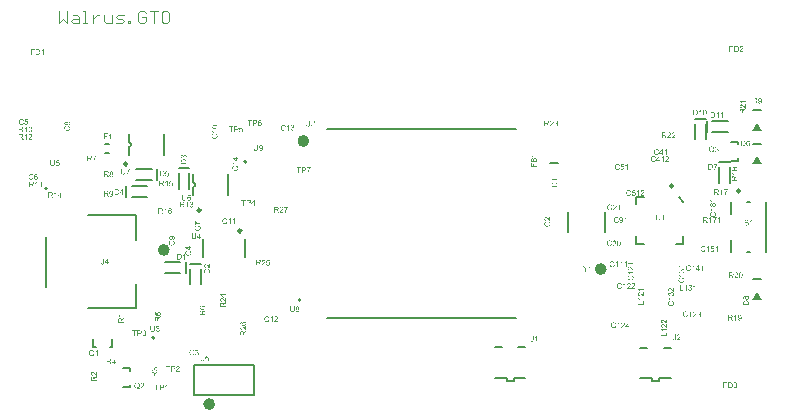
<source format=gto>
G04 Layer_Color=16777215*
%FSLAX43Y43*%
%MOMM*%
G71*
G01*
G75*
%ADD50C,0.200*%
%ADD51C,0.250*%
%ADD55C,0.500*%
%ADD58C,0.125*%
%ADD65C,0.508*%
G36*
X62244Y10597D02*
X62250Y10596D01*
X62257Y10595D01*
X62264Y10594D01*
X62272Y10592D01*
X62290Y10588D01*
X62299Y10585D01*
X62308Y10581D01*
X62317Y10577D01*
X62326Y10571D01*
X62334Y10565D01*
X62342Y10558D01*
X62343Y10558D01*
X62344Y10557D01*
X62346Y10555D01*
X62349Y10552D01*
X62352Y10548D01*
X62355Y10543D01*
X62359Y10538D01*
X62363Y10532D01*
X62367Y10526D01*
X62370Y10518D01*
X62377Y10502D01*
X62379Y10493D01*
X62381Y10484D01*
X62382Y10474D01*
X62383Y10463D01*
Y10462D01*
Y10458D01*
X62382Y10453D01*
X62382Y10445D01*
X62380Y10437D01*
X62378Y10427D01*
X62375Y10417D01*
X62371Y10407D01*
X62370Y10405D01*
X62369Y10402D01*
X62366Y10396D01*
X62362Y10389D01*
X62356Y10380D01*
X62349Y10370D01*
X62341Y10359D01*
X62332Y10348D01*
Y10347D01*
X62330Y10347D01*
X62329Y10345D01*
X62327Y10342D01*
X62324Y10339D01*
X62320Y10335D01*
X62315Y10331D01*
X62310Y10326D01*
X62304Y10320D01*
X62297Y10314D01*
X62290Y10307D01*
X62282Y10299D01*
X62272Y10291D01*
X62263Y10283D01*
X62252Y10273D01*
X62241Y10264D01*
X62240Y10263D01*
X62238Y10262D01*
X62236Y10259D01*
X62232Y10257D01*
X62228Y10253D01*
X62223Y10248D01*
X62212Y10239D01*
X62201Y10229D01*
X62189Y10219D01*
X62184Y10215D01*
X62180Y10210D01*
X62176Y10206D01*
X62172Y10203D01*
X62172Y10202D01*
X62170Y10200D01*
X62167Y10197D01*
X62164Y10193D01*
X62160Y10189D01*
X62156Y10183D01*
X62147Y10172D01*
X62384D01*
Y10115D01*
X62066D01*
Y10116D01*
Y10119D01*
Y10122D01*
X62066Y10128D01*
X62067Y10134D01*
X62068Y10141D01*
X62070Y10148D01*
X62072Y10155D01*
Y10156D01*
X62073Y10157D01*
X62074Y10159D01*
X62075Y10161D01*
X62077Y10167D01*
X62082Y10175D01*
X62087Y10185D01*
X62094Y10196D01*
X62102Y10207D01*
X62111Y10219D01*
X62112Y10220D01*
X62112Y10220D01*
X62114Y10222D01*
X62116Y10225D01*
X62122Y10232D01*
X62131Y10240D01*
X62142Y10251D01*
X62155Y10264D01*
X62171Y10277D01*
X62189Y10292D01*
X62189Y10293D01*
X62192Y10295D01*
X62196Y10298D01*
X62201Y10303D01*
X62207Y10308D01*
X62215Y10315D01*
X62223Y10322D01*
X62231Y10329D01*
X62249Y10345D01*
X62266Y10362D01*
X62274Y10371D01*
X62282Y10379D01*
X62289Y10387D01*
X62294Y10394D01*
X62295Y10395D01*
X62296Y10396D01*
X62297Y10398D01*
X62299Y10400D01*
X62300Y10404D01*
X62303Y10408D01*
X62309Y10417D01*
X62314Y10428D01*
X62318Y10440D01*
X62321Y10453D01*
X62322Y10459D01*
Y10465D01*
Y10466D01*
Y10467D01*
Y10468D01*
X62322Y10471D01*
X62321Y10478D01*
X62319Y10486D01*
X62316Y10495D01*
X62312Y10505D01*
X62306Y10515D01*
X62297Y10524D01*
X62296Y10525D01*
X62292Y10528D01*
X62287Y10532D01*
X62279Y10537D01*
X62270Y10541D01*
X62259Y10545D01*
X62246Y10547D01*
X62231Y10548D01*
X62227D01*
X62224Y10548D01*
X62221D01*
X62216Y10547D01*
X62207Y10545D01*
X62196Y10542D01*
X62184Y10538D01*
X62173Y10532D01*
X62163Y10523D01*
X62162Y10522D01*
X62159Y10518D01*
X62155Y10512D01*
X62151Y10505D01*
X62146Y10494D01*
X62141Y10482D01*
X62139Y10468D01*
X62137Y10452D01*
X62077Y10458D01*
Y10459D01*
X62077Y10462D01*
Y10465D01*
X62078Y10470D01*
X62079Y10475D01*
X62081Y10482D01*
X62082Y10489D01*
X62085Y10497D01*
X62091Y10513D01*
X62094Y10522D01*
X62099Y10530D01*
X62104Y10539D01*
X62109Y10547D01*
X62116Y10555D01*
X62123Y10562D01*
X62124Y10562D01*
X62125Y10563D01*
X62127Y10565D01*
X62131Y10567D01*
X62135Y10570D01*
X62140Y10573D01*
X62146Y10576D01*
X62152Y10580D01*
X62160Y10583D01*
X62168Y10586D01*
X62177Y10589D01*
X62187Y10592D01*
X62197Y10594D01*
X62208Y10596D01*
X62220Y10597D01*
X62232Y10597D01*
X62239D01*
X62244Y10597D01*
D02*
G37*
G36*
X61843Y10595D02*
X61849D01*
X61856Y10594D01*
X61863Y10593D01*
X61879Y10592D01*
X61895Y10590D01*
X61911Y10587D01*
X61918Y10585D01*
X61924Y10582D01*
X61925D01*
X61926Y10582D01*
X61927Y10581D01*
X61930Y10580D01*
X61936Y10577D01*
X61944Y10572D01*
X61952Y10565D01*
X61961Y10557D01*
X61970Y10547D01*
X61978Y10536D01*
Y10535D01*
X61979Y10535D01*
X61980Y10533D01*
X61981Y10530D01*
X61984Y10523D01*
X61988Y10515D01*
X61992Y10504D01*
X61995Y10492D01*
X61997Y10478D01*
X61998Y10463D01*
Y10463D01*
Y10461D01*
Y10458D01*
X61997Y10455D01*
X61997Y10450D01*
X61996Y10445D01*
X61994Y10433D01*
X61990Y10420D01*
X61984Y10405D01*
X61981Y10398D01*
X61976Y10391D01*
X61971Y10384D01*
X61965Y10377D01*
X61964Y10377D01*
X61964Y10376D01*
X61961Y10374D01*
X61959Y10372D01*
X61955Y10369D01*
X61951Y10366D01*
X61946Y10362D01*
X61940Y10358D01*
X61933Y10355D01*
X61926Y10351D01*
X61917Y10347D01*
X61907Y10343D01*
X61897Y10340D01*
X61887Y10337D01*
X61875Y10335D01*
X61862Y10333D01*
X61864Y10332D01*
X61867Y10331D01*
X61871Y10328D01*
X61877Y10325D01*
X61889Y10317D01*
X61895Y10313D01*
X61901Y10308D01*
X61901D01*
X61902Y10307D01*
X61906Y10304D01*
X61911Y10298D01*
X61918Y10291D01*
X61926Y10282D01*
X61935Y10271D01*
X61944Y10259D01*
X61954Y10245D01*
X62037Y10115D01*
X61957D01*
X61894Y10214D01*
Y10215D01*
X61892Y10216D01*
X61891Y10219D01*
X61889Y10221D01*
X61887Y10225D01*
X61884Y10229D01*
X61877Y10238D01*
X61870Y10249D01*
X61862Y10260D01*
X61855Y10270D01*
X61847Y10280D01*
X61847Y10281D01*
X61844Y10283D01*
X61841Y10288D01*
X61837Y10292D01*
X61832Y10298D01*
X61826Y10303D01*
X61821Y10308D01*
X61815Y10312D01*
X61814Y10313D01*
X61812Y10313D01*
X61810Y10315D01*
X61806Y10317D01*
X61802Y10320D01*
X61797Y10322D01*
X61786Y10325D01*
X61786D01*
X61784Y10326D01*
X61782D01*
X61778Y10327D01*
X61773Y10327D01*
X61767D01*
X61760Y10328D01*
X61678D01*
Y10115D01*
X61614D01*
Y10595D01*
X61837D01*
X61843Y10595D01*
D02*
G37*
G36*
X62211Y6525D02*
X62152D01*
Y6901D01*
X62151Y6900D01*
X62148Y6897D01*
X62143Y6893D01*
X62137Y6888D01*
X62129Y6882D01*
X62119Y6875D01*
X62108Y6867D01*
X62096Y6860D01*
X62095D01*
X62095Y6859D01*
X62093Y6858D01*
X62090Y6857D01*
X62083Y6853D01*
X62075Y6849D01*
X62066Y6844D01*
X62055Y6839D01*
X62045Y6834D01*
X62034Y6829D01*
Y6887D01*
X62035D01*
X62036Y6888D01*
X62039Y6889D01*
X62042Y6891D01*
X62046Y6893D01*
X62051Y6896D01*
X62063Y6902D01*
X62076Y6911D01*
X62091Y6921D01*
X62106Y6931D01*
X62120Y6943D01*
X62121Y6944D01*
X62122Y6944D01*
X62124Y6946D01*
X62126Y6949D01*
X62133Y6955D01*
X62141Y6964D01*
X62149Y6973D01*
X62158Y6984D01*
X62166Y6996D01*
X62173Y7007D01*
X62211D01*
Y6525D01*
D02*
G37*
G36*
X61758Y7005D02*
X61763D01*
X61770Y7004D01*
X61778Y7004D01*
X61793Y7002D01*
X61810Y7000D01*
X61825Y6997D01*
X61833Y6995D01*
X61839Y6992D01*
X61840D01*
X61840Y6992D01*
X61842Y6991D01*
X61845Y6990D01*
X61851Y6987D01*
X61858Y6982D01*
X61867Y6976D01*
X61876Y6967D01*
X61885Y6957D01*
X61893Y6946D01*
Y6946D01*
X61893Y6945D01*
X61895Y6943D01*
X61896Y6941D01*
X61899Y6934D01*
X61903Y6925D01*
X61906Y6914D01*
X61910Y6902D01*
X61912Y6888D01*
X61913Y6874D01*
Y6873D01*
Y6871D01*
Y6869D01*
X61912Y6865D01*
X61911Y6861D01*
X61911Y6856D01*
X61908Y6844D01*
X61905Y6830D01*
X61899Y6816D01*
X61895Y6809D01*
X61891Y6801D01*
X61885Y6794D01*
X61880Y6787D01*
X61879Y6787D01*
X61878Y6786D01*
X61876Y6784D01*
X61873Y6782D01*
X61870Y6779D01*
X61865Y6776D01*
X61860Y6772D01*
X61855Y6769D01*
X61848Y6765D01*
X61840Y6761D01*
X61831Y6757D01*
X61822Y6754D01*
X61812Y6751D01*
X61801Y6747D01*
X61790Y6745D01*
X61777Y6743D01*
X61778Y6742D01*
X61781Y6741D01*
X61786Y6739D01*
X61791Y6736D01*
X61804Y6727D01*
X61810Y6723D01*
X61815Y6719D01*
X61816D01*
X61816Y6717D01*
X61820Y6714D01*
X61825Y6709D01*
X61833Y6701D01*
X61841Y6692D01*
X61850Y6681D01*
X61859Y6669D01*
X61868Y6655D01*
X61951Y6525D01*
X61871D01*
X61808Y6624D01*
Y6625D01*
X61807Y6626D01*
X61806Y6629D01*
X61804Y6631D01*
X61801Y6635D01*
X61798Y6639D01*
X61792Y6649D01*
X61785Y6659D01*
X61777Y6670D01*
X61770Y6681D01*
X61762Y6690D01*
X61761Y6691D01*
X61759Y6694D01*
X61756Y6698D01*
X61751Y6702D01*
X61746Y6708D01*
X61741Y6714D01*
X61735Y6718D01*
X61730Y6722D01*
X61729Y6723D01*
X61727Y6724D01*
X61725Y6726D01*
X61721Y6727D01*
X61717Y6730D01*
X61712Y6732D01*
X61701Y6736D01*
X61700D01*
X61699Y6736D01*
X61697D01*
X61693Y6737D01*
X61688Y6737D01*
X61682D01*
X61675Y6738D01*
X61592D01*
Y6525D01*
X61528D01*
Y7005D01*
X61752D01*
X61758Y7005D01*
D02*
G37*
G36*
X62614Y10597D02*
X62617D01*
X62627Y10595D01*
X62637Y10593D01*
X62649Y10590D01*
X62660Y10587D01*
X62672Y10582D01*
X62672D01*
X62673Y10581D01*
X62677Y10578D01*
X62682Y10575D01*
X62689Y10570D01*
X62696Y10563D01*
X62704Y10556D01*
X62712Y10547D01*
X62720Y10537D01*
Y10536D01*
X62720Y10535D01*
X62722Y10533D01*
X62723Y10532D01*
X62726Y10525D01*
X62730Y10517D01*
X62735Y10506D01*
X62740Y10494D01*
X62745Y10480D01*
X62749Y10465D01*
Y10464D01*
X62750Y10463D01*
X62750Y10460D01*
X62751Y10457D01*
X62752Y10453D01*
X62753Y10448D01*
X62754Y10442D01*
X62755Y10435D01*
X62756Y10427D01*
X62757Y10418D01*
X62758Y10410D01*
X62759Y10399D01*
X62759Y10388D01*
X62760Y10377D01*
X62760Y10365D01*
Y10352D01*
Y10350D01*
Y10348D01*
Y10343D01*
Y10337D01*
X62760Y10330D01*
Y10322D01*
X62759Y10313D01*
X62759Y10303D01*
X62756Y10281D01*
X62753Y10258D01*
X62749Y10235D01*
X62746Y10225D01*
X62743Y10215D01*
Y10214D01*
X62742Y10212D01*
X62741Y10210D01*
X62740Y10206D01*
X62738Y10202D01*
X62735Y10197D01*
X62730Y10185D01*
X62722Y10172D01*
X62714Y10159D01*
X62703Y10146D01*
X62690Y10135D01*
X62690D01*
X62689Y10134D01*
X62687Y10132D01*
X62684Y10130D01*
X62681Y10129D01*
X62677Y10126D01*
X62672Y10124D01*
X62667Y10121D01*
X62654Y10115D01*
X62639Y10111D01*
X62622Y10108D01*
X62613Y10107D01*
X62604Y10107D01*
X62600D01*
X62597Y10107D01*
X62592D01*
X62586Y10108D01*
X62580Y10109D01*
X62572Y10111D01*
X62564Y10113D01*
X62555Y10115D01*
X62547Y10119D01*
X62537Y10123D01*
X62528Y10127D01*
X62519Y10133D01*
X62510Y10140D01*
X62502Y10147D01*
X62494Y10156D01*
X62494Y10157D01*
X62492Y10159D01*
X62490Y10162D01*
X62487Y10167D01*
X62484Y10174D01*
X62479Y10182D01*
X62475Y10192D01*
X62471Y10203D01*
X62467Y10216D01*
X62462Y10230D01*
X62458Y10246D01*
X62455Y10264D01*
X62452Y10283D01*
X62449Y10304D01*
X62448Y10327D01*
X62447Y10352D01*
Y10353D01*
Y10355D01*
Y10360D01*
Y10366D01*
X62448Y10373D01*
X62449Y10381D01*
Y10390D01*
X62450Y10400D01*
X62452Y10422D01*
X62455Y10445D01*
X62459Y10468D01*
X62462Y10478D01*
X62465Y10488D01*
Y10489D01*
X62465Y10491D01*
X62467Y10493D01*
X62468Y10497D01*
X62470Y10502D01*
X62472Y10507D01*
X62478Y10518D01*
X62485Y10531D01*
X62494Y10545D01*
X62505Y10558D01*
X62517Y10569D01*
X62517Y10570D01*
X62519Y10570D01*
X62520Y10572D01*
X62523Y10573D01*
X62526Y10575D01*
X62530Y10578D01*
X62535Y10580D01*
X62540Y10583D01*
X62553Y10588D01*
X62568Y10593D01*
X62585Y10596D01*
X62594Y10597D01*
X62610D01*
X62614Y10597D01*
D02*
G37*
G36*
X63012Y24399D02*
X62912Y24336D01*
X62912D01*
X62910Y24335D01*
X62908Y24334D01*
X62905Y24332D01*
X62902Y24329D01*
X62897Y24326D01*
X62888Y24320D01*
X62877Y24312D01*
X62867Y24305D01*
X62856Y24297D01*
X62847Y24290D01*
X62845Y24289D01*
X62843Y24287D01*
X62839Y24284D01*
X62834Y24279D01*
X62829Y24274D01*
X62823Y24269D01*
X62819Y24263D01*
X62814Y24257D01*
X62814Y24257D01*
X62813Y24255D01*
X62811Y24252D01*
X62809Y24249D01*
X62807Y24244D01*
X62805Y24239D01*
X62801Y24229D01*
Y24228D01*
X62800Y24227D01*
Y24224D01*
X62800Y24220D01*
X62799Y24215D01*
Y24209D01*
X62799Y24202D01*
Y24194D01*
Y24120D01*
X63012D01*
Y24056D01*
X62531D01*
Y24269D01*
Y24270D01*
Y24272D01*
Y24275D01*
Y24280D01*
X62532Y24285D01*
Y24291D01*
X62532Y24298D01*
X62533Y24305D01*
X62534Y24321D01*
X62537Y24337D01*
X62540Y24353D01*
X62542Y24360D01*
X62544Y24367D01*
Y24367D01*
X62545Y24368D01*
X62545Y24370D01*
X62547Y24372D01*
X62550Y24379D01*
X62555Y24386D01*
X62561Y24395D01*
X62569Y24404D01*
X62579Y24412D01*
X62590Y24420D01*
X62591D01*
X62592Y24421D01*
X62594Y24422D01*
X62596Y24424D01*
X62603Y24427D01*
X62612Y24430D01*
X62622Y24434D01*
X62635Y24437D01*
X62649Y24440D01*
X62663Y24440D01*
X62668D01*
X62672Y24440D01*
X62676Y24439D01*
X62681Y24439D01*
X62693Y24436D01*
X62707Y24432D01*
X62721Y24427D01*
X62728Y24423D01*
X62735Y24419D01*
X62742Y24413D01*
X62749Y24407D01*
X62750Y24407D01*
X62750Y24406D01*
X62752Y24404D01*
X62755Y24401D01*
X62757Y24397D01*
X62760Y24393D01*
X62764Y24388D01*
X62768Y24382D01*
X62772Y24375D01*
X62775Y24368D01*
X62779Y24359D01*
X62783Y24350D01*
X62786Y24340D01*
X62789Y24329D01*
X62792Y24317D01*
X62794Y24305D01*
X62794Y24306D01*
X62795Y24309D01*
X62798Y24314D01*
X62801Y24319D01*
X62809Y24332D01*
X62814Y24337D01*
X62818Y24343D01*
Y24344D01*
X62819Y24344D01*
X62822Y24348D01*
X62828Y24353D01*
X62835Y24360D01*
X62844Y24369D01*
X62855Y24377D01*
X62868Y24387D01*
X62882Y24396D01*
X63012Y24479D01*
Y24399D01*
D02*
G37*
G36*
X56938Y22452D02*
X56945Y22451D01*
X56951Y22451D01*
X56959Y22450D01*
X56967Y22448D01*
X56985Y22443D01*
X56993Y22440D01*
X57003Y22436D01*
X57012Y22432D01*
X57021Y22426D01*
X57029Y22421D01*
X57037Y22414D01*
X57038Y22413D01*
X57039Y22412D01*
X57041Y22410D01*
X57043Y22407D01*
X57046Y22403D01*
X57050Y22399D01*
X57053Y22394D01*
X57058Y22388D01*
X57061Y22381D01*
X57065Y22374D01*
X57071Y22358D01*
X57074Y22349D01*
X57076Y22340D01*
X57077Y22330D01*
X57078Y22319D01*
Y22318D01*
Y22314D01*
X57077Y22308D01*
X57076Y22301D01*
X57075Y22293D01*
X57073Y22283D01*
X57070Y22273D01*
X57066Y22262D01*
X57065Y22261D01*
X57063Y22257D01*
X57061Y22251D01*
X57056Y22245D01*
X57051Y22236D01*
X57044Y22226D01*
X57036Y22215D01*
X57026Y22203D01*
Y22203D01*
X57025Y22202D01*
X57023Y22200D01*
X57021Y22198D01*
X57018Y22195D01*
X57015Y22191D01*
X57010Y22186D01*
X57005Y22181D01*
X56999Y22176D01*
X56992Y22170D01*
X56985Y22162D01*
X56976Y22155D01*
X56967Y22146D01*
X56958Y22138D01*
X56946Y22129D01*
X56935Y22119D01*
X56935Y22118D01*
X56933Y22117D01*
X56930Y22115D01*
X56926Y22112D01*
X56923Y22108D01*
X56918Y22104D01*
X56907Y22095D01*
X56895Y22085D01*
X56884Y22075D01*
X56879Y22070D01*
X56875Y22066D01*
X56870Y22062D01*
X56867Y22058D01*
X56866Y22058D01*
X56865Y22056D01*
X56862Y22053D01*
X56858Y22048D01*
X56855Y22044D01*
X56850Y22038D01*
X56842Y22027D01*
X57078D01*
Y21970D01*
X56760D01*
Y21972D01*
Y21974D01*
Y21978D01*
X56761Y21983D01*
X56762Y21990D01*
X56763Y21997D01*
X56765Y22003D01*
X56767Y22011D01*
Y22012D01*
X56768Y22012D01*
X56768Y22014D01*
X56770Y22017D01*
X56772Y22023D01*
X56777Y22031D01*
X56782Y22041D01*
X56788Y22052D01*
X56797Y22063D01*
X56806Y22075D01*
X56807Y22075D01*
X56807Y22076D01*
X56809Y22078D01*
X56811Y22080D01*
X56817Y22087D01*
X56826Y22096D01*
X56836Y22107D01*
X56850Y22119D01*
X56865Y22133D01*
X56883Y22148D01*
X56884Y22148D01*
X56886Y22151D01*
X56891Y22154D01*
X56896Y22158D01*
X56902Y22164D01*
X56910Y22170D01*
X56918Y22177D01*
X56926Y22185D01*
X56943Y22201D01*
X56961Y22218D01*
X56969Y22226D01*
X56976Y22235D01*
X56983Y22242D01*
X56989Y22250D01*
X56990Y22250D01*
X56990Y22251D01*
X56991Y22253D01*
X56993Y22256D01*
X56995Y22260D01*
X56998Y22263D01*
X57003Y22273D01*
X57008Y22283D01*
X57013Y22295D01*
X57016Y22308D01*
X57017Y22315D01*
Y22321D01*
Y22321D01*
Y22323D01*
Y22324D01*
X57016Y22326D01*
X57016Y22333D01*
X57014Y22341D01*
X57011Y22351D01*
X57006Y22360D01*
X57000Y22370D01*
X56991Y22380D01*
X56990Y22381D01*
X56987Y22383D01*
X56981Y22387D01*
X56974Y22392D01*
X56965Y22396D01*
X56953Y22400D01*
X56940Y22403D01*
X56926Y22404D01*
X56921D01*
X56919Y22403D01*
X56915D01*
X56911Y22403D01*
X56901Y22401D01*
X56891Y22398D01*
X56879Y22393D01*
X56868Y22387D01*
X56858Y22378D01*
X56856Y22377D01*
X56854Y22374D01*
X56850Y22368D01*
X56845Y22360D01*
X56840Y22350D01*
X56836Y22338D01*
X56833Y22324D01*
X56832Y22308D01*
X56772Y22314D01*
Y22315D01*
X56772Y22317D01*
Y22320D01*
X56773Y22325D01*
X56774Y22331D01*
X56775Y22337D01*
X56777Y22345D01*
X56780Y22352D01*
X56785Y22369D01*
X56789Y22378D01*
X56793Y22386D01*
X56798Y22395D01*
X56804Y22403D01*
X56810Y22410D01*
X56818Y22417D01*
X56818Y22418D01*
X56820Y22418D01*
X56822Y22420D01*
X56825Y22423D01*
X56830Y22425D01*
X56835Y22428D01*
X56840Y22431D01*
X56847Y22435D01*
X56855Y22438D01*
X56863Y22441D01*
X56871Y22445D01*
X56881Y22447D01*
X56891Y22450D01*
X56903Y22451D01*
X56915Y22452D01*
X56927Y22453D01*
X56934D01*
X56938Y22452D01*
D02*
G37*
G36*
X63012Y25053D02*
X62636D01*
X62637Y25051D01*
X62639Y25049D01*
X62644Y25044D01*
X62649Y25038D01*
X62655Y25030D01*
X62662Y25020D01*
X62669Y25009D01*
X62677Y24997D01*
Y24996D01*
X62677Y24995D01*
X62679Y24993D01*
X62680Y24991D01*
X62684Y24984D01*
X62688Y24976D01*
X62693Y24967D01*
X62698Y24956D01*
X62703Y24945D01*
X62707Y24935D01*
X62650D01*
Y24935D01*
X62649Y24937D01*
X62647Y24940D01*
X62645Y24943D01*
X62644Y24947D01*
X62640Y24952D01*
X62634Y24964D01*
X62626Y24977D01*
X62616Y24992D01*
X62605Y25007D01*
X62594Y25021D01*
X62593Y25021D01*
X62592Y25023D01*
X62590Y25025D01*
X62588Y25027D01*
X62582Y25033D01*
X62573Y25041D01*
X62564Y25050D01*
X62552Y25058D01*
X62541Y25066D01*
X62529Y25073D01*
Y25111D01*
X63012D01*
Y25053D01*
D02*
G37*
G36*
Y24508D02*
X63004D01*
X62998Y24509D01*
X62992Y24509D01*
X62985Y24510D01*
X62979Y24512D01*
X62971Y24515D01*
X62970D01*
X62970Y24515D01*
X62968Y24516D01*
X62965Y24517D01*
X62959Y24520D01*
X62951Y24524D01*
X62941Y24530D01*
X62930Y24536D01*
X62919Y24544D01*
X62907Y24553D01*
X62907Y24554D01*
X62906Y24555D01*
X62904Y24557D01*
X62902Y24558D01*
X62895Y24565D01*
X62886Y24573D01*
X62875Y24584D01*
X62863Y24597D01*
X62849Y24613D01*
X62834Y24631D01*
X62834Y24632D01*
X62831Y24634D01*
X62828Y24638D01*
X62824Y24643D01*
X62818Y24650D01*
X62812Y24657D01*
X62805Y24665D01*
X62797Y24673D01*
X62781Y24691D01*
X62764Y24708D01*
X62755Y24717D01*
X62747Y24724D01*
X62740Y24731D01*
X62732Y24737D01*
X62732Y24737D01*
X62730Y24738D01*
X62729Y24739D01*
X62726Y24741D01*
X62722Y24743D01*
X62719Y24745D01*
X62709Y24751D01*
X62699Y24756D01*
X62687Y24760D01*
X62674Y24763D01*
X62667Y24765D01*
X62658D01*
X62655Y24764D01*
X62649Y24763D01*
X62640Y24762D01*
X62631Y24758D01*
X62622Y24754D01*
X62612Y24748D01*
X62602Y24739D01*
X62601Y24738D01*
X62599Y24735D01*
X62595Y24729D01*
X62590Y24722D01*
X62585Y24712D01*
X62582Y24701D01*
X62579Y24688D01*
X62578Y24673D01*
Y24673D01*
Y24672D01*
Y24669D01*
X62579Y24667D01*
Y24663D01*
X62579Y24658D01*
X62581Y24649D01*
X62584Y24638D01*
X62589Y24627D01*
X62595Y24615D01*
X62604Y24605D01*
X62605Y24604D01*
X62608Y24602D01*
X62614Y24597D01*
X62622Y24593D01*
X62632Y24588D01*
X62644Y24583D01*
X62658Y24581D01*
X62674Y24580D01*
X62668Y24519D01*
X62667D01*
X62665Y24520D01*
X62662D01*
X62657Y24520D01*
X62651Y24522D01*
X62645Y24523D01*
X62637Y24525D01*
X62630Y24527D01*
X62613Y24533D01*
X62604Y24537D01*
X62596Y24541D01*
X62587Y24546D01*
X62579Y24552D01*
X62572Y24558D01*
X62565Y24565D01*
X62564Y24566D01*
X62564Y24567D01*
X62562Y24570D01*
X62559Y24573D01*
X62557Y24577D01*
X62554Y24582D01*
X62550Y24588D01*
X62547Y24595D01*
X62544Y24602D01*
X62540Y24610D01*
X62537Y24619D01*
X62535Y24629D01*
X62532Y24639D01*
X62530Y24650D01*
X62530Y24662D01*
X62529Y24675D01*
Y24675D01*
Y24678D01*
Y24682D01*
X62530Y24686D01*
X62530Y24692D01*
X62531Y24699D01*
X62532Y24707D01*
X62534Y24715D01*
X62539Y24732D01*
X62542Y24741D01*
X62545Y24750D01*
X62550Y24760D01*
X62555Y24768D01*
X62561Y24777D01*
X62568Y24785D01*
X62569Y24785D01*
X62570Y24787D01*
X62572Y24788D01*
X62575Y24791D01*
X62579Y24794D01*
X62583Y24798D01*
X62588Y24801D01*
X62594Y24805D01*
X62600Y24809D01*
X62608Y24812D01*
X62624Y24819D01*
X62633Y24822D01*
X62642Y24823D01*
X62652Y24825D01*
X62663Y24825D01*
X62668D01*
X62674Y24825D01*
X62681Y24824D01*
X62689Y24822D01*
X62699Y24820D01*
X62709Y24817D01*
X62720Y24813D01*
X62721Y24813D01*
X62725Y24811D01*
X62730Y24808D01*
X62737Y24804D01*
X62746Y24798D01*
X62756Y24792D01*
X62767Y24783D01*
X62779Y24774D01*
X62779D01*
X62780Y24773D01*
X62782Y24771D01*
X62784Y24769D01*
X62787Y24766D01*
X62791Y24762D01*
X62795Y24758D01*
X62800Y24752D01*
X62806Y24747D01*
X62812Y24740D01*
X62820Y24732D01*
X62827Y24724D01*
X62835Y24715D01*
X62844Y24705D01*
X62853Y24694D01*
X62863Y24683D01*
X62864Y24682D01*
X62865Y24680D01*
X62867Y24678D01*
X62870Y24674D01*
X62874Y24670D01*
X62878Y24665D01*
X62887Y24655D01*
X62897Y24643D01*
X62907Y24632D01*
X62912Y24627D01*
X62916Y24622D01*
X62920Y24618D01*
X62924Y24615D01*
X62924Y24614D01*
X62926Y24612D01*
X62929Y24610D01*
X62934Y24606D01*
X62938Y24602D01*
X62944Y24598D01*
X62955Y24590D01*
Y24826D01*
X63012D01*
Y24508D01*
D02*
G37*
G36*
X62521Y7007D02*
X62524D01*
X62529Y7006D01*
X62541Y7004D01*
X62554Y7001D01*
X62568Y6997D01*
X62583Y6990D01*
X62598Y6982D01*
X62599D01*
X62600Y6981D01*
X62602Y6979D01*
X62604Y6977D01*
X62611Y6971D01*
X62620Y6964D01*
X62629Y6953D01*
X62639Y6941D01*
X62649Y6927D01*
X62657Y6910D01*
Y6909D01*
X62658Y6908D01*
X62659Y6905D01*
X62660Y6901D01*
X62662Y6896D01*
X62663Y6891D01*
X62665Y6884D01*
X62668Y6876D01*
X62669Y6866D01*
X62671Y6856D01*
X62673Y6846D01*
X62674Y6833D01*
X62676Y6820D01*
X62677Y6806D01*
X62678Y6791D01*
Y6775D01*
Y6774D01*
Y6771D01*
Y6766D01*
Y6760D01*
X62677Y6752D01*
X62676Y6743D01*
X62676Y6733D01*
X62675Y6722D01*
X62674Y6711D01*
X62673Y6699D01*
X62669Y6674D01*
X62664Y6650D01*
X62661Y6639D01*
X62658Y6628D01*
Y6627D01*
X62657Y6626D01*
X62656Y6623D01*
X62654Y6619D01*
X62652Y6614D01*
X62649Y6609D01*
X62643Y6597D01*
X62634Y6584D01*
X62624Y6570D01*
X62612Y6557D01*
X62598Y6545D01*
X62597D01*
X62596Y6544D01*
X62594Y6542D01*
X62591Y6541D01*
X62587Y6539D01*
X62583Y6536D01*
X62577Y6534D01*
X62571Y6531D01*
X62558Y6526D01*
X62542Y6521D01*
X62524Y6518D01*
X62515Y6517D01*
X62505Y6517D01*
X62499D01*
X62496Y6517D01*
X62491Y6518D01*
X62486Y6519D01*
X62479Y6519D01*
X62473Y6521D01*
X62458Y6524D01*
X62443Y6530D01*
X62435Y6534D01*
X62428Y6538D01*
X62420Y6542D01*
X62413Y6548D01*
X62413Y6549D01*
X62412Y6549D01*
X62410Y6551D01*
X62408Y6554D01*
X62404Y6557D01*
X62401Y6561D01*
X62398Y6566D01*
X62394Y6571D01*
X62391Y6577D01*
X62387Y6583D01*
X62384Y6591D01*
X62380Y6599D01*
X62377Y6607D01*
X62374Y6616D01*
X62373Y6626D01*
X62371Y6636D01*
X62428Y6641D01*
Y6640D01*
X62428Y6639D01*
Y6637D01*
X62429Y6634D01*
X62431Y6627D01*
X62434Y6619D01*
X62437Y6609D01*
X62442Y6599D01*
X62448Y6591D01*
X62454Y6583D01*
X62456Y6582D01*
X62458Y6581D01*
X62463Y6577D01*
X62469Y6574D01*
X62476Y6571D01*
X62485Y6568D01*
X62496Y6566D01*
X62507Y6566D01*
X62511D01*
X62516Y6566D01*
X62523Y6567D01*
X62530Y6569D01*
X62538Y6571D01*
X62546Y6574D01*
X62554Y6577D01*
X62555Y6578D01*
X62558Y6580D01*
X62562Y6582D01*
X62566Y6586D01*
X62572Y6591D01*
X62578Y6597D01*
X62583Y6603D01*
X62588Y6611D01*
X62589Y6612D01*
X62591Y6614D01*
X62593Y6619D01*
X62596Y6626D01*
X62599Y6634D01*
X62603Y6643D01*
X62607Y6654D01*
X62610Y6667D01*
Y6667D01*
X62611Y6669D01*
Y6671D01*
X62611Y6673D01*
X62612Y6676D01*
X62613Y6680D01*
X62614Y6689D01*
X62616Y6700D01*
X62618Y6712D01*
X62618Y6726D01*
X62619Y6739D01*
Y6740D01*
Y6742D01*
Y6746D01*
Y6751D01*
X62618Y6750D01*
X62616Y6747D01*
X62611Y6741D01*
X62606Y6735D01*
X62599Y6727D01*
X62591Y6720D01*
X62581Y6712D01*
X62570Y6706D01*
X62569D01*
X62569Y6705D01*
X62567Y6704D01*
X62564Y6703D01*
X62559Y6700D01*
X62550Y6697D01*
X62541Y6694D01*
X62529Y6691D01*
X62517Y6689D01*
X62504Y6688D01*
X62498D01*
X62494Y6689D01*
X62489Y6689D01*
X62483Y6691D01*
X62476Y6692D01*
X62469Y6694D01*
X62461Y6696D01*
X62453Y6699D01*
X62445Y6702D01*
X62436Y6706D01*
X62428Y6711D01*
X62419Y6717D01*
X62411Y6724D01*
X62403Y6731D01*
X62403Y6732D01*
X62401Y6733D01*
X62399Y6736D01*
X62397Y6739D01*
X62394Y6743D01*
X62390Y6749D01*
X62386Y6755D01*
X62383Y6762D01*
X62379Y6769D01*
X62375Y6778D01*
X62371Y6787D01*
X62368Y6797D01*
X62366Y6808D01*
X62364Y6820D01*
X62363Y6832D01*
X62362Y6845D01*
Y6846D01*
Y6848D01*
Y6852D01*
X62363Y6857D01*
X62363Y6863D01*
X62364Y6871D01*
X62366Y6879D01*
X62368Y6887D01*
X62373Y6906D01*
X62376Y6916D01*
X62380Y6926D01*
X62385Y6935D01*
X62391Y6945D01*
X62397Y6954D01*
X62404Y6962D01*
X62405Y6963D01*
X62406Y6964D01*
X62409Y6967D01*
X62412Y6969D01*
X62416Y6973D01*
X62421Y6977D01*
X62428Y6981D01*
X62434Y6985D01*
X62441Y6989D01*
X62450Y6993D01*
X62459Y6997D01*
X62468Y7001D01*
X62478Y7003D01*
X62489Y7005D01*
X62501Y7007D01*
X62513Y7007D01*
X62517D01*
X62521Y7007D01*
D02*
G37*
G36*
X7666Y4013D02*
X7672Y4012D01*
X7679Y4012D01*
X7686Y4011D01*
X7695Y4010D01*
X7713Y4006D01*
X7733Y4001D01*
X7744Y3997D01*
X7754Y3992D01*
X7764Y3987D01*
X7774Y3982D01*
X7775Y3981D01*
X7777Y3981D01*
X7779Y3979D01*
X7783Y3976D01*
X7787Y3972D01*
X7793Y3969D01*
X7799Y3964D01*
X7805Y3959D01*
X7811Y3953D01*
X7818Y3946D01*
X7825Y3939D01*
X7832Y3931D01*
X7838Y3922D01*
X7844Y3913D01*
X7856Y3893D01*
X7857Y3892D01*
X7857Y3891D01*
X7859Y3887D01*
X7861Y3883D01*
X7862Y3878D01*
X7865Y3871D01*
X7867Y3864D01*
X7871Y3856D01*
X7873Y3847D01*
X7876Y3837D01*
X7878Y3827D01*
X7880Y3816D01*
X7883Y3791D01*
X7884Y3778D01*
Y3765D01*
Y3764D01*
Y3762D01*
Y3759D01*
Y3755D01*
X7884Y3750D01*
Y3744D01*
X7883Y3737D01*
X7882Y3729D01*
X7880Y3713D01*
X7877Y3695D01*
X7872Y3676D01*
X7866Y3658D01*
Y3657D01*
X7866Y3656D01*
X7864Y3654D01*
X7863Y3650D01*
X7861Y3646D01*
X7859Y3641D01*
X7852Y3631D01*
X7845Y3617D01*
X7836Y3604D01*
X7824Y3590D01*
X7812Y3576D01*
X7812Y3576D01*
X7814Y3575D01*
X7816Y3573D01*
X7819Y3571D01*
X7823Y3569D01*
X7828Y3566D01*
X7839Y3559D01*
X7851Y3552D01*
X7865Y3544D01*
X7879Y3537D01*
X7894Y3532D01*
X7874Y3488D01*
X7874D01*
X7872Y3489D01*
X7869Y3490D01*
X7866Y3492D01*
X7861Y3494D01*
X7855Y3496D01*
X7849Y3499D01*
X7842Y3503D01*
X7826Y3511D01*
X7809Y3521D01*
X7791Y3532D01*
X7771Y3546D01*
X7771D01*
X7769Y3545D01*
X7766Y3544D01*
X7762Y3542D01*
X7757Y3539D01*
X7751Y3537D01*
X7744Y3534D01*
X7737Y3532D01*
X7728Y3529D01*
X7719Y3526D01*
X7709Y3524D01*
X7699Y3521D01*
X7677Y3518D01*
X7665Y3517D01*
X7653Y3517D01*
X7647D01*
X7642Y3517D01*
X7636Y3518D01*
X7630Y3519D01*
X7622Y3519D01*
X7614Y3521D01*
X7596Y3524D01*
X7576Y3530D01*
X7566Y3534D01*
X7556Y3538D01*
X7545Y3542D01*
X7535Y3548D01*
X7534Y3549D01*
X7532Y3549D01*
X7530Y3551D01*
X7526Y3554D01*
X7522Y3557D01*
X7517Y3561D01*
X7511Y3566D01*
X7505Y3571D01*
X7498Y3577D01*
X7492Y3583D01*
X7485Y3591D01*
X7478Y3599D01*
X7471Y3607D01*
X7465Y3616D01*
X7453Y3636D01*
Y3637D01*
X7452Y3639D01*
X7451Y3642D01*
X7449Y3646D01*
X7447Y3652D01*
X7444Y3658D01*
X7442Y3666D01*
X7439Y3674D01*
X7436Y3683D01*
X7434Y3693D01*
X7431Y3704D01*
X7429Y3715D01*
X7426Y3739D01*
X7426Y3752D01*
X7425Y3765D01*
Y3766D01*
Y3768D01*
Y3772D01*
X7426Y3777D01*
Y3783D01*
X7426Y3791D01*
X7427Y3799D01*
X7429Y3807D01*
X7430Y3817D01*
X7432Y3827D01*
X7437Y3849D01*
X7444Y3871D01*
X7449Y3882D01*
X7454Y3894D01*
X7454Y3894D01*
X7455Y3896D01*
X7457Y3899D01*
X7459Y3903D01*
X7462Y3908D01*
X7466Y3914D01*
X7470Y3920D01*
X7475Y3927D01*
X7486Y3941D01*
X7501Y3956D01*
X7517Y3971D01*
X7526Y3977D01*
X7536Y3983D01*
X7536Y3984D01*
X7538Y3984D01*
X7541Y3986D01*
X7545Y3988D01*
X7550Y3990D01*
X7556Y3993D01*
X7562Y3996D01*
X7571Y3999D01*
X7579Y4001D01*
X7588Y4004D01*
X7598Y4007D01*
X7608Y4009D01*
X7631Y4012D01*
X7642Y4013D01*
X7655Y4014D01*
X7661D01*
X7666Y4013D01*
D02*
G37*
G36*
X61498Y17578D02*
X61497Y17577D01*
X61496Y17576D01*
X61493Y17573D01*
X61490Y17569D01*
X61486Y17564D01*
X61481Y17558D01*
X61475Y17551D01*
X61469Y17544D01*
X61462Y17535D01*
X61455Y17525D01*
X61448Y17514D01*
X61440Y17502D01*
X61432Y17491D01*
X61423Y17477D01*
X61415Y17463D01*
X61407Y17448D01*
X61406Y17447D01*
X61405Y17444D01*
X61402Y17440D01*
X61399Y17434D01*
X61395Y17427D01*
X61392Y17418D01*
X61387Y17408D01*
X61382Y17397D01*
X61376Y17385D01*
X61370Y17372D01*
X61365Y17358D01*
X61359Y17344D01*
X61348Y17314D01*
X61338Y17282D01*
Y17281D01*
X61337Y17279D01*
X61336Y17276D01*
X61335Y17271D01*
X61333Y17266D01*
X61332Y17259D01*
X61330Y17251D01*
X61328Y17242D01*
X61327Y17233D01*
X61324Y17223D01*
X61322Y17212D01*
X61321Y17201D01*
X61318Y17176D01*
X61315Y17150D01*
X61255D01*
Y17151D01*
Y17153D01*
Y17156D01*
X61255Y17160D01*
Y17166D01*
X61256Y17172D01*
X61257Y17179D01*
X61258Y17188D01*
X61259Y17197D01*
X61260Y17208D01*
X61262Y17219D01*
X61264Y17231D01*
X61267Y17244D01*
X61270Y17257D01*
X61273Y17271D01*
X61277Y17286D01*
Y17287D01*
X61278Y17290D01*
X61279Y17294D01*
X61280Y17300D01*
X61283Y17307D01*
X61285Y17316D01*
X61289Y17325D01*
X61292Y17336D01*
X61296Y17347D01*
X61301Y17359D01*
X61311Y17386D01*
X61324Y17413D01*
X61337Y17441D01*
X61338Y17442D01*
X61339Y17444D01*
X61341Y17449D01*
X61344Y17454D01*
X61348Y17460D01*
X61352Y17467D01*
X61357Y17476D01*
X61363Y17485D01*
X61375Y17505D01*
X61390Y17526D01*
X61406Y17547D01*
X61422Y17567D01*
X61187D01*
Y17624D01*
X61498D01*
Y17578D01*
D02*
G37*
G36*
X60151Y21263D02*
X60157Y21262D01*
X60164Y21262D01*
X60171Y21261D01*
X60180Y21260D01*
X60198Y21256D01*
X60218Y21250D01*
X60229Y21247D01*
X60239Y21242D01*
X60249Y21237D01*
X60259Y21232D01*
X60260Y21231D01*
X60262Y21231D01*
X60264Y21229D01*
X60268Y21226D01*
X60272Y21222D01*
X60278Y21219D01*
X60284Y21214D01*
X60290Y21209D01*
X60296Y21203D01*
X60303Y21196D01*
X60310Y21189D01*
X60317Y21181D01*
X60323Y21172D01*
X60329Y21163D01*
X60341Y21143D01*
X60342Y21142D01*
X60342Y21141D01*
X60344Y21137D01*
X60346Y21133D01*
X60347Y21128D01*
X60350Y21121D01*
X60352Y21114D01*
X60356Y21106D01*
X60358Y21097D01*
X60361Y21087D01*
X60363Y21077D01*
X60365Y21066D01*
X60368Y21041D01*
X60369Y21028D01*
Y21015D01*
Y21014D01*
Y21012D01*
Y21009D01*
Y21005D01*
X60369Y21000D01*
Y20994D01*
X60368Y20987D01*
X60367Y20979D01*
X60365Y20963D01*
X60362Y20945D01*
X60357Y20926D01*
X60351Y20908D01*
Y20907D01*
X60351Y20906D01*
X60349Y20904D01*
X60348Y20900D01*
X60346Y20896D01*
X60344Y20891D01*
X60337Y20881D01*
X60330Y20867D01*
X60321Y20854D01*
X60309Y20840D01*
X60297Y20826D01*
X60297Y20826D01*
X60299Y20825D01*
X60301Y20823D01*
X60304Y20821D01*
X60308Y20819D01*
X60313Y20816D01*
X60324Y20809D01*
X60336Y20802D01*
X60350Y20794D01*
X60364Y20787D01*
X60379Y20782D01*
X60359Y20738D01*
X60359D01*
X60357Y20739D01*
X60354Y20740D01*
X60351Y20742D01*
X60346Y20744D01*
X60340Y20746D01*
X60334Y20749D01*
X60327Y20753D01*
X60311Y20761D01*
X60294Y20771D01*
X60276Y20782D01*
X60256Y20796D01*
X60256D01*
X60254Y20795D01*
X60251Y20794D01*
X60247Y20792D01*
X60242Y20789D01*
X60236Y20787D01*
X60229Y20784D01*
X60222Y20782D01*
X60213Y20779D01*
X60204Y20776D01*
X60194Y20774D01*
X60184Y20771D01*
X60162Y20768D01*
X60150Y20767D01*
X60138Y20767D01*
X60132D01*
X60127Y20767D01*
X60121Y20768D01*
X60115Y20769D01*
X60107Y20769D01*
X60099Y20771D01*
X60081Y20774D01*
X60061Y20780D01*
X60051Y20784D01*
X60041Y20788D01*
X60030Y20792D01*
X60020Y20798D01*
X60019Y20799D01*
X60017Y20799D01*
X60015Y20801D01*
X60011Y20804D01*
X60007Y20807D01*
X60002Y20811D01*
X59996Y20816D01*
X59990Y20821D01*
X59983Y20827D01*
X59977Y20833D01*
X59970Y20841D01*
X59963Y20849D01*
X59956Y20857D01*
X59950Y20866D01*
X59938Y20886D01*
Y20887D01*
X59937Y20889D01*
X59936Y20892D01*
X59934Y20896D01*
X59932Y20902D01*
X59929Y20908D01*
X59927Y20916D01*
X59924Y20924D01*
X59921Y20933D01*
X59919Y20943D01*
X59916Y20954D01*
X59914Y20965D01*
X59911Y20989D01*
X59911Y21002D01*
X59910Y21015D01*
Y21016D01*
Y21018D01*
Y21022D01*
X59911Y21027D01*
Y21033D01*
X59911Y21041D01*
X59912Y21049D01*
X59914Y21057D01*
X59915Y21067D01*
X59917Y21077D01*
X59922Y21099D01*
X59929Y21121D01*
X59934Y21132D01*
X59939Y21144D01*
X59939Y21144D01*
X59940Y21146D01*
X59942Y21149D01*
X59944Y21153D01*
X59947Y21158D01*
X59951Y21164D01*
X59955Y21170D01*
X59960Y21177D01*
X59971Y21191D01*
X59986Y21206D01*
X60002Y21221D01*
X60011Y21227D01*
X60021Y21233D01*
X60021Y21234D01*
X60023Y21234D01*
X60026Y21236D01*
X60030Y21238D01*
X60035Y21240D01*
X60041Y21243D01*
X60047Y21246D01*
X60056Y21249D01*
X60064Y21251D01*
X60073Y21254D01*
X60083Y21257D01*
X60093Y21259D01*
X60116Y21262D01*
X60127Y21263D01*
X60140Y21264D01*
X60146D01*
X60151Y21263D01*
D02*
G37*
G36*
X8168Y3525D02*
X8109D01*
Y3901D01*
X8108Y3900D01*
X8105Y3897D01*
X8100Y3893D01*
X8094Y3888D01*
X8086Y3882D01*
X8076Y3875D01*
X8065Y3867D01*
X8053Y3860D01*
X8052D01*
X8052Y3859D01*
X8050Y3858D01*
X8047Y3857D01*
X8040Y3853D01*
X8032Y3849D01*
X8023Y3844D01*
X8012Y3839D01*
X8002Y3834D01*
X7991Y3829D01*
Y3887D01*
X7992D01*
X7994Y3888D01*
X7996Y3889D01*
X7999Y3891D01*
X8004Y3893D01*
X8009Y3896D01*
X8020Y3902D01*
X8034Y3911D01*
X8049Y3921D01*
X8063Y3931D01*
X8077Y3943D01*
X8078Y3944D01*
X8079Y3944D01*
X8081Y3946D01*
X8084Y3949D01*
X8090Y3955D01*
X8098Y3964D01*
X8106Y3973D01*
X8115Y3984D01*
X8123Y3996D01*
X8130Y4007D01*
X8168D01*
Y3525D01*
D02*
G37*
G36*
X61032Y17150D02*
X60974D01*
Y17526D01*
X60972Y17525D01*
X60970Y17522D01*
X60965Y17518D01*
X60959Y17513D01*
X60950Y17507D01*
X60940Y17500D01*
X60930Y17492D01*
X60917Y17485D01*
X60917D01*
X60916Y17484D01*
X60914Y17483D01*
X60912Y17482D01*
X60905Y17478D01*
X60897Y17474D01*
X60887Y17469D01*
X60877Y17464D01*
X60866Y17459D01*
X60855Y17454D01*
Y17512D01*
X60856D01*
X60858Y17513D01*
X60860Y17514D01*
X60864Y17516D01*
X60868Y17518D01*
X60873Y17521D01*
X60885Y17527D01*
X60898Y17536D01*
X60913Y17546D01*
X60927Y17556D01*
X60942Y17568D01*
X60942Y17569D01*
X60944Y17569D01*
X60945Y17571D01*
X60948Y17574D01*
X60954Y17580D01*
X60962Y17589D01*
X60970Y17598D01*
X60979Y17609D01*
X60987Y17621D01*
X60994Y17632D01*
X61032D01*
Y17150D01*
D02*
G37*
G36*
X62325Y18984D02*
X61949D01*
X61950Y18983D01*
X61953Y18980D01*
X61957Y18975D01*
X61962Y18969D01*
X61968Y18961D01*
X61975Y18951D01*
X61983Y18940D01*
X61990Y18928D01*
Y18927D01*
X61991Y18926D01*
X61992Y18924D01*
X61993Y18922D01*
X61997Y18915D01*
X62001Y18907D01*
X62006Y18898D01*
X62011Y18887D01*
X62016Y18876D01*
X62021Y18866D01*
X61963D01*
Y18866D01*
X61962Y18868D01*
X61961Y18871D01*
X61959Y18874D01*
X61957Y18878D01*
X61954Y18883D01*
X61948Y18895D01*
X61939Y18908D01*
X61929Y18923D01*
X61919Y18938D01*
X61907Y18952D01*
X61906Y18953D01*
X61906Y18954D01*
X61904Y18956D01*
X61901Y18958D01*
X61895Y18964D01*
X61886Y18973D01*
X61877Y18981D01*
X61866Y18989D01*
X61854Y18998D01*
X61843Y19004D01*
Y19043D01*
X62325D01*
Y18984D01*
D02*
G37*
G36*
Y18703D02*
X62226Y18640D01*
X62225D01*
X62224Y18639D01*
X62221Y18638D01*
X62219Y18636D01*
X62215Y18633D01*
X62211Y18630D01*
X62201Y18624D01*
X62191Y18616D01*
X62180Y18609D01*
X62169Y18601D01*
X62160Y18594D01*
X62159Y18593D01*
X62156Y18591D01*
X62152Y18588D01*
X62148Y18583D01*
X62142Y18578D01*
X62136Y18573D01*
X62132Y18567D01*
X62128Y18561D01*
X62127Y18561D01*
X62126Y18559D01*
X62124Y18556D01*
X62123Y18553D01*
X62120Y18548D01*
X62118Y18543D01*
X62114Y18533D01*
Y18532D01*
X62114Y18531D01*
Y18528D01*
X62113Y18525D01*
X62113Y18520D01*
Y18513D01*
X62112Y18506D01*
Y18498D01*
Y18424D01*
X62325D01*
Y18360D01*
X61845D01*
Y18573D01*
Y18574D01*
Y18576D01*
Y18580D01*
Y18584D01*
X61845Y18590D01*
Y18595D01*
X61846Y18602D01*
X61846Y18610D01*
X61848Y18625D01*
X61850Y18641D01*
X61853Y18657D01*
X61855Y18665D01*
X61858Y18671D01*
Y18671D01*
X61858Y18672D01*
X61859Y18674D01*
X61860Y18676D01*
X61863Y18683D01*
X61868Y18690D01*
X61874Y18699D01*
X61883Y18708D01*
X61893Y18716D01*
X61904Y18724D01*
X61904D01*
X61905Y18725D01*
X61907Y18726D01*
X61909Y18728D01*
X61916Y18731D01*
X61925Y18734D01*
X61936Y18738D01*
X61948Y18741D01*
X61962Y18744D01*
X61976Y18744D01*
X61981D01*
X61985Y18744D01*
X61989Y18743D01*
X61994Y18743D01*
X62006Y18740D01*
X62020Y18736D01*
X62034Y18731D01*
X62041Y18727D01*
X62049Y18723D01*
X62056Y18717D01*
X62063Y18711D01*
X62063Y18711D01*
X62064Y18710D01*
X62066Y18708D01*
X62068Y18705D01*
X62071Y18701D01*
X62074Y18697D01*
X62078Y18692D01*
X62081Y18686D01*
X62085Y18680D01*
X62089Y18672D01*
X62093Y18663D01*
X62096Y18654D01*
X62099Y18644D01*
X62103Y18633D01*
X62105Y18621D01*
X62107Y18609D01*
X62108Y18610D01*
X62109Y18613D01*
X62111Y18618D01*
X62114Y18623D01*
X62123Y18636D01*
X62127Y18641D01*
X62131Y18647D01*
Y18648D01*
X62133Y18648D01*
X62136Y18652D01*
X62141Y18657D01*
X62149Y18665D01*
X62158Y18673D01*
X62169Y18681D01*
X62181Y18691D01*
X62195Y18700D01*
X62325Y18783D01*
Y18703D01*
D02*
G37*
G36*
X60579Y17630D02*
X60585D01*
X60592Y17629D01*
X60599Y17629D01*
X60615Y17627D01*
X60631Y17625D01*
X60647Y17622D01*
X60654Y17620D01*
X60661Y17617D01*
X60661D01*
X60662Y17617D01*
X60664Y17616D01*
X60666Y17615D01*
X60672Y17612D01*
X60680Y17607D01*
X60689Y17601D01*
X60697Y17592D01*
X60706Y17582D01*
X60714Y17571D01*
Y17571D01*
X60715Y17570D01*
X60716Y17568D01*
X60717Y17566D01*
X60721Y17559D01*
X60724Y17550D01*
X60728Y17539D01*
X60731Y17527D01*
X60734Y17513D01*
X60734Y17499D01*
Y17498D01*
Y17496D01*
Y17494D01*
X60734Y17490D01*
X60733Y17486D01*
X60732Y17481D01*
X60730Y17469D01*
X60726Y17455D01*
X60721Y17441D01*
X60717Y17434D01*
X60712Y17426D01*
X60707Y17419D01*
X60701Y17412D01*
X60701Y17412D01*
X60700Y17411D01*
X60697Y17409D01*
X60695Y17407D01*
X60691Y17404D01*
X60687Y17401D01*
X60682Y17397D01*
X60676Y17394D01*
X60669Y17390D01*
X60662Y17386D01*
X60653Y17382D01*
X60644Y17379D01*
X60634Y17376D01*
X60623Y17372D01*
X60611Y17370D01*
X60599Y17368D01*
X60600Y17367D01*
X60603Y17366D01*
X60607Y17364D01*
X60613Y17361D01*
X60626Y17352D01*
X60631Y17348D01*
X60637Y17344D01*
X60637D01*
X60638Y17342D01*
X60642Y17339D01*
X60647Y17334D01*
X60654Y17326D01*
X60662Y17317D01*
X60671Y17306D01*
X60681Y17294D01*
X60690Y17280D01*
X60773Y17150D01*
X60693D01*
X60630Y17249D01*
Y17250D01*
X60629Y17251D01*
X60627Y17254D01*
X60626Y17256D01*
X60623Y17260D01*
X60620Y17264D01*
X60614Y17274D01*
X60606Y17284D01*
X60599Y17295D01*
X60591Y17306D01*
X60584Y17315D01*
X60583Y17316D01*
X60581Y17319D01*
X60577Y17323D01*
X60573Y17327D01*
X60568Y17333D01*
X60562Y17339D01*
X60557Y17343D01*
X60551Y17347D01*
X60551Y17348D01*
X60549Y17349D01*
X60546Y17351D01*
X60542Y17352D01*
X60538Y17355D01*
X60533Y17357D01*
X60522Y17361D01*
X60522D01*
X60521Y17361D01*
X60518D01*
X60514Y17362D01*
X60509Y17362D01*
X60503D01*
X60496Y17363D01*
X60414D01*
Y17150D01*
X60350D01*
Y17631D01*
X60574D01*
X60579Y17630D01*
D02*
G37*
G36*
X62198Y19509D02*
X62204Y19508D01*
X62210Y19507D01*
X62216Y19506D01*
X62224Y19504D01*
X62232Y19502D01*
X62240Y19499D01*
X62249Y19495D01*
X62258Y19491D01*
X62266Y19486D01*
X62275Y19480D01*
X62283Y19473D01*
X62291Y19466D01*
X62292Y19465D01*
X62293Y19464D01*
X62295Y19461D01*
X62298Y19457D01*
X62301Y19453D01*
X62304Y19448D01*
X62308Y19442D01*
X62312Y19435D01*
X62316Y19427D01*
X62320Y19419D01*
X62323Y19409D01*
X62326Y19399D01*
X62329Y19388D01*
X62331Y19376D01*
X62333Y19364D01*
X62333Y19351D01*
Y19351D01*
Y19348D01*
Y19344D01*
X62333Y19339D01*
X62332Y19333D01*
X62331Y19326D01*
X62329Y19319D01*
X62328Y19310D01*
X62323Y19292D01*
X62319Y19282D01*
X62316Y19272D01*
X62311Y19263D01*
X62305Y19254D01*
X62299Y19245D01*
X62291Y19236D01*
X62291Y19236D01*
X62289Y19234D01*
X62287Y19232D01*
X62284Y19229D01*
X62279Y19226D01*
X62274Y19222D01*
X62269Y19219D01*
X62263Y19215D01*
X62255Y19211D01*
X62248Y19207D01*
X62239Y19203D01*
X62229Y19200D01*
X62219Y19197D01*
X62209Y19195D01*
X62198Y19194D01*
X62186Y19193D01*
X62182D01*
X62178Y19194D01*
X62174D01*
X62170Y19194D01*
X62159Y19196D01*
X62146Y19199D01*
X62134Y19203D01*
X62121Y19209D01*
X62108Y19217D01*
X62108D01*
X62107Y19218D01*
X62103Y19221D01*
X62098Y19227D01*
X62091Y19234D01*
X62084Y19244D01*
X62076Y19256D01*
X62070Y19269D01*
X62065Y19284D01*
Y19284D01*
X62064Y19282D01*
X62064Y19281D01*
X62063Y19278D01*
X62059Y19272D01*
X62055Y19264D01*
X62049Y19255D01*
X62043Y19246D01*
X62035Y19237D01*
X62026Y19230D01*
X62025Y19229D01*
X62022Y19227D01*
X62016Y19224D01*
X62009Y19221D01*
X62001Y19218D01*
X61991Y19215D01*
X61979Y19213D01*
X61967Y19212D01*
X61962D01*
X61958Y19213D01*
X61954Y19214D01*
X61948Y19214D01*
X61936Y19217D01*
X61923Y19222D01*
X61915Y19225D01*
X61908Y19228D01*
X61900Y19232D01*
X61893Y19237D01*
X61886Y19243D01*
X61879Y19250D01*
X61878Y19251D01*
X61877Y19252D01*
X61876Y19254D01*
X61873Y19257D01*
X61871Y19261D01*
X61868Y19265D01*
X61864Y19271D01*
X61861Y19277D01*
X61858Y19283D01*
X61854Y19291D01*
X61851Y19299D01*
X61848Y19308D01*
X61846Y19317D01*
X61844Y19327D01*
X61843Y19339D01*
X61843Y19350D01*
Y19351D01*
Y19352D01*
Y19356D01*
X61843Y19361D01*
X61844Y19366D01*
X61845Y19372D01*
X61846Y19379D01*
X61847Y19386D01*
X61851Y19402D01*
X61854Y19411D01*
X61858Y19419D01*
X61863Y19427D01*
X61867Y19436D01*
X61873Y19444D01*
X61879Y19451D01*
X61880Y19452D01*
X61881Y19453D01*
X61883Y19455D01*
X61886Y19457D01*
X61889Y19460D01*
X61894Y19464D01*
X61899Y19467D01*
X61904Y19471D01*
X61917Y19477D01*
X61932Y19484D01*
X61941Y19486D01*
X61949Y19488D01*
X61959Y19489D01*
X61968Y19490D01*
X61974D01*
X61980Y19489D01*
X61988Y19487D01*
X61998Y19486D01*
X62007Y19482D01*
X62017Y19478D01*
X62027Y19472D01*
X62028Y19471D01*
X62031Y19469D01*
X62035Y19464D01*
X62041Y19459D01*
X62047Y19451D01*
X62053Y19442D01*
X62059Y19431D01*
X62065Y19419D01*
Y19419D01*
X62066Y19421D01*
X62066Y19423D01*
X62068Y19426D01*
X62069Y19430D01*
X62071Y19434D01*
X62076Y19444D01*
X62083Y19455D01*
X62091Y19466D01*
X62100Y19477D01*
X62111Y19486D01*
X62112D01*
X62113Y19487D01*
X62114Y19488D01*
X62117Y19490D01*
X62120Y19492D01*
X62124Y19494D01*
X62133Y19498D01*
X62144Y19502D01*
X62157Y19506D01*
X62172Y19508D01*
X62188Y19509D01*
X62194D01*
X62198Y19509D01*
D02*
G37*
G36*
X56565Y22452D02*
X56572Y22451D01*
X56578Y22451D01*
X56586Y22450D01*
X56594Y22448D01*
X56612Y22443D01*
X56620Y22440D01*
X56630Y22436D01*
X56639Y22432D01*
X56648Y22426D01*
X56656Y22421D01*
X56664Y22414D01*
X56665Y22413D01*
X56666Y22412D01*
X56668Y22410D01*
X56670Y22407D01*
X56673Y22403D01*
X56677Y22399D01*
X56680Y22394D01*
X56685Y22388D01*
X56688Y22381D01*
X56692Y22374D01*
X56698Y22358D01*
X56701Y22349D01*
X56703Y22340D01*
X56704Y22330D01*
X56705Y22319D01*
Y22318D01*
Y22314D01*
X56704Y22308D01*
X56703Y22301D01*
X56702Y22293D01*
X56700Y22283D01*
X56697Y22273D01*
X56693Y22262D01*
X56692Y22261D01*
X56690Y22257D01*
X56688Y22251D01*
X56683Y22245D01*
X56678Y22236D01*
X56671Y22226D01*
X56663Y22215D01*
X56653Y22203D01*
Y22203D01*
X56652Y22202D01*
X56650Y22200D01*
X56648Y22198D01*
X56645Y22195D01*
X56642Y22191D01*
X56637Y22186D01*
X56632Y22181D01*
X56626Y22176D01*
X56619Y22170D01*
X56612Y22162D01*
X56603Y22155D01*
X56594Y22146D01*
X56585Y22138D01*
X56573Y22129D01*
X56562Y22119D01*
X56562Y22118D01*
X56560Y22117D01*
X56557Y22115D01*
X56553Y22112D01*
X56550Y22108D01*
X56545Y22104D01*
X56534Y22095D01*
X56522Y22085D01*
X56511Y22075D01*
X56506Y22070D01*
X56502Y22066D01*
X56497Y22062D01*
X56494Y22058D01*
X56493Y22058D01*
X56492Y22056D01*
X56489Y22053D01*
X56485Y22048D01*
X56482Y22044D01*
X56477Y22038D01*
X56469Y22027D01*
X56705D01*
Y21970D01*
X56387D01*
Y21972D01*
Y21974D01*
Y21978D01*
X56388Y21983D01*
X56388Y21990D01*
X56390Y21997D01*
X56392Y22003D01*
X56394Y22011D01*
Y22012D01*
X56395Y22012D01*
X56395Y22014D01*
X56397Y22017D01*
X56399Y22023D01*
X56403Y22031D01*
X56409Y22041D01*
X56415Y22052D01*
X56423Y22063D01*
X56433Y22075D01*
X56433Y22075D01*
X56434Y22076D01*
X56436Y22078D01*
X56438Y22080D01*
X56444Y22087D01*
X56453Y22096D01*
X56463Y22107D01*
X56477Y22119D01*
X56492Y22133D01*
X56510Y22148D01*
X56511Y22148D01*
X56513Y22151D01*
X56518Y22154D01*
X56523Y22158D01*
X56529Y22164D01*
X56537Y22170D01*
X56545Y22177D01*
X56553Y22185D01*
X56570Y22201D01*
X56588Y22218D01*
X56596Y22226D01*
X56603Y22235D01*
X56610Y22242D01*
X56616Y22250D01*
X56617Y22250D01*
X56617Y22251D01*
X56618Y22253D01*
X56620Y22256D01*
X56622Y22260D01*
X56625Y22263D01*
X56630Y22273D01*
X56635Y22283D01*
X56640Y22295D01*
X56643Y22308D01*
X56644Y22315D01*
Y22321D01*
Y22321D01*
Y22323D01*
Y22324D01*
X56643Y22326D01*
X56643Y22333D01*
X56641Y22341D01*
X56638Y22351D01*
X56633Y22360D01*
X56627Y22370D01*
X56618Y22380D01*
X56617Y22381D01*
X56614Y22383D01*
X56608Y22387D01*
X56601Y22392D01*
X56592Y22396D01*
X56580Y22400D01*
X56567Y22403D01*
X56553Y22404D01*
X56548D01*
X56546Y22403D01*
X56542D01*
X56538Y22403D01*
X56528Y22401D01*
X56518Y22398D01*
X56506Y22393D01*
X56495Y22387D01*
X56485Y22378D01*
X56483Y22377D01*
X56481Y22374D01*
X56477Y22368D01*
X56472Y22360D01*
X56467Y22350D01*
X56463Y22338D01*
X56460Y22324D01*
X56459Y22308D01*
X56398Y22314D01*
Y22315D01*
X56399Y22317D01*
Y22320D01*
X56400Y22325D01*
X56401Y22331D01*
X56402Y22337D01*
X56404Y22345D01*
X56407Y22352D01*
X56412Y22369D01*
X56416Y22378D01*
X56420Y22386D01*
X56425Y22395D01*
X56431Y22403D01*
X56437Y22410D01*
X56445Y22417D01*
X56445Y22418D01*
X56447Y22418D01*
X56449Y22420D01*
X56452Y22423D01*
X56457Y22425D01*
X56462Y22428D01*
X56467Y22431D01*
X56474Y22435D01*
X56482Y22438D01*
X56490Y22441D01*
X56498Y22445D01*
X56508Y22447D01*
X56518Y22450D01*
X56530Y22451D01*
X56542Y22452D01*
X56554Y22453D01*
X56561D01*
X56565Y22452D01*
D02*
G37*
G36*
X9154Y3305D02*
X9160D01*
X9167Y3304D01*
X9174Y3304D01*
X9190Y3302D01*
X9206Y3300D01*
X9222Y3297D01*
X9229Y3295D01*
X9236Y3292D01*
X9236D01*
X9237Y3292D01*
X9239Y3291D01*
X9241Y3290D01*
X9247Y3287D01*
X9255Y3282D01*
X9264Y3276D01*
X9272Y3267D01*
X9281Y3257D01*
X9289Y3246D01*
Y3246D01*
X9290Y3245D01*
X9291Y3243D01*
X9292Y3241D01*
X9296Y3234D01*
X9299Y3225D01*
X9303Y3214D01*
X9306Y3202D01*
X9309Y3188D01*
X9309Y3174D01*
Y3173D01*
Y3171D01*
Y3169D01*
X9309Y3165D01*
X9308Y3161D01*
X9307Y3156D01*
X9305Y3144D01*
X9301Y3130D01*
X9296Y3116D01*
X9292Y3109D01*
X9287Y3101D01*
X9282Y3094D01*
X9276Y3087D01*
X9276Y3087D01*
X9275Y3086D01*
X9272Y3084D01*
X9270Y3082D01*
X9266Y3079D01*
X9262Y3076D01*
X9257Y3072D01*
X9251Y3069D01*
X9244Y3065D01*
X9237Y3061D01*
X9228Y3057D01*
X9219Y3054D01*
X9209Y3051D01*
X9198Y3047D01*
X9186Y3045D01*
X9174Y3043D01*
X9175Y3042D01*
X9178Y3041D01*
X9182Y3039D01*
X9188Y3036D01*
X9201Y3027D01*
X9206Y3023D01*
X9212Y3019D01*
X9212D01*
X9213Y3017D01*
X9217Y3014D01*
X9222Y3009D01*
X9229Y3001D01*
X9237Y2992D01*
X9246Y2981D01*
X9256Y2969D01*
X9265Y2955D01*
X9348Y2825D01*
X9268D01*
X9205Y2924D01*
Y2925D01*
X9204Y2926D01*
X9202Y2929D01*
X9201Y2931D01*
X9198Y2935D01*
X9195Y2939D01*
X9189Y2949D01*
X9181Y2959D01*
X9174Y2970D01*
X9166Y2981D01*
X9159Y2990D01*
X9158Y2991D01*
X9156Y2994D01*
X9152Y2998D01*
X9148Y3002D01*
X9143Y3008D01*
X9137Y3014D01*
X9132Y3018D01*
X9126Y3022D01*
X9126Y3023D01*
X9124Y3024D01*
X9121Y3026D01*
X9117Y3027D01*
X9113Y3030D01*
X9108Y3032D01*
X9097Y3036D01*
X9097D01*
X9096Y3036D01*
X9093D01*
X9089Y3037D01*
X9084Y3037D01*
X9078D01*
X9071Y3038D01*
X8989D01*
Y2825D01*
X8925D01*
Y3306D01*
X9149D01*
X9154Y3305D01*
D02*
G37*
G36*
X13080Y2574D02*
X13086Y2574D01*
X13092Y2572D01*
X13099Y2571D01*
X13107Y2569D01*
X13115Y2567D01*
X13124Y2564D01*
X13132Y2560D01*
X13142Y2555D01*
X13150Y2550D01*
X13160Y2544D01*
X13169Y2537D01*
X13177Y2529D01*
X13177Y2528D01*
X13179Y2527D01*
X13180Y2524D01*
X13184Y2520D01*
X13187Y2516D01*
X13190Y2510D01*
X13194Y2504D01*
X13198Y2497D01*
X13202Y2489D01*
X13206Y2480D01*
X13210Y2471D01*
X13213Y2460D01*
X13216Y2450D01*
X13218Y2438D01*
X13219Y2426D01*
X13220Y2413D01*
Y2412D01*
Y2410D01*
Y2407D01*
X13219Y2402D01*
X13219Y2397D01*
X13218Y2391D01*
X13217Y2384D01*
X13215Y2376D01*
X13210Y2360D01*
X13207Y2351D01*
X13204Y2342D01*
X13200Y2333D01*
X13195Y2324D01*
X13189Y2316D01*
X13182Y2308D01*
X13182Y2307D01*
X13180Y2306D01*
X13179Y2304D01*
X13175Y2301D01*
X13172Y2298D01*
X13167Y2294D01*
X13162Y2290D01*
X13156Y2286D01*
X13149Y2282D01*
X13142Y2278D01*
X13134Y2274D01*
X13125Y2270D01*
X13115Y2267D01*
X13106Y2264D01*
X13095Y2262D01*
X13084Y2260D01*
X13076Y2319D01*
X13077D01*
X13079Y2320D01*
X13081Y2320D01*
X13084Y2321D01*
X13089Y2322D01*
X13093Y2324D01*
X13104Y2327D01*
X13116Y2332D01*
X13128Y2338D01*
X13140Y2345D01*
X13145Y2349D01*
X13149Y2353D01*
X13150Y2354D01*
X13152Y2357D01*
X13156Y2362D01*
X13160Y2370D01*
X13164Y2379D01*
X13167Y2389D01*
X13170Y2400D01*
X13171Y2413D01*
Y2414D01*
Y2415D01*
Y2417D01*
X13170Y2420D01*
Y2424D01*
X13170Y2428D01*
X13167Y2437D01*
X13164Y2449D01*
X13159Y2460D01*
X13152Y2472D01*
X13147Y2478D01*
X13142Y2484D01*
X13142Y2484D01*
X13141Y2485D01*
X13139Y2486D01*
X13137Y2488D01*
X13131Y2493D01*
X13122Y2498D01*
X13112Y2503D01*
X13100Y2508D01*
X13086Y2511D01*
X13079Y2512D01*
X13067D01*
X13064Y2512D01*
X13061D01*
X13057Y2511D01*
X13047Y2509D01*
X13037Y2506D01*
X13025Y2501D01*
X13015Y2494D01*
X13009Y2490D01*
X13004Y2485D01*
X13003Y2484D01*
X13000Y2480D01*
X12996Y2475D01*
X12991Y2467D01*
X12986Y2457D01*
X12982Y2446D01*
X12979Y2433D01*
X12978Y2418D01*
Y2417D01*
Y2415D01*
Y2411D01*
X12979Y2407D01*
X12979Y2400D01*
X12981Y2393D01*
X12982Y2385D01*
X12984Y2376D01*
X12932Y2383D01*
Y2384D01*
X12933Y2386D01*
X12934Y2389D01*
Y2392D01*
Y2393D01*
Y2394D01*
Y2396D01*
X12933Y2399D01*
X12932Y2406D01*
X12931Y2415D01*
X12929Y2425D01*
X12926Y2437D01*
X12921Y2449D01*
X12914Y2460D01*
Y2460D01*
X12913Y2461D01*
X12911Y2465D01*
X12906Y2470D01*
X12899Y2475D01*
X12891Y2481D01*
X12880Y2485D01*
X12867Y2489D01*
X12861Y2490D01*
X12853Y2490D01*
X12852D01*
X12847Y2490D01*
X12842Y2489D01*
X12834Y2488D01*
X12826Y2485D01*
X12817Y2481D01*
X12808Y2475D01*
X12800Y2468D01*
X12799Y2467D01*
X12796Y2464D01*
X12793Y2459D01*
X12789Y2453D01*
X12785Y2445D01*
X12781Y2435D01*
X12779Y2424D01*
X12778Y2412D01*
Y2411D01*
Y2410D01*
Y2409D01*
X12779Y2406D01*
X12779Y2399D01*
X12781Y2391D01*
X12784Y2382D01*
X12787Y2372D01*
X12792Y2363D01*
X12800Y2354D01*
X12801Y2352D01*
X12804Y2350D01*
X12809Y2346D01*
X12816Y2342D01*
X12825Y2337D01*
X12836Y2332D01*
X12849Y2328D01*
X12864Y2325D01*
X12854Y2266D01*
X12853D01*
X12851Y2267D01*
X12848Y2267D01*
X12844Y2269D01*
X12839Y2270D01*
X12833Y2272D01*
X12827Y2274D01*
X12820Y2276D01*
X12806Y2283D01*
X12791Y2291D01*
X12776Y2302D01*
X12769Y2308D01*
X12762Y2315D01*
X12762Y2315D01*
X12761Y2317D01*
X12759Y2319D01*
X12757Y2322D01*
X12755Y2325D01*
X12752Y2330D01*
X12749Y2335D01*
X12746Y2341D01*
X12743Y2348D01*
X12740Y2355D01*
X12734Y2371D01*
X12731Y2390D01*
X12730Y2400D01*
X12729Y2410D01*
Y2411D01*
Y2412D01*
Y2414D01*
Y2417D01*
X12730Y2420D01*
Y2425D01*
X12731Y2434D01*
X12734Y2445D01*
X12736Y2457D01*
X12741Y2470D01*
X12746Y2482D01*
Y2483D01*
X12747Y2484D01*
X12748Y2485D01*
X12749Y2488D01*
X12753Y2494D01*
X12758Y2501D01*
X12765Y2509D01*
X12773Y2518D01*
X12782Y2526D01*
X12792Y2533D01*
X12793D01*
X12794Y2534D01*
X12797Y2536D01*
X12804Y2539D01*
X12811Y2542D01*
X12821Y2545D01*
X12831Y2549D01*
X12842Y2550D01*
X12854Y2551D01*
X12859D01*
X12866Y2550D01*
X12873Y2549D01*
X12882Y2547D01*
X12891Y2544D01*
X12901Y2540D01*
X12911Y2534D01*
X12912Y2534D01*
X12916Y2531D01*
X12920Y2527D01*
X12926Y2522D01*
X12932Y2515D01*
X12939Y2506D01*
X12946Y2496D01*
X12952Y2485D01*
Y2485D01*
X12952Y2487D01*
X12953Y2489D01*
X12954Y2492D01*
X12955Y2495D01*
X12957Y2500D01*
X12960Y2509D01*
X12966Y2520D01*
X12974Y2530D01*
X12982Y2542D01*
X12993Y2551D01*
X12994D01*
X12994Y2552D01*
X12996Y2554D01*
X12999Y2555D01*
X13002Y2557D01*
X13005Y2559D01*
X13014Y2563D01*
X13025Y2567D01*
X13039Y2571D01*
X13053Y2574D01*
X13070Y2575D01*
X13076D01*
X13080Y2574D01*
D02*
G37*
G36*
X10380Y6679D02*
X10280Y6616D01*
X10280D01*
X10279Y6615D01*
X10276Y6614D01*
X10274Y6612D01*
X10270Y6609D01*
X10265Y6606D01*
X10256Y6600D01*
X10245Y6592D01*
X10235Y6585D01*
X10224Y6577D01*
X10215Y6570D01*
X10214Y6569D01*
X10211Y6567D01*
X10207Y6564D01*
X10202Y6559D01*
X10197Y6554D01*
X10191Y6549D01*
X10187Y6543D01*
X10182Y6537D01*
X10182Y6537D01*
X10181Y6535D01*
X10179Y6532D01*
X10177Y6529D01*
X10175Y6524D01*
X10173Y6519D01*
X10169Y6509D01*
Y6508D01*
X10169Y6507D01*
Y6504D01*
X10168Y6501D01*
X10167Y6496D01*
Y6489D01*
X10167Y6482D01*
Y6474D01*
Y6400D01*
X10380D01*
Y6336D01*
X9899D01*
Y6549D01*
Y6550D01*
Y6552D01*
Y6556D01*
Y6560D01*
X9900Y6566D01*
Y6571D01*
X9900Y6578D01*
X9901Y6586D01*
X9902Y6601D01*
X9905Y6617D01*
X9908Y6633D01*
X9910Y6640D01*
X9912Y6647D01*
Y6647D01*
X9913Y6648D01*
X9914Y6650D01*
X9915Y6652D01*
X9918Y6659D01*
X9923Y6666D01*
X9929Y6675D01*
X9937Y6684D01*
X9947Y6692D01*
X9959Y6700D01*
X9959D01*
X9960Y6701D01*
X9962Y6702D01*
X9964Y6704D01*
X9971Y6707D01*
X9980Y6710D01*
X9990Y6714D01*
X10003Y6717D01*
X10017Y6720D01*
X10031Y6720D01*
X10036D01*
X10040Y6720D01*
X10044Y6719D01*
X10049Y6719D01*
X10061Y6716D01*
X10075Y6712D01*
X10089Y6707D01*
X10096Y6703D01*
X10104Y6699D01*
X10110Y6693D01*
X10117Y6687D01*
X10118Y6687D01*
X10119Y6686D01*
X10120Y6684D01*
X10123Y6681D01*
X10125Y6677D01*
X10129Y6673D01*
X10132Y6668D01*
X10136Y6662D01*
X10140Y6655D01*
X10144Y6648D01*
X10147Y6639D01*
X10151Y6630D01*
X10154Y6620D01*
X10157Y6609D01*
X10160Y6597D01*
X10162Y6585D01*
X10162Y6586D01*
X10164Y6589D01*
X10166Y6594D01*
X10169Y6599D01*
X10177Y6612D01*
X10182Y6617D01*
X10186Y6623D01*
Y6624D01*
X10187Y6624D01*
X10190Y6628D01*
X10196Y6633D01*
X10204Y6640D01*
X10212Y6649D01*
X10224Y6657D01*
X10236Y6667D01*
X10250Y6676D01*
X10380Y6759D01*
Y6679D01*
D02*
G37*
G36*
X9633Y2994D02*
X9698D01*
Y2940D01*
X9633D01*
Y2825D01*
X9574D01*
Y2940D01*
X9366D01*
Y2994D01*
X9585Y3306D01*
X9633D01*
Y2994D01*
D02*
G37*
G36*
X13212Y2143D02*
X13112Y2080D01*
X13112D01*
X13110Y2079D01*
X13108Y2077D01*
X13105Y2076D01*
X13102Y2073D01*
X13097Y2070D01*
X13088Y2064D01*
X13077Y2056D01*
X13067Y2049D01*
X13056Y2041D01*
X13047Y2034D01*
X13045Y2033D01*
X13043Y2031D01*
X13039Y2027D01*
X13034Y2023D01*
X13029Y2018D01*
X13023Y2012D01*
X13019Y2007D01*
X13014Y2001D01*
X13014Y2001D01*
X13013Y1999D01*
X13011Y1996D01*
X13009Y1992D01*
X13007Y1988D01*
X13005Y1983D01*
X13001Y1972D01*
Y1972D01*
X13000Y1971D01*
Y1968D01*
X13000Y1964D01*
X12999Y1959D01*
Y1953D01*
X12999Y1946D01*
Y1937D01*
Y1864D01*
X13212D01*
Y1800D01*
X12731D01*
Y2013D01*
Y2014D01*
Y2016D01*
Y2019D01*
Y2024D01*
X12732Y2029D01*
Y2035D01*
X12732Y2042D01*
X12733Y2049D01*
X12734Y2065D01*
X12737Y2081D01*
X12740Y2097D01*
X12742Y2104D01*
X12744Y2111D01*
Y2111D01*
X12745Y2112D01*
X12746Y2114D01*
X12747Y2116D01*
X12750Y2122D01*
X12755Y2130D01*
X12761Y2139D01*
X12769Y2147D01*
X12779Y2156D01*
X12791Y2164D01*
X12791D01*
X12792Y2165D01*
X12794Y2166D01*
X12796Y2167D01*
X12803Y2171D01*
X12812Y2174D01*
X12822Y2178D01*
X12835Y2181D01*
X12849Y2184D01*
X12863Y2184D01*
X12868D01*
X12872Y2184D01*
X12876Y2183D01*
X12881Y2182D01*
X12893Y2180D01*
X12907Y2176D01*
X12921Y2171D01*
X12928Y2167D01*
X12936Y2162D01*
X12942Y2157D01*
X12949Y2151D01*
X12950Y2151D01*
X12951Y2150D01*
X12952Y2147D01*
X12955Y2145D01*
X12957Y2141D01*
X12960Y2137D01*
X12964Y2132D01*
X12968Y2126D01*
X12972Y2119D01*
X12976Y2112D01*
X12979Y2103D01*
X12983Y2094D01*
X12986Y2084D01*
X12989Y2073D01*
X12992Y2061D01*
X12994Y2049D01*
X12994Y2050D01*
X12995Y2053D01*
X12998Y2057D01*
X13001Y2063D01*
X13009Y2076D01*
X13014Y2081D01*
X13018Y2087D01*
Y2087D01*
X13019Y2088D01*
X13022Y2092D01*
X13028Y2097D01*
X13035Y2104D01*
X13044Y2112D01*
X13055Y2121D01*
X13068Y2131D01*
X13082Y2140D01*
X13212Y2223D01*
Y2143D01*
D02*
G37*
G36*
X17131Y7754D02*
X17136Y7753D01*
X17147Y7752D01*
X17159Y7749D01*
X17174Y7746D01*
X17188Y7741D01*
X17203Y7734D01*
X17204D01*
X17205Y7734D01*
X17207Y7733D01*
X17209Y7731D01*
X17216Y7726D01*
X17225Y7721D01*
X17234Y7713D01*
X17244Y7704D01*
X17254Y7693D01*
X17263Y7681D01*
Y7680D01*
X17263Y7680D01*
X17264Y7678D01*
X17266Y7675D01*
X17267Y7671D01*
X17269Y7668D01*
X17272Y7658D01*
X17277Y7647D01*
X17280Y7634D01*
X17282Y7620D01*
X17283Y7604D01*
Y7603D01*
Y7601D01*
X17282Y7597D01*
Y7591D01*
X17281Y7585D01*
X17280Y7578D01*
X17279Y7570D01*
X17276Y7561D01*
X17274Y7552D01*
X17270Y7542D01*
X17266Y7532D01*
X17261Y7522D01*
X17254Y7512D01*
X17247Y7502D01*
X17239Y7493D01*
X17229Y7483D01*
X17229Y7483D01*
X17227Y7481D01*
X17224Y7479D01*
X17219Y7476D01*
X17213Y7473D01*
X17206Y7469D01*
X17197Y7465D01*
X17187Y7460D01*
X17175Y7456D01*
X17162Y7451D01*
X17147Y7448D01*
X17131Y7445D01*
X17113Y7441D01*
X17094Y7439D01*
X17073Y7438D01*
X17051Y7437D01*
X17041D01*
X17038Y7438D01*
X17028D01*
X17016Y7439D01*
X17003Y7440D01*
X16989Y7441D01*
X16973Y7443D01*
X16957Y7446D01*
X16940Y7450D01*
X16923Y7454D01*
X16906Y7459D01*
X16890Y7465D01*
X16875Y7471D01*
X16861Y7480D01*
X16848Y7488D01*
X16848Y7489D01*
X16846Y7490D01*
X16843Y7493D01*
X16839Y7496D01*
X16835Y7501D01*
X16831Y7506D01*
X16826Y7513D01*
X16820Y7520D01*
X16815Y7528D01*
X16810Y7538D01*
X16806Y7548D01*
X16801Y7558D01*
X16798Y7570D01*
X16795Y7583D01*
X16793Y7596D01*
X16793Y7610D01*
Y7610D01*
Y7612D01*
Y7615D01*
X16793Y7619D01*
X16794Y7624D01*
X16795Y7630D01*
X16795Y7636D01*
X16796Y7643D01*
X16800Y7657D01*
X16806Y7673D01*
X16809Y7681D01*
X16814Y7688D01*
X16819Y7696D01*
X16824Y7703D01*
X16825Y7703D01*
X16826Y7705D01*
X16828Y7706D01*
X16830Y7708D01*
X16834Y7711D01*
X16838Y7714D01*
X16842Y7718D01*
X16848Y7722D01*
X16853Y7726D01*
X16860Y7729D01*
X16867Y7733D01*
X16875Y7736D01*
X16892Y7743D01*
X16902Y7744D01*
X16912Y7746D01*
X16916Y7688D01*
X16916D01*
X16915Y7687D01*
X16913D01*
X16911Y7686D01*
X16904Y7685D01*
X16897Y7682D01*
X16889Y7679D01*
X16881Y7675D01*
X16873Y7670D01*
X16866Y7665D01*
X16865Y7664D01*
X16863Y7661D01*
X16858Y7656D01*
X16854Y7649D01*
X16849Y7640D01*
X16845Y7630D01*
X16843Y7618D01*
X16841Y7606D01*
Y7605D01*
Y7601D01*
X16842Y7596D01*
X16843Y7589D01*
X16845Y7581D01*
X16848Y7573D01*
X16852Y7565D01*
X16858Y7556D01*
X16858Y7555D01*
X16861Y7551D01*
X16866Y7546D01*
X16873Y7540D01*
X16881Y7533D01*
X16891Y7526D01*
X16903Y7519D01*
X16916Y7512D01*
X16917D01*
X16918Y7511D01*
X16920Y7511D01*
X16923Y7510D01*
X16928Y7508D01*
X16933Y7507D01*
X16938Y7506D01*
X16944Y7504D01*
X16952Y7503D01*
X16961Y7501D01*
X16969Y7500D01*
X16979Y7499D01*
X16990Y7498D01*
X17002Y7496D01*
X17014Y7496D01*
X17027D01*
X17026Y7497D01*
X17022Y7500D01*
X17016Y7504D01*
X17009Y7510D01*
X17001Y7518D01*
X16994Y7526D01*
X16986Y7536D01*
X16979Y7548D01*
Y7548D01*
X16979Y7549D01*
X16978Y7551D01*
X16977Y7553D01*
X16974Y7559D01*
X16971Y7567D01*
X16968Y7577D01*
X16966Y7588D01*
X16964Y7600D01*
X16963Y7612D01*
Y7613D01*
Y7615D01*
Y7618D01*
X16964Y7622D01*
X16964Y7627D01*
X16966Y7633D01*
X16967Y7640D01*
X16969Y7647D01*
X16971Y7655D01*
X16974Y7663D01*
X16978Y7671D01*
X16981Y7680D01*
X16987Y7688D01*
X16993Y7696D01*
X16999Y7705D01*
X17007Y7713D01*
X17008Y7713D01*
X17009Y7714D01*
X17011Y7716D01*
X17015Y7720D01*
X17019Y7723D01*
X17024Y7726D01*
X17031Y7729D01*
X17038Y7734D01*
X17045Y7738D01*
X17054Y7741D01*
X17063Y7744D01*
X17073Y7748D01*
X17084Y7751D01*
X17095Y7753D01*
X17107Y7754D01*
X17119Y7754D01*
X17127D01*
X17131Y7754D01*
D02*
G37*
G36*
X17275Y7323D02*
X17176Y7260D01*
X17175D01*
X17174Y7258D01*
X17171Y7257D01*
X17169Y7255D01*
X17165Y7253D01*
X17161Y7250D01*
X17151Y7243D01*
X17141Y7236D01*
X17130Y7228D01*
X17119Y7221D01*
X17110Y7213D01*
X17109Y7213D01*
X17106Y7210D01*
X17102Y7207D01*
X17098Y7203D01*
X17092Y7198D01*
X17086Y7192D01*
X17082Y7187D01*
X17078Y7181D01*
X17077Y7180D01*
X17076Y7178D01*
X17074Y7176D01*
X17073Y7172D01*
X17070Y7168D01*
X17068Y7163D01*
X17064Y7152D01*
Y7152D01*
X17064Y7150D01*
Y7148D01*
X17063Y7144D01*
X17063Y7139D01*
Y7133D01*
X17062Y7126D01*
Y7117D01*
Y7043D01*
X17275D01*
Y6980D01*
X16795D01*
Y7193D01*
Y7193D01*
Y7196D01*
Y7199D01*
Y7203D01*
X16795Y7209D01*
Y7215D01*
X16796Y7221D01*
X16796Y7229D01*
X16798Y7245D01*
X16800Y7261D01*
X16803Y7276D01*
X16805Y7284D01*
X16808Y7290D01*
Y7291D01*
X16808Y7291D01*
X16809Y7293D01*
X16810Y7296D01*
X16813Y7302D01*
X16818Y7310D01*
X16824Y7318D01*
X16833Y7327D01*
X16843Y7336D01*
X16854Y7344D01*
X16854D01*
X16855Y7345D01*
X16857Y7346D01*
X16859Y7347D01*
X16866Y7350D01*
X16875Y7354D01*
X16886Y7358D01*
X16898Y7361D01*
X16912Y7363D01*
X16926Y7364D01*
X16931D01*
X16935Y7363D01*
X16939Y7363D01*
X16944Y7362D01*
X16956Y7360D01*
X16970Y7356D01*
X16984Y7350D01*
X16991Y7346D01*
X16999Y7342D01*
X17006Y7336D01*
X17013Y7331D01*
X17013Y7330D01*
X17014Y7330D01*
X17016Y7327D01*
X17018Y7325D01*
X17021Y7321D01*
X17024Y7316D01*
X17028Y7311D01*
X17031Y7306D01*
X17035Y7299D01*
X17039Y7291D01*
X17043Y7283D01*
X17046Y7273D01*
X17049Y7263D01*
X17053Y7253D01*
X17055Y7241D01*
X17057Y7228D01*
X17058Y7230D01*
X17059Y7233D01*
X17061Y7237D01*
X17064Y7243D01*
X17073Y7255D01*
X17077Y7261D01*
X17081Y7266D01*
Y7267D01*
X17083Y7268D01*
X17086Y7271D01*
X17091Y7276D01*
X17099Y7284D01*
X17108Y7292D01*
X17119Y7301D01*
X17131Y7310D01*
X17145Y7320D01*
X17275Y7403D01*
Y7323D01*
D02*
G37*
G36*
X13340Y7228D02*
X13345Y7227D01*
X13352Y7227D01*
X13360Y7225D01*
X13367Y7224D01*
X13385Y7219D01*
X13395Y7216D01*
X13404Y7212D01*
X13413Y7208D01*
X13423Y7203D01*
X13432Y7197D01*
X13442Y7190D01*
X13442Y7190D01*
X13444Y7189D01*
X13447Y7185D01*
X13450Y7182D01*
X13455Y7177D01*
X13460Y7172D01*
X13465Y7165D01*
X13470Y7157D01*
X13476Y7149D01*
X13482Y7139D01*
X13486Y7129D01*
X13490Y7118D01*
X13494Y7105D01*
X13497Y7092D01*
X13499Y7079D01*
X13500Y7064D01*
Y7064D01*
Y7061D01*
Y7058D01*
X13499Y7054D01*
X13498Y7048D01*
X13498Y7041D01*
X13497Y7034D01*
X13495Y7026D01*
X13491Y7009D01*
X13488Y7000D01*
X13484Y6992D01*
X13480Y6982D01*
X13475Y6974D01*
X13470Y6965D01*
X13463Y6957D01*
X13463Y6957D01*
X13462Y6955D01*
X13460Y6954D01*
X13457Y6951D01*
X13453Y6947D01*
X13448Y6944D01*
X13443Y6940D01*
X13437Y6936D01*
X13431Y6932D01*
X13423Y6928D01*
X13415Y6924D01*
X13407Y6920D01*
X13397Y6917D01*
X13388Y6914D01*
X13377Y6912D01*
X13366Y6911D01*
X13362Y6972D01*
X13362D01*
X13363Y6973D01*
X13366D01*
X13369Y6974D01*
X13373Y6975D01*
X13377Y6976D01*
X13387Y6979D01*
X13398Y6983D01*
X13409Y6989D01*
X13420Y6995D01*
X13429Y7004D01*
X13430Y7005D01*
X13432Y7008D01*
X13436Y7014D01*
X13440Y7020D01*
X13444Y7029D01*
X13447Y7040D01*
X13450Y7051D01*
X13451Y7064D01*
Y7065D01*
Y7066D01*
Y7069D01*
X13450Y7072D01*
X13450Y7075D01*
X13449Y7079D01*
X13447Y7089D01*
X13443Y7101D01*
X13437Y7113D01*
X13434Y7119D01*
X13430Y7125D01*
X13425Y7131D01*
X13419Y7137D01*
X13418Y7137D01*
X13418Y7138D01*
X13416Y7139D01*
X13413Y7141D01*
X13410Y7144D01*
X13406Y7146D01*
X13402Y7149D01*
X13397Y7152D01*
X13384Y7157D01*
X13370Y7162D01*
X13353Y7165D01*
X13344Y7166D01*
X13329D01*
X13326Y7165D01*
X13322D01*
X13317Y7165D01*
X13305Y7162D01*
X13292Y7159D01*
X13279Y7154D01*
X13266Y7147D01*
X13260Y7143D01*
X13254Y7138D01*
X13254D01*
X13253Y7137D01*
X13252Y7135D01*
X13250Y7133D01*
X13245Y7127D01*
X13239Y7118D01*
X13234Y7107D01*
X13229Y7095D01*
X13226Y7080D01*
X13225Y7072D01*
Y7064D01*
Y7062D01*
Y7059D01*
X13225Y7054D01*
X13227Y7046D01*
X13228Y7039D01*
X13230Y7030D01*
X13234Y7020D01*
X13239Y7012D01*
X13239Y7010D01*
X13241Y7008D01*
X13244Y7004D01*
X13248Y6999D01*
X13252Y6994D01*
X13259Y6987D01*
X13265Y6982D01*
X13272Y6977D01*
X13264Y6921D01*
X13017Y6967D01*
Y7206D01*
X13074D01*
Y7014D01*
X13204Y6989D01*
X13203Y6989D01*
X13202Y6990D01*
X13200Y6993D01*
X13199Y6996D01*
X13197Y7000D01*
X13194Y7005D01*
X13191Y7010D01*
X13188Y7016D01*
X13182Y7030D01*
X13178Y7045D01*
X13174Y7062D01*
X13174Y7070D01*
X13173Y7079D01*
Y7080D01*
Y7082D01*
Y7085D01*
X13174Y7090D01*
X13174Y7095D01*
X13175Y7101D01*
X13177Y7108D01*
X13179Y7116D01*
X13180Y7124D01*
X13184Y7132D01*
X13187Y7141D01*
X13191Y7150D01*
X13197Y7159D01*
X13202Y7168D01*
X13209Y7177D01*
X13217Y7185D01*
X13217Y7185D01*
X13219Y7187D01*
X13221Y7189D01*
X13225Y7192D01*
X13229Y7195D01*
X13234Y7199D01*
X13240Y7203D01*
X13247Y7207D01*
X13255Y7211D01*
X13264Y7215D01*
X13272Y7219D01*
X13282Y7222D01*
X13293Y7225D01*
X13305Y7227D01*
X13317Y7228D01*
X13329Y7229D01*
X13335D01*
X13340Y7228D01*
D02*
G37*
G36*
X13492Y6793D02*
X13392Y6730D01*
X13392D01*
X13390Y6729D01*
X13388Y6727D01*
X13385Y6726D01*
X13382Y6723D01*
X13377Y6720D01*
X13368Y6714D01*
X13357Y6706D01*
X13347Y6699D01*
X13336Y6691D01*
X13327Y6684D01*
X13325Y6683D01*
X13323Y6681D01*
X13318Y6677D01*
X13314Y6673D01*
X13309Y6668D01*
X13303Y6662D01*
X13299Y6657D01*
X13294Y6651D01*
X13293Y6651D01*
X13293Y6649D01*
X13291Y6646D01*
X13289Y6642D01*
X13287Y6638D01*
X13285Y6633D01*
X13281Y6622D01*
Y6622D01*
X13280Y6621D01*
Y6618D01*
X13280Y6614D01*
X13279Y6609D01*
Y6603D01*
X13278Y6596D01*
Y6587D01*
Y6514D01*
X13492D01*
Y6450D01*
X13011D01*
Y6663D01*
Y6664D01*
Y6666D01*
Y6669D01*
Y6674D01*
X13012Y6679D01*
Y6685D01*
X13012Y6692D01*
X13013Y6699D01*
X13014Y6715D01*
X13017Y6731D01*
X13020Y6747D01*
X13022Y6754D01*
X13024Y6761D01*
Y6761D01*
X13025Y6762D01*
X13025Y6764D01*
X13027Y6766D01*
X13030Y6772D01*
X13035Y6780D01*
X13041Y6789D01*
X13049Y6797D01*
X13059Y6806D01*
X13070Y6814D01*
X13071D01*
X13072Y6815D01*
X13074Y6816D01*
X13076Y6817D01*
X13083Y6821D01*
X13092Y6824D01*
X13102Y6828D01*
X13115Y6831D01*
X13129Y6834D01*
X13143Y6834D01*
X13148D01*
X13152Y6834D01*
X13156Y6833D01*
X13161Y6832D01*
X13173Y6830D01*
X13187Y6826D01*
X13201Y6821D01*
X13208Y6817D01*
X13215Y6812D01*
X13222Y6807D01*
X13229Y6801D01*
X13230Y6801D01*
X13230Y6800D01*
X13232Y6797D01*
X13235Y6795D01*
X13237Y6791D01*
X13240Y6787D01*
X13244Y6782D01*
X13248Y6776D01*
X13252Y6769D01*
X13255Y6762D01*
X13259Y6753D01*
X13263Y6744D01*
X13266Y6734D01*
X13269Y6723D01*
X13272Y6711D01*
X13274Y6699D01*
X13274Y6700D01*
X13275Y6703D01*
X13278Y6707D01*
X13281Y6713D01*
X13289Y6726D01*
X13293Y6731D01*
X13298Y6737D01*
Y6737D01*
X13299Y6738D01*
X13302Y6742D01*
X13308Y6747D01*
X13315Y6754D01*
X13324Y6762D01*
X13335Y6771D01*
X13348Y6781D01*
X13362Y6790D01*
X13492Y6873D01*
Y6793D01*
D02*
G37*
G36*
X10380Y6960D02*
X10004D01*
X10005Y6959D01*
X10007Y6956D01*
X10012Y6951D01*
X10017Y6945D01*
X10023Y6937D01*
X10030Y6927D01*
X10037Y6916D01*
X10045Y6904D01*
Y6903D01*
X10045Y6902D01*
X10047Y6900D01*
X10048Y6898D01*
X10052Y6891D01*
X10056Y6883D01*
X10061Y6874D01*
X10066Y6863D01*
X10071Y6852D01*
X10075Y6842D01*
X10018D01*
Y6842D01*
X10017Y6844D01*
X10015Y6847D01*
X10014Y6850D01*
X10012Y6854D01*
X10009Y6859D01*
X10002Y6871D01*
X9994Y6884D01*
X9984Y6899D01*
X9974Y6914D01*
X9962Y6928D01*
X9961Y6929D01*
X9960Y6930D01*
X9959Y6932D01*
X9956Y6934D01*
X9950Y6940D01*
X9941Y6949D01*
X9932Y6957D01*
X9920Y6965D01*
X9909Y6974D01*
X9897Y6980D01*
Y7019D01*
X10380D01*
Y6960D01*
D02*
G37*
G36*
X46619Y23457D02*
X46625Y23456D01*
X46632Y23455D01*
X46639Y23454D01*
X46647Y23452D01*
X46665Y23448D01*
X46674Y23445D01*
X46683Y23441D01*
X46692Y23437D01*
X46701Y23431D01*
X46709Y23426D01*
X46717Y23419D01*
X46718Y23418D01*
X46719Y23417D01*
X46721Y23415D01*
X46724Y23412D01*
X46727Y23408D01*
X46730Y23404D01*
X46734Y23399D01*
X46738Y23392D01*
X46742Y23386D01*
X46745Y23379D01*
X46752Y23362D01*
X46754Y23354D01*
X46756Y23344D01*
X46757Y23334D01*
X46758Y23324D01*
Y23322D01*
Y23319D01*
X46757Y23313D01*
X46757Y23306D01*
X46755Y23297D01*
X46753Y23287D01*
X46750Y23277D01*
X46746Y23267D01*
X46745Y23266D01*
X46744Y23262D01*
X46741Y23256D01*
X46737Y23249D01*
X46731Y23241D01*
X46724Y23231D01*
X46716Y23219D01*
X46707Y23208D01*
Y23207D01*
X46705Y23207D01*
X46704Y23205D01*
X46702Y23202D01*
X46699Y23199D01*
X46695Y23196D01*
X46690Y23191D01*
X46685Y23186D01*
X46679Y23181D01*
X46672Y23174D01*
X46665Y23167D01*
X46657Y23159D01*
X46647Y23151D01*
X46638Y23143D01*
X46627Y23134D01*
X46615Y23124D01*
X46615Y23123D01*
X46613Y23122D01*
X46610Y23119D01*
X46607Y23117D01*
X46603Y23113D01*
X46598Y23109D01*
X46587Y23099D01*
X46575Y23089D01*
X46564Y23079D01*
X46559Y23075D01*
X46555Y23071D01*
X46550Y23066D01*
X46547Y23063D01*
X46547Y23062D01*
X46545Y23061D01*
X46542Y23057D01*
X46539Y23053D01*
X46535Y23049D01*
X46530Y23043D01*
X46522Y23032D01*
X46759D01*
Y22975D01*
X46440D01*
Y22976D01*
Y22979D01*
Y22982D01*
X46441Y22988D01*
X46442Y22994D01*
X46443Y23001D01*
X46445Y23008D01*
X46447Y23016D01*
Y23016D01*
X46448Y23017D01*
X46449Y23019D01*
X46450Y23021D01*
X46452Y23027D01*
X46457Y23036D01*
X46462Y23046D01*
X46469Y23056D01*
X46477Y23067D01*
X46486Y23079D01*
X46487Y23080D01*
X46487Y23081D01*
X46489Y23082D01*
X46491Y23085D01*
X46497Y23092D01*
X46506Y23101D01*
X46517Y23111D01*
X46530Y23124D01*
X46545Y23137D01*
X46564Y23152D01*
X46564Y23153D01*
X46567Y23156D01*
X46571Y23159D01*
X46576Y23163D01*
X46582Y23169D01*
X46590Y23175D01*
X46598Y23182D01*
X46606Y23189D01*
X46624Y23206D01*
X46641Y23222D01*
X46649Y23231D01*
X46657Y23239D01*
X46664Y23247D01*
X46669Y23254D01*
X46670Y23255D01*
X46670Y23256D01*
X46672Y23258D01*
X46674Y23261D01*
X46675Y23264D01*
X46678Y23268D01*
X46684Y23277D01*
X46689Y23288D01*
X46693Y23300D01*
X46696Y23313D01*
X46697Y23319D01*
Y23326D01*
Y23326D01*
Y23327D01*
Y23329D01*
X46697Y23331D01*
X46696Y23338D01*
X46694Y23346D01*
X46691Y23356D01*
X46687Y23365D01*
X46680Y23375D01*
X46672Y23384D01*
X46670Y23386D01*
X46667Y23388D01*
X46662Y23392D01*
X46654Y23397D01*
X46645Y23401D01*
X46634Y23405D01*
X46620Y23407D01*
X46606Y23409D01*
X46602D01*
X46599Y23408D01*
X46595D01*
X46591Y23407D01*
X46582Y23406D01*
X46571Y23402D01*
X46559Y23398D01*
X46548Y23392D01*
X46538Y23383D01*
X46537Y23382D01*
X46534Y23379D01*
X46530Y23372D01*
X46525Y23365D01*
X46520Y23354D01*
X46516Y23342D01*
X46514Y23329D01*
X46512Y23312D01*
X46452Y23319D01*
Y23319D01*
X46452Y23322D01*
Y23325D01*
X46453Y23330D01*
X46454Y23336D01*
X46455Y23342D01*
X46457Y23349D01*
X46460Y23357D01*
X46465Y23374D01*
X46469Y23382D01*
X46474Y23391D01*
X46479Y23399D01*
X46484Y23407D01*
X46490Y23415D01*
X46498Y23422D01*
X46499Y23422D01*
X46500Y23423D01*
X46502Y23425D01*
X46505Y23427D01*
X46510Y23430D01*
X46515Y23433D01*
X46520Y23436D01*
X46527Y23440D01*
X46535Y23443D01*
X46543Y23446D01*
X46552Y23449D01*
X46562Y23452D01*
X46572Y23454D01*
X46583Y23456D01*
X46595Y23457D01*
X46607Y23457D01*
X46614D01*
X46619Y23457D01*
D02*
G37*
G36*
X46218Y23455D02*
X46224D01*
X46231Y23454D01*
X46238Y23454D01*
X46254Y23452D01*
X46270Y23450D01*
X46286Y23447D01*
X46293Y23445D01*
X46299Y23442D01*
X46300D01*
X46301Y23442D01*
X46302Y23441D01*
X46305Y23440D01*
X46311Y23437D01*
X46319Y23432D01*
X46327Y23426D01*
X46336Y23417D01*
X46345Y23407D01*
X46353Y23396D01*
Y23396D01*
X46354Y23395D01*
X46355Y23393D01*
X46356Y23391D01*
X46359Y23384D01*
X46363Y23375D01*
X46367Y23364D01*
X46370Y23352D01*
X46372Y23338D01*
X46373Y23324D01*
Y23323D01*
Y23321D01*
Y23319D01*
X46372Y23315D01*
X46372Y23311D01*
X46371Y23306D01*
X46369Y23294D01*
X46365Y23280D01*
X46359Y23266D01*
X46356Y23259D01*
X46351Y23251D01*
X46346Y23244D01*
X46340Y23237D01*
X46339Y23237D01*
X46339Y23236D01*
X46336Y23234D01*
X46334Y23232D01*
X46330Y23229D01*
X46326Y23226D01*
X46321Y23222D01*
X46315Y23219D01*
X46308Y23215D01*
X46301Y23211D01*
X46292Y23207D01*
X46282Y23204D01*
X46272Y23201D01*
X46262Y23197D01*
X46250Y23195D01*
X46237Y23193D01*
X46239Y23192D01*
X46242Y23191D01*
X46246Y23189D01*
X46252Y23186D01*
X46264Y23177D01*
X46270Y23173D01*
X46276Y23169D01*
X46276D01*
X46277Y23167D01*
X46281Y23164D01*
X46286Y23159D01*
X46293Y23151D01*
X46301Y23142D01*
X46310Y23131D01*
X46319Y23119D01*
X46329Y23105D01*
X46412Y22975D01*
X46332D01*
X46269Y23074D01*
Y23075D01*
X46267Y23076D01*
X46266Y23079D01*
X46264Y23081D01*
X46262Y23085D01*
X46259Y23089D01*
X46252Y23099D01*
X46245Y23109D01*
X46237Y23120D01*
X46230Y23131D01*
X46222Y23140D01*
X46222Y23141D01*
X46219Y23144D01*
X46216Y23148D01*
X46212Y23152D01*
X46207Y23158D01*
X46201Y23164D01*
X46196Y23168D01*
X46190Y23172D01*
X46189Y23173D01*
X46187Y23174D01*
X46185Y23176D01*
X46181Y23177D01*
X46177Y23180D01*
X46172Y23182D01*
X46161Y23186D01*
X46161D01*
X46159Y23186D01*
X46157D01*
X46153Y23187D01*
X46148Y23187D01*
X46142D01*
X46135Y23188D01*
X46052D01*
Y22975D01*
X45989D01*
Y23455D01*
X46212D01*
X46218Y23455D01*
D02*
G37*
G36*
X56165Y22450D02*
X56170D01*
X56177Y22450D01*
X56185Y22449D01*
X56200Y22448D01*
X56217Y22445D01*
X56232Y22442D01*
X56240Y22440D01*
X56246Y22438D01*
X56247D01*
X56247Y22437D01*
X56249Y22436D01*
X56252Y22435D01*
X56258Y22432D01*
X56265Y22427D01*
X56274Y22421D01*
X56283Y22413D01*
X56292Y22403D01*
X56300Y22391D01*
Y22391D01*
X56300Y22390D01*
X56302Y22388D01*
X56303Y22386D01*
X56306Y22379D01*
X56310Y22370D01*
X56314Y22360D01*
X56317Y22347D01*
X56319Y22333D01*
X56320Y22319D01*
Y22318D01*
Y22316D01*
Y22314D01*
X56319Y22310D01*
X56319Y22306D01*
X56318Y22301D01*
X56315Y22289D01*
X56312Y22275D01*
X56306Y22261D01*
X56302Y22254D01*
X56298Y22246D01*
X56292Y22240D01*
X56287Y22233D01*
X56286Y22232D01*
X56285Y22231D01*
X56283Y22230D01*
X56280Y22227D01*
X56277Y22225D01*
X56272Y22221D01*
X56267Y22218D01*
X56262Y22214D01*
X56255Y22210D01*
X56247Y22206D01*
X56239Y22203D01*
X56229Y22199D01*
X56219Y22196D01*
X56209Y22193D01*
X56197Y22190D01*
X56184Y22188D01*
X56185Y22188D01*
X56189Y22186D01*
X56193Y22184D01*
X56199Y22181D01*
X56211Y22173D01*
X56217Y22168D01*
X56222Y22164D01*
X56223D01*
X56224Y22163D01*
X56227Y22160D01*
X56232Y22154D01*
X56240Y22146D01*
X56248Y22138D01*
X56257Y22127D01*
X56266Y22114D01*
X56275Y22100D01*
X56359Y21970D01*
X56279D01*
X56215Y22070D01*
Y22070D01*
X56214Y22072D01*
X56213Y22074D01*
X56211Y22077D01*
X56209Y22080D01*
X56205Y22085D01*
X56199Y22094D01*
X56192Y22105D01*
X56184Y22115D01*
X56177Y22126D01*
X56169Y22135D01*
X56169Y22136D01*
X56166Y22139D01*
X56163Y22143D01*
X56159Y22148D01*
X56154Y22153D01*
X56148Y22159D01*
X56142Y22163D01*
X56137Y22168D01*
X56136Y22168D01*
X56134Y22169D01*
X56132Y22171D01*
X56128Y22173D01*
X56124Y22175D01*
X56119Y22177D01*
X56108Y22181D01*
X56107D01*
X56106Y22181D01*
X56104D01*
X56100Y22182D01*
X56095Y22183D01*
X56089D01*
X56082Y22183D01*
X55999D01*
Y21970D01*
X55935D01*
Y22451D01*
X56159D01*
X56165Y22450D01*
D02*
G37*
G36*
X46982Y23457D02*
X46987D01*
X46996Y23455D01*
X47007Y23453D01*
X47019Y23451D01*
X47032Y23446D01*
X47044Y23441D01*
X47045D01*
X47045Y23440D01*
X47047Y23439D01*
X47050Y23437D01*
X47055Y23434D01*
X47063Y23429D01*
X47071Y23422D01*
X47080Y23414D01*
X47088Y23405D01*
X47095Y23394D01*
Y23394D01*
X47095Y23393D01*
X47098Y23389D01*
X47100Y23383D01*
X47104Y23376D01*
X47107Y23366D01*
X47110Y23356D01*
X47112Y23344D01*
X47113Y23332D01*
Y23332D01*
Y23331D01*
Y23327D01*
X47112Y23321D01*
X47111Y23314D01*
X47108Y23305D01*
X47106Y23296D01*
X47102Y23286D01*
X47096Y23276D01*
X47095Y23274D01*
X47093Y23271D01*
X47089Y23267D01*
X47083Y23261D01*
X47077Y23254D01*
X47068Y23247D01*
X47058Y23241D01*
X47047Y23235D01*
X47047D01*
X47048Y23234D01*
X47051Y23234D01*
X47053Y23233D01*
X47057Y23232D01*
X47062Y23230D01*
X47071Y23226D01*
X47082Y23221D01*
X47092Y23213D01*
X47103Y23204D01*
X47113Y23194D01*
Y23193D01*
X47114Y23192D01*
X47115Y23191D01*
X47117Y23188D01*
X47118Y23185D01*
X47120Y23182D01*
X47125Y23172D01*
X47129Y23161D01*
X47133Y23148D01*
X47135Y23134D01*
X47137Y23117D01*
Y23116D01*
Y23114D01*
Y23111D01*
X47136Y23106D01*
X47135Y23101D01*
X47134Y23094D01*
X47133Y23087D01*
X47131Y23080D01*
X47128Y23072D01*
X47125Y23063D01*
X47122Y23054D01*
X47117Y23045D01*
X47112Y23036D01*
X47105Y23027D01*
X47098Y23018D01*
X47090Y23010D01*
X47090Y23009D01*
X47088Y23008D01*
X47086Y23006D01*
X47082Y23003D01*
X47078Y23000D01*
X47072Y22996D01*
X47066Y22992D01*
X47059Y22989D01*
X47051Y22984D01*
X47042Y22981D01*
X47033Y22977D01*
X47022Y22974D01*
X47012Y22971D01*
X47000Y22969D01*
X46988Y22968D01*
X46975Y22967D01*
X46968D01*
X46964Y22968D01*
X46959Y22968D01*
X46953Y22969D01*
X46945Y22970D01*
X46938Y22972D01*
X46922Y22976D01*
X46913Y22979D01*
X46904Y22982D01*
X46895Y22987D01*
X46886Y22992D01*
X46878Y22997D01*
X46870Y23004D01*
X46869Y23005D01*
X46868Y23006D01*
X46866Y23008D01*
X46863Y23011D01*
X46860Y23015D01*
X46856Y23019D01*
X46852Y23025D01*
X46848Y23031D01*
X46844Y23037D01*
X46840Y23045D01*
X46836Y23053D01*
X46832Y23062D01*
X46829Y23071D01*
X46826Y23081D01*
X46824Y23091D01*
X46822Y23102D01*
X46881Y23111D01*
Y23110D01*
X46882Y23108D01*
X46882Y23106D01*
X46883Y23102D01*
X46884Y23098D01*
X46885Y23094D01*
X46889Y23082D01*
X46894Y23071D01*
X46900Y23059D01*
X46907Y23047D01*
X46910Y23042D01*
X46915Y23037D01*
X46916Y23037D01*
X46919Y23034D01*
X46924Y23031D01*
X46932Y23027D01*
X46940Y23022D01*
X46950Y23019D01*
X46962Y23017D01*
X46975Y23016D01*
X46979D01*
X46982Y23016D01*
X46985D01*
X46990Y23017D01*
X46999Y23019D01*
X47010Y23022D01*
X47022Y23027D01*
X47034Y23035D01*
X47040Y23039D01*
X47045Y23044D01*
X47046Y23045D01*
X47047Y23046D01*
X47048Y23047D01*
X47050Y23049D01*
X47055Y23056D01*
X47060Y23064D01*
X47065Y23074D01*
X47070Y23087D01*
X47073Y23101D01*
X47074Y23108D01*
Y23116D01*
Y23116D01*
Y23117D01*
Y23119D01*
X47073Y23122D01*
Y23126D01*
X47073Y23130D01*
X47071Y23139D01*
X47068Y23150D01*
X47063Y23161D01*
X47056Y23172D01*
X47052Y23177D01*
X47047Y23182D01*
X47046Y23184D01*
X47042Y23187D01*
X47037Y23191D01*
X47029Y23196D01*
X47019Y23201D01*
X47008Y23204D01*
X46995Y23207D01*
X46980Y23209D01*
X46973D01*
X46968Y23208D01*
X46962Y23207D01*
X46955Y23206D01*
X46947Y23204D01*
X46938Y23202D01*
X46945Y23254D01*
X46946D01*
X46948Y23254D01*
X46951Y23253D01*
X46958D01*
X46960Y23254D01*
X46968Y23254D01*
X46977Y23256D01*
X46987Y23258D01*
X46998Y23261D01*
X47010Y23266D01*
X47022Y23272D01*
X47022D01*
X47023Y23274D01*
X47027Y23276D01*
X47032Y23281D01*
X47037Y23287D01*
X47043Y23296D01*
X47047Y23307D01*
X47051Y23319D01*
X47052Y23326D01*
X47052Y23334D01*
Y23334D01*
Y23335D01*
X47052Y23339D01*
X47051Y23345D01*
X47050Y23352D01*
X47047Y23361D01*
X47043Y23369D01*
X47037Y23379D01*
X47030Y23387D01*
X47028Y23388D01*
X47026Y23391D01*
X47021Y23394D01*
X47015Y23398D01*
X47007Y23402D01*
X46997Y23406D01*
X46986Y23408D01*
X46973Y23409D01*
X46970D01*
X46968Y23408D01*
X46961Y23407D01*
X46953Y23406D01*
X46944Y23403D01*
X46934Y23399D01*
X46925Y23394D01*
X46915Y23387D01*
X46914Y23386D01*
X46912Y23383D01*
X46908Y23378D01*
X46903Y23371D01*
X46898Y23362D01*
X46894Y23351D01*
X46890Y23337D01*
X46887Y23322D01*
X46828Y23333D01*
Y23334D01*
X46829Y23336D01*
X46829Y23339D01*
X46830Y23343D01*
X46832Y23347D01*
X46834Y23354D01*
X46835Y23360D01*
X46838Y23367D01*
X46845Y23381D01*
X46853Y23396D01*
X46863Y23411D01*
X46870Y23418D01*
X46877Y23424D01*
X46877Y23425D01*
X46879Y23426D01*
X46880Y23427D01*
X46883Y23429D01*
X46887Y23432D01*
X46892Y23435D01*
X46897Y23438D01*
X46903Y23441D01*
X46910Y23444D01*
X46917Y23447D01*
X46933Y23452D01*
X46952Y23456D01*
X46962Y23457D01*
X46972Y23457D01*
X46979D01*
X46982Y23457D01*
D02*
G37*
G36*
X16105Y16582D02*
X16110D01*
X16119Y16580D01*
X16130Y16578D01*
X16142Y16576D01*
X16155Y16571D01*
X16167Y16566D01*
X16168D01*
X16168Y16565D01*
X16170Y16564D01*
X16173Y16562D01*
X16178Y16559D01*
X16186Y16554D01*
X16194Y16547D01*
X16203Y16539D01*
X16211Y16530D01*
X16218Y16519D01*
Y16519D01*
X16218Y16518D01*
X16221Y16514D01*
X16223Y16508D01*
X16227Y16501D01*
X16230Y16491D01*
X16233Y16481D01*
X16235Y16469D01*
X16236Y16457D01*
Y16457D01*
Y16456D01*
Y16452D01*
X16235Y16446D01*
X16234Y16439D01*
X16232Y16430D01*
X16229Y16421D01*
X16225Y16411D01*
X16219Y16401D01*
X16218Y16399D01*
X16216Y16396D01*
X16212Y16392D01*
X16207Y16386D01*
X16200Y16379D01*
X16191Y16372D01*
X16181Y16366D01*
X16170Y16360D01*
X16170D01*
X16172Y16359D01*
X16174Y16359D01*
X16177Y16358D01*
X16180Y16357D01*
X16185Y16355D01*
X16194Y16351D01*
X16205Y16346D01*
X16215Y16338D01*
X16227Y16329D01*
X16236Y16319D01*
Y16318D01*
X16237Y16317D01*
X16238Y16316D01*
X16240Y16313D01*
X16242Y16310D01*
X16243Y16307D01*
X16248Y16297D01*
X16252Y16286D01*
X16256Y16273D01*
X16258Y16259D01*
X16260Y16242D01*
Y16241D01*
Y16239D01*
Y16236D01*
X16259Y16231D01*
X16258Y16226D01*
X16257Y16219D01*
X16256Y16212D01*
X16254Y16205D01*
X16252Y16197D01*
X16248Y16188D01*
X16245Y16179D01*
X16240Y16170D01*
X16235Y16161D01*
X16228Y16152D01*
X16222Y16143D01*
X16213Y16135D01*
X16213Y16134D01*
X16212Y16133D01*
X16209Y16131D01*
X16205Y16128D01*
X16201Y16125D01*
X16195Y16121D01*
X16189Y16117D01*
X16182Y16114D01*
X16174Y16109D01*
X16165Y16106D01*
X16156Y16102D01*
X16145Y16099D01*
X16135Y16096D01*
X16123Y16094D01*
X16111Y16093D01*
X16098Y16092D01*
X16092D01*
X16087Y16093D01*
X16082Y16093D01*
X16076Y16094D01*
X16069Y16095D01*
X16061Y16097D01*
X16045Y16101D01*
X16036Y16104D01*
X16027Y16107D01*
X16018Y16112D01*
X16009Y16117D01*
X16001Y16122D01*
X15993Y16129D01*
X15992Y16130D01*
X15991Y16131D01*
X15989Y16133D01*
X15986Y16136D01*
X15983Y16140D01*
X15979Y16144D01*
X15975Y16150D01*
X15971Y16156D01*
X15967Y16162D01*
X15963Y16170D01*
X15959Y16178D01*
X15955Y16187D01*
X15952Y16196D01*
X15949Y16206D01*
X15947Y16216D01*
X15945Y16227D01*
X16004Y16236D01*
Y16235D01*
X16005Y16233D01*
X16005Y16231D01*
X16006Y16227D01*
X16007Y16223D01*
X16009Y16219D01*
X16012Y16207D01*
X16017Y16196D01*
X16023Y16184D01*
X16030Y16172D01*
X16034Y16167D01*
X16038Y16162D01*
X16039Y16162D01*
X16042Y16159D01*
X16047Y16156D01*
X16055Y16152D01*
X16063Y16147D01*
X16073Y16144D01*
X16085Y16142D01*
X16098Y16141D01*
X16102D01*
X16105Y16141D01*
X16108D01*
X16113Y16142D01*
X16122Y16144D01*
X16133Y16147D01*
X16145Y16152D01*
X16157Y16160D01*
X16163Y16164D01*
X16168Y16169D01*
X16169Y16170D01*
X16170Y16171D01*
X16171Y16172D01*
X16173Y16174D01*
X16178Y16181D01*
X16183Y16189D01*
X16188Y16199D01*
X16193Y16212D01*
X16196Y16226D01*
X16197Y16233D01*
Y16241D01*
Y16241D01*
Y16242D01*
Y16244D01*
X16197Y16247D01*
Y16251D01*
X16196Y16255D01*
X16194Y16264D01*
X16191Y16275D01*
X16186Y16286D01*
X16179Y16297D01*
X16175Y16302D01*
X16170Y16307D01*
X16169Y16309D01*
X16165Y16312D01*
X16160Y16316D01*
X16152Y16321D01*
X16142Y16326D01*
X16131Y16329D01*
X16118Y16332D01*
X16103Y16334D01*
X16096D01*
X16092Y16333D01*
X16085Y16332D01*
X16078Y16331D01*
X16070Y16329D01*
X16061Y16327D01*
X16068Y16379D01*
X16069D01*
X16071Y16379D01*
X16074Y16378D01*
X16081D01*
X16083Y16379D01*
X16091Y16379D01*
X16100Y16381D01*
X16110Y16383D01*
X16122Y16386D01*
X16133Y16391D01*
X16145Y16397D01*
X16145D01*
X16146Y16399D01*
X16150Y16401D01*
X16155Y16406D01*
X16160Y16412D01*
X16166Y16421D01*
X16170Y16432D01*
X16174Y16444D01*
X16175Y16451D01*
X16175Y16459D01*
Y16459D01*
Y16460D01*
X16175Y16464D01*
X16174Y16470D01*
X16173Y16477D01*
X16170Y16486D01*
X16166Y16494D01*
X16160Y16504D01*
X16153Y16512D01*
X16152Y16513D01*
X16149Y16516D01*
X16144Y16519D01*
X16138Y16523D01*
X16130Y16527D01*
X16120Y16531D01*
X16109Y16533D01*
X16097Y16534D01*
X16094D01*
X16091Y16533D01*
X16084Y16532D01*
X16076Y16531D01*
X16067Y16528D01*
X16057Y16524D01*
X16048Y16519D01*
X16039Y16512D01*
X16037Y16511D01*
X16035Y16508D01*
X16031Y16503D01*
X16027Y16496D01*
X16022Y16487D01*
X16017Y16476D01*
X16013Y16462D01*
X16010Y16447D01*
X15951Y16458D01*
Y16459D01*
X15952Y16461D01*
X15952Y16464D01*
X15954Y16468D01*
X15955Y16472D01*
X15957Y16479D01*
X15959Y16485D01*
X15961Y16492D01*
X15968Y16506D01*
X15976Y16521D01*
X15987Y16536D01*
X15993Y16543D01*
X16000Y16549D01*
X16000Y16550D01*
X16002Y16551D01*
X16004Y16552D01*
X16007Y16554D01*
X16010Y16557D01*
X16015Y16560D01*
X16020Y16563D01*
X16026Y16566D01*
X16033Y16569D01*
X16040Y16572D01*
X16056Y16577D01*
X16075Y16581D01*
X16085Y16582D01*
X16095Y16582D01*
X16102D01*
X16105Y16582D01*
D02*
G37*
G36*
X8075Y1852D02*
X8068D01*
X8062Y1852D01*
X8056Y1853D01*
X8049Y1854D01*
X8042Y1856D01*
X8034Y1859D01*
X8034D01*
X8033Y1859D01*
X8031Y1860D01*
X8029Y1861D01*
X8023Y1864D01*
X8014Y1868D01*
X8004Y1874D01*
X7994Y1880D01*
X7983Y1888D01*
X7971Y1897D01*
X7970Y1898D01*
X7969Y1899D01*
X7968Y1900D01*
X7965Y1902D01*
X7958Y1909D01*
X7949Y1917D01*
X7939Y1928D01*
X7926Y1941D01*
X7913Y1957D01*
X7898Y1975D01*
X7897Y1975D01*
X7894Y1978D01*
X7891Y1982D01*
X7887Y1987D01*
X7881Y1994D01*
X7875Y2001D01*
X7868Y2009D01*
X7861Y2017D01*
X7844Y2035D01*
X7828Y2052D01*
X7819Y2060D01*
X7811Y2068D01*
X7803Y2075D01*
X7796Y2080D01*
X7795Y2081D01*
X7794Y2082D01*
X7792Y2083D01*
X7789Y2085D01*
X7786Y2087D01*
X7782Y2089D01*
X7773Y2095D01*
X7762Y2100D01*
X7750Y2104D01*
X7737Y2107D01*
X7731Y2109D01*
X7721D01*
X7719Y2108D01*
X7712Y2107D01*
X7704Y2105D01*
X7694Y2102D01*
X7685Y2098D01*
X7675Y2092D01*
X7666Y2083D01*
X7664Y2082D01*
X7662Y2079D01*
X7658Y2073D01*
X7653Y2065D01*
X7649Y2056D01*
X7645Y2045D01*
X7643Y2032D01*
X7641Y2017D01*
Y2017D01*
Y2015D01*
Y2013D01*
X7642Y2010D01*
Y2007D01*
X7643Y2002D01*
X7644Y1993D01*
X7648Y1982D01*
X7652Y1970D01*
X7658Y1959D01*
X7667Y1949D01*
X7668Y1948D01*
X7671Y1945D01*
X7678Y1941D01*
X7685Y1937D01*
X7696Y1932D01*
X7708Y1927D01*
X7721Y1925D01*
X7738Y1924D01*
X7731Y1863D01*
X7731D01*
X7728Y1864D01*
X7725D01*
X7720Y1864D01*
X7714Y1865D01*
X7708Y1867D01*
X7701Y1869D01*
X7693Y1871D01*
X7676Y1877D01*
X7668Y1880D01*
X7659Y1885D01*
X7651Y1890D01*
X7643Y1895D01*
X7635Y1902D01*
X7628Y1909D01*
X7628Y1910D01*
X7627Y1911D01*
X7625Y1914D01*
X7623Y1917D01*
X7620Y1921D01*
X7617Y1926D01*
X7614Y1932D01*
X7610Y1939D01*
X7607Y1946D01*
X7604Y1954D01*
X7601Y1963D01*
X7598Y1973D01*
X7596Y1983D01*
X7594Y1994D01*
X7593Y2006D01*
X7593Y2019D01*
Y2019D01*
Y2022D01*
Y2025D01*
X7593Y2030D01*
X7594Y2036D01*
X7595Y2043D01*
X7596Y2050D01*
X7598Y2059D01*
X7602Y2076D01*
X7605Y2085D01*
X7609Y2094D01*
X7613Y2104D01*
X7619Y2112D01*
X7624Y2120D01*
X7631Y2129D01*
X7632Y2129D01*
X7633Y2130D01*
X7635Y2132D01*
X7638Y2135D01*
X7642Y2138D01*
X7646Y2142D01*
X7651Y2145D01*
X7658Y2149D01*
X7664Y2153D01*
X7671Y2156D01*
X7688Y2163D01*
X7696Y2165D01*
X7706Y2167D01*
X7716Y2169D01*
X7726Y2169D01*
X7731D01*
X7737Y2169D01*
X7744Y2168D01*
X7753Y2166D01*
X7763Y2164D01*
X7773Y2161D01*
X7783Y2157D01*
X7784Y2157D01*
X7788Y2155D01*
X7794Y2152D01*
X7801Y2148D01*
X7809Y2142D01*
X7819Y2135D01*
X7831Y2127D01*
X7842Y2118D01*
X7843D01*
X7843Y2117D01*
X7845Y2115D01*
X7848Y2113D01*
X7851Y2110D01*
X7854Y2106D01*
X7859Y2102D01*
X7864Y2096D01*
X7869Y2090D01*
X7876Y2084D01*
X7883Y2076D01*
X7891Y2068D01*
X7899Y2059D01*
X7907Y2049D01*
X7916Y2038D01*
X7926Y2027D01*
X7927Y2026D01*
X7928Y2024D01*
X7931Y2022D01*
X7933Y2018D01*
X7937Y2014D01*
X7941Y2009D01*
X7951Y1999D01*
X7961Y1987D01*
X7971Y1975D01*
X7975Y1970D01*
X7979Y1966D01*
X7984Y1962D01*
X7987Y1959D01*
X7988Y1958D01*
X7989Y1956D01*
X7993Y1954D01*
X7997Y1950D01*
X8001Y1946D01*
X8007Y1942D01*
X8018Y1934D01*
Y2170D01*
X8075D01*
Y1852D01*
D02*
G37*
G36*
Y1743D02*
X7976Y1680D01*
X7975D01*
X7974Y1679D01*
X7971Y1677D01*
X7969Y1676D01*
X7965Y1673D01*
X7961Y1670D01*
X7951Y1664D01*
X7941Y1656D01*
X7930Y1649D01*
X7919Y1641D01*
X7910Y1634D01*
X7909Y1633D01*
X7906Y1631D01*
X7902Y1627D01*
X7898Y1623D01*
X7892Y1618D01*
X7886Y1612D01*
X7882Y1607D01*
X7878Y1601D01*
X7877Y1601D01*
X7876Y1599D01*
X7874Y1596D01*
X7873Y1592D01*
X7870Y1588D01*
X7868Y1583D01*
X7864Y1572D01*
Y1572D01*
X7864Y1571D01*
Y1568D01*
X7863Y1564D01*
X7863Y1559D01*
Y1553D01*
X7862Y1546D01*
Y1537D01*
Y1464D01*
X8075D01*
Y1400D01*
X7595D01*
Y1613D01*
Y1614D01*
Y1616D01*
Y1619D01*
Y1624D01*
X7595Y1629D01*
Y1635D01*
X7596Y1642D01*
X7596Y1649D01*
X7598Y1665D01*
X7600Y1681D01*
X7603Y1697D01*
X7605Y1704D01*
X7608Y1711D01*
Y1711D01*
X7608Y1712D01*
X7609Y1714D01*
X7610Y1716D01*
X7613Y1722D01*
X7618Y1730D01*
X7624Y1739D01*
X7633Y1747D01*
X7643Y1756D01*
X7654Y1764D01*
X7654D01*
X7655Y1765D01*
X7657Y1766D01*
X7659Y1767D01*
X7666Y1771D01*
X7675Y1774D01*
X7686Y1778D01*
X7698Y1781D01*
X7712Y1784D01*
X7726Y1784D01*
X7731D01*
X7735Y1784D01*
X7739Y1783D01*
X7744Y1782D01*
X7756Y1780D01*
X7770Y1776D01*
X7784Y1771D01*
X7791Y1767D01*
X7799Y1762D01*
X7806Y1757D01*
X7813Y1751D01*
X7813Y1751D01*
X7814Y1750D01*
X7816Y1747D01*
X7818Y1745D01*
X7821Y1741D01*
X7824Y1737D01*
X7828Y1732D01*
X7831Y1726D01*
X7835Y1719D01*
X7839Y1712D01*
X7843Y1703D01*
X7846Y1694D01*
X7849Y1684D01*
X7853Y1673D01*
X7855Y1661D01*
X7857Y1649D01*
X7858Y1650D01*
X7859Y1653D01*
X7861Y1657D01*
X7864Y1663D01*
X7873Y1676D01*
X7877Y1681D01*
X7881Y1687D01*
Y1687D01*
X7883Y1688D01*
X7886Y1692D01*
X7891Y1697D01*
X7899Y1704D01*
X7908Y1712D01*
X7919Y1721D01*
X7931Y1731D01*
X7945Y1740D01*
X8075Y1823D01*
Y1743D01*
D02*
G37*
G36*
X15794Y16100D02*
X15735D01*
Y16476D01*
X15734Y16475D01*
X15732Y16472D01*
X15727Y16468D01*
X15720Y16463D01*
X15712Y16457D01*
X15702Y16450D01*
X15692Y16442D01*
X15679Y16435D01*
X15679D01*
X15678Y16434D01*
X15676Y16433D01*
X15674Y16432D01*
X15667Y16428D01*
X15659Y16424D01*
X15649Y16419D01*
X15639Y16414D01*
X15628Y16409D01*
X15617Y16404D01*
Y16462D01*
X15618D01*
X15620Y16463D01*
X15622Y16464D01*
X15625Y16466D01*
X15630Y16468D01*
X15635Y16471D01*
X15647Y16477D01*
X15660Y16486D01*
X15675Y16496D01*
X15689Y16506D01*
X15704Y16518D01*
X15704Y16519D01*
X15705Y16519D01*
X15707Y16521D01*
X15710Y16524D01*
X15716Y16530D01*
X15724Y16539D01*
X15732Y16548D01*
X15741Y16559D01*
X15749Y16570D01*
X15756Y16582D01*
X15794D01*
Y16100D01*
D02*
G37*
G36*
X15341Y16580D02*
X15347D01*
X15354Y16579D01*
X15361Y16579D01*
X15377Y16577D01*
X15393Y16575D01*
X15409Y16572D01*
X15416Y16570D01*
X15422Y16567D01*
X15423D01*
X15424Y16567D01*
X15426Y16566D01*
X15428Y16565D01*
X15434Y16562D01*
X15442Y16557D01*
X15451Y16551D01*
X15459Y16542D01*
X15468Y16532D01*
X15476Y16521D01*
Y16521D01*
X15477Y16520D01*
X15478Y16518D01*
X15479Y16516D01*
X15482Y16509D01*
X15486Y16500D01*
X15490Y16489D01*
X15493Y16477D01*
X15496Y16463D01*
X15496Y16449D01*
Y16448D01*
Y16446D01*
Y16444D01*
X15496Y16440D01*
X15495Y16436D01*
X15494Y16431D01*
X15492Y16419D01*
X15488Y16405D01*
X15482Y16391D01*
X15479Y16384D01*
X15474Y16376D01*
X15469Y16369D01*
X15463Y16362D01*
X15462Y16362D01*
X15462Y16361D01*
X15459Y16359D01*
X15457Y16357D01*
X15453Y16354D01*
X15449Y16351D01*
X15444Y16347D01*
X15438Y16344D01*
X15431Y16340D01*
X15424Y16336D01*
X15415Y16332D01*
X15406Y16329D01*
X15396Y16326D01*
X15385Y16322D01*
X15373Y16320D01*
X15361Y16318D01*
X15362Y16317D01*
X15365Y16316D01*
X15369Y16314D01*
X15375Y16311D01*
X15387Y16302D01*
X15393Y16298D01*
X15399Y16294D01*
X15399D01*
X15400Y16292D01*
X15404Y16289D01*
X15409Y16284D01*
X15416Y16276D01*
X15424Y16267D01*
X15433Y16256D01*
X15442Y16244D01*
X15452Y16230D01*
X15535Y16100D01*
X15455D01*
X15392Y16199D01*
Y16200D01*
X15391Y16201D01*
X15389Y16204D01*
X15387Y16206D01*
X15385Y16210D01*
X15382Y16214D01*
X15376Y16224D01*
X15368Y16234D01*
X15361Y16245D01*
X15353Y16256D01*
X15346Y16265D01*
X15345Y16266D01*
X15342Y16269D01*
X15339Y16273D01*
X15335Y16277D01*
X15330Y16283D01*
X15324Y16289D01*
X15319Y16293D01*
X15313Y16297D01*
X15312Y16298D01*
X15311Y16299D01*
X15308Y16301D01*
X15304Y16302D01*
X15300Y16305D01*
X15295Y16307D01*
X15284Y16311D01*
X15284D01*
X15282Y16311D01*
X15280D01*
X15276Y16312D01*
X15271Y16312D01*
X15265D01*
X15258Y16313D01*
X15176D01*
Y16100D01*
X15112D01*
Y16580D01*
X15336D01*
X15341Y16580D01*
D02*
G37*
G36*
X14182Y19143D02*
X13990D01*
X13964Y19013D01*
X13965Y19014D01*
X13966Y19014D01*
X13969Y19016D01*
X13972Y19018D01*
X13975Y19020D01*
X13980Y19023D01*
X13985Y19026D01*
X13992Y19029D01*
X14005Y19034D01*
X14020Y19039D01*
X14037Y19042D01*
X14046Y19043D01*
X14055Y19044D01*
X14061D01*
X14065Y19043D01*
X14070Y19042D01*
X14077Y19041D01*
X14084Y19040D01*
X14092Y19038D01*
X14100Y19036D01*
X14108Y19033D01*
X14117Y19029D01*
X14126Y19026D01*
X14135Y19020D01*
X14144Y19014D01*
X14152Y19007D01*
X14160Y19000D01*
X14161Y18999D01*
X14162Y18998D01*
X14164Y18996D01*
X14167Y18992D01*
X14170Y18987D01*
X14174Y18982D01*
X14179Y18976D01*
X14182Y18969D01*
X14187Y18962D01*
X14190Y18953D01*
X14194Y18944D01*
X14197Y18934D01*
X14200Y18923D01*
X14202Y18912D01*
X14204Y18900D01*
X14204Y18887D01*
Y18887D01*
Y18884D01*
Y18881D01*
X14204Y18877D01*
X14203Y18871D01*
X14202Y18864D01*
X14201Y18857D01*
X14199Y18849D01*
X14195Y18831D01*
X14192Y18822D01*
X14188Y18812D01*
X14184Y18803D01*
X14179Y18794D01*
X14173Y18784D01*
X14166Y18775D01*
X14165Y18774D01*
X14164Y18772D01*
X14161Y18769D01*
X14157Y18766D01*
X14153Y18761D01*
X14147Y18757D01*
X14140Y18751D01*
X14133Y18746D01*
X14124Y18741D01*
X14115Y18735D01*
X14105Y18731D01*
X14094Y18726D01*
X14081Y18722D01*
X14068Y18719D01*
X14054Y18718D01*
X14040Y18717D01*
X14034D01*
X14029Y18718D01*
X14024Y18718D01*
X14017Y18719D01*
X14010Y18720D01*
X14002Y18721D01*
X13985Y18726D01*
X13976Y18729D01*
X13967Y18732D01*
X13958Y18736D01*
X13949Y18741D01*
X13941Y18747D01*
X13933Y18753D01*
X13932Y18754D01*
X13931Y18755D01*
X13929Y18757D01*
X13927Y18760D01*
X13923Y18764D01*
X13920Y18768D01*
X13915Y18773D01*
X13912Y18779D01*
X13907Y18786D01*
X13904Y18793D01*
X13899Y18801D01*
X13896Y18810D01*
X13892Y18819D01*
X13890Y18829D01*
X13887Y18839D01*
X13886Y18851D01*
X13948Y18855D01*
Y18854D01*
X13949Y18853D01*
Y18851D01*
X13949Y18847D01*
X13950Y18844D01*
X13952Y18839D01*
X13954Y18830D01*
X13959Y18819D01*
X13964Y18807D01*
X13971Y18797D01*
X13979Y18787D01*
X13980Y18787D01*
X13984Y18784D01*
X13989Y18781D01*
X13996Y18777D01*
X14005Y18772D01*
X14015Y18769D01*
X14027Y18767D01*
X14040Y18766D01*
X14044D01*
X14047Y18766D01*
X14050Y18767D01*
X14055Y18767D01*
X14065Y18769D01*
X14077Y18773D01*
X14089Y18779D01*
X14095Y18782D01*
X14101Y18787D01*
X14107Y18792D01*
X14112Y18797D01*
X14113Y18798D01*
X14114Y18799D01*
X14115Y18801D01*
X14117Y18803D01*
X14119Y18806D01*
X14122Y18811D01*
X14124Y18815D01*
X14127Y18820D01*
X14132Y18832D01*
X14137Y18847D01*
X14140Y18864D01*
X14142Y18872D01*
Y18882D01*
Y18883D01*
Y18885D01*
Y18887D01*
X14141Y18891D01*
Y18895D01*
X14140Y18900D01*
X14138Y18911D01*
X14135Y18924D01*
X14130Y18937D01*
X14123Y18951D01*
X14119Y18957D01*
X14114Y18962D01*
Y18963D01*
X14112Y18964D01*
X14110Y18965D01*
X14109Y18967D01*
X14102Y18972D01*
X14094Y18977D01*
X14083Y18982D01*
X14070Y18987D01*
X14055Y18991D01*
X14048Y18992D01*
X14034D01*
X14029Y18991D01*
X14022Y18990D01*
X14014Y18989D01*
X14005Y18986D01*
X13996Y18982D01*
X13987Y18978D01*
X13986Y18977D01*
X13984Y18976D01*
X13980Y18973D01*
X13975Y18969D01*
X13969Y18964D01*
X13963Y18958D01*
X13957Y18952D01*
X13952Y18944D01*
X13897Y18952D01*
X13943Y19199D01*
X14182D01*
Y19143D01*
D02*
G37*
G36*
X13610Y19205D02*
X13622D01*
X13636Y19204D01*
X13650Y19202D01*
X13664Y19201D01*
X13676Y19198D01*
X13676D01*
X13677Y19197D01*
X13680Y19197D01*
X13682Y19196D01*
X13686Y19195D01*
X13691Y19194D01*
X13700Y19191D01*
X13711Y19185D01*
X13723Y19180D01*
X13735Y19172D01*
X13746Y19164D01*
X13747Y19163D01*
X13748Y19162D01*
X13750Y19161D01*
X13752Y19158D01*
X13756Y19155D01*
X13759Y19151D01*
X13763Y19147D01*
X13767Y19142D01*
X13777Y19130D01*
X13786Y19116D01*
X13796Y19100D01*
X13803Y19082D01*
Y19081D01*
X13804Y19079D01*
X13805Y19077D01*
X13806Y19073D01*
X13807Y19068D01*
X13809Y19062D01*
X13811Y19056D01*
X13813Y19049D01*
X13814Y19041D01*
X13816Y19032D01*
X13818Y19022D01*
X13819Y19012D01*
X13822Y18991D01*
X13822Y18967D01*
Y18967D01*
Y18965D01*
Y18962D01*
Y18958D01*
X13822Y18954D01*
Y18948D01*
X13821Y18942D01*
X13821Y18935D01*
X13819Y18920D01*
X13817Y18904D01*
X13814Y18887D01*
X13809Y18871D01*
Y18870D01*
X13809Y18869D01*
X13808Y18866D01*
X13807Y18864D01*
X13806Y18860D01*
X13804Y18856D01*
X13801Y18846D01*
X13796Y18835D01*
X13791Y18823D01*
X13784Y18811D01*
X13777Y18801D01*
X13776Y18799D01*
X13773Y18796D01*
X13769Y18791D01*
X13764Y18785D01*
X13757Y18778D01*
X13750Y18771D01*
X13741Y18764D01*
X13732Y18757D01*
X13731Y18756D01*
X13728Y18754D01*
X13723Y18751D01*
X13716Y18748D01*
X13708Y18744D01*
X13698Y18740D01*
X13687Y18736D01*
X13675Y18733D01*
X13674D01*
X13674Y18732D01*
X13672D01*
X13669Y18732D01*
X13666Y18731D01*
X13662Y18731D01*
X13653Y18729D01*
X13642Y18728D01*
X13629Y18726D01*
X13614Y18726D01*
X13598Y18725D01*
X13425D01*
Y19205D01*
X13604D01*
X13610Y19205D01*
D02*
G37*
G36*
X10309Y17344D02*
X10374D01*
Y17290D01*
X10309D01*
Y17175D01*
X10250D01*
Y17290D01*
X10041D01*
Y17344D01*
X10260Y17656D01*
X10309D01*
Y17344D01*
D02*
G37*
G36*
X9785Y17655D02*
X9797D01*
X9811Y17654D01*
X9825Y17652D01*
X9839Y17650D01*
X9851Y17648D01*
X9851D01*
X9852Y17647D01*
X9855Y17647D01*
X9857Y17646D01*
X9861Y17645D01*
X9866Y17644D01*
X9875Y17640D01*
X9886Y17635D01*
X9898Y17630D01*
X9910Y17622D01*
X9921Y17614D01*
X9922Y17613D01*
X9923Y17612D01*
X9925Y17611D01*
X9927Y17608D01*
X9931Y17605D01*
X9934Y17601D01*
X9938Y17597D01*
X9942Y17592D01*
X9952Y17580D01*
X9961Y17566D01*
X9971Y17550D01*
X9978Y17532D01*
Y17531D01*
X9979Y17529D01*
X9980Y17527D01*
X9981Y17523D01*
X9982Y17518D01*
X9984Y17512D01*
X9986Y17506D01*
X9988Y17499D01*
X9989Y17491D01*
X9991Y17482D01*
X9993Y17472D01*
X9994Y17462D01*
X9997Y17441D01*
X9997Y17417D01*
Y17417D01*
Y17415D01*
Y17412D01*
Y17408D01*
X9997Y17404D01*
Y17398D01*
X9996Y17392D01*
X9996Y17385D01*
X9994Y17370D01*
X9992Y17354D01*
X9989Y17337D01*
X9984Y17321D01*
Y17320D01*
X9984Y17319D01*
X9983Y17316D01*
X9982Y17314D01*
X9981Y17310D01*
X9979Y17306D01*
X9976Y17296D01*
X9971Y17285D01*
X9966Y17273D01*
X9959Y17261D01*
X9952Y17251D01*
X9951Y17249D01*
X9948Y17246D01*
X9944Y17241D01*
X9939Y17235D01*
X9932Y17228D01*
X9925Y17221D01*
X9916Y17214D01*
X9907Y17207D01*
X9906Y17206D01*
X9903Y17204D01*
X9898Y17201D01*
X9891Y17198D01*
X9883Y17194D01*
X9873Y17190D01*
X9862Y17186D01*
X9850Y17183D01*
X9849D01*
X9849Y17183D01*
X9847D01*
X9844Y17182D01*
X9841Y17181D01*
X9837Y17181D01*
X9828Y17179D01*
X9817Y17177D01*
X9804Y17176D01*
X9789Y17176D01*
X9773Y17175D01*
X9600D01*
Y17656D01*
X9779D01*
X9785Y17655D01*
D02*
G37*
G36*
X14522Y18298D02*
X14330D01*
X14305Y18168D01*
X14305Y18169D01*
X14307Y18169D01*
X14309Y18171D01*
X14312Y18173D01*
X14316Y18175D01*
X14321Y18178D01*
X14326Y18181D01*
X14332Y18184D01*
X14346Y18189D01*
X14361Y18194D01*
X14378Y18197D01*
X14387Y18198D01*
X14395Y18199D01*
X14402D01*
X14406Y18198D01*
X14411Y18197D01*
X14417Y18196D01*
X14424Y18195D01*
X14432Y18193D01*
X14440Y18191D01*
X14448Y18188D01*
X14457Y18184D01*
X14467Y18181D01*
X14475Y18175D01*
X14484Y18169D01*
X14493Y18162D01*
X14501Y18155D01*
X14502Y18154D01*
X14503Y18153D01*
X14505Y18151D01*
X14508Y18147D01*
X14511Y18142D01*
X14515Y18137D01*
X14519Y18131D01*
X14523Y18124D01*
X14527Y18117D01*
X14531Y18108D01*
X14535Y18099D01*
X14538Y18089D01*
X14541Y18078D01*
X14543Y18067D01*
X14544Y18055D01*
X14545Y18042D01*
Y18042D01*
Y18039D01*
Y18036D01*
X14544Y18032D01*
X14543Y18026D01*
X14543Y18019D01*
X14542Y18012D01*
X14540Y18004D01*
X14535Y17986D01*
X14532Y17977D01*
X14528Y17967D01*
X14524Y17958D01*
X14519Y17949D01*
X14513Y17939D01*
X14507Y17930D01*
X14506Y17929D01*
X14505Y17927D01*
X14502Y17924D01*
X14498Y17921D01*
X14493Y17916D01*
X14488Y17912D01*
X14481Y17906D01*
X14473Y17901D01*
X14465Y17896D01*
X14455Y17890D01*
X14445Y17886D01*
X14434Y17881D01*
X14422Y17877D01*
X14409Y17874D01*
X14395Y17872D01*
X14380Y17872D01*
X14374D01*
X14370Y17872D01*
X14364Y17873D01*
X14357Y17874D01*
X14350Y17875D01*
X14342Y17876D01*
X14325Y17881D01*
X14317Y17884D01*
X14308Y17887D01*
X14299Y17891D01*
X14290Y17896D01*
X14282Y17902D01*
X14274Y17908D01*
X14273Y17909D01*
X14272Y17910D01*
X14270Y17912D01*
X14267Y17915D01*
X14264Y17919D01*
X14260Y17923D01*
X14256Y17928D01*
X14252Y17934D01*
X14248Y17941D01*
X14244Y17948D01*
X14240Y17956D01*
X14237Y17965D01*
X14233Y17974D01*
X14230Y17984D01*
X14228Y17994D01*
X14227Y18006D01*
X14289Y18010D01*
Y18009D01*
X14289Y18008D01*
Y18006D01*
X14290Y18002D01*
X14291Y17999D01*
X14292Y17994D01*
X14295Y17985D01*
X14299Y17974D01*
X14305Y17962D01*
X14312Y17952D01*
X14320Y17942D01*
X14321Y17942D01*
X14324Y17939D01*
X14330Y17936D01*
X14337Y17932D01*
X14345Y17927D01*
X14356Y17924D01*
X14367Y17922D01*
X14380Y17921D01*
X14385D01*
X14388Y17921D01*
X14391Y17922D01*
X14395Y17922D01*
X14405Y17924D01*
X14417Y17928D01*
X14429Y17934D01*
X14435Y17937D01*
X14442Y17942D01*
X14447Y17947D01*
X14453Y17952D01*
X14453Y17953D01*
X14454Y17954D01*
X14455Y17956D01*
X14457Y17958D01*
X14460Y17961D01*
X14462Y17966D01*
X14465Y17970D01*
X14468Y17975D01*
X14473Y17987D01*
X14478Y18002D01*
X14481Y18019D01*
X14482Y18027D01*
Y18037D01*
Y18038D01*
Y18040D01*
Y18042D01*
X14482Y18046D01*
Y18050D01*
X14481Y18055D01*
X14478Y18066D01*
X14475Y18079D01*
X14470Y18092D01*
X14463Y18106D01*
X14459Y18112D01*
X14454Y18117D01*
Y18118D01*
X14453Y18119D01*
X14451Y18120D01*
X14449Y18122D01*
X14443Y18127D01*
X14434Y18132D01*
X14424Y18137D01*
X14411Y18142D01*
X14396Y18146D01*
X14389Y18147D01*
X14375D01*
X14370Y18146D01*
X14362Y18145D01*
X14355Y18144D01*
X14346Y18141D01*
X14337Y18137D01*
X14328Y18133D01*
X14327Y18132D01*
X14324Y18131D01*
X14320Y18128D01*
X14315Y18124D01*
X14310Y18119D01*
X14304Y18113D01*
X14298Y18107D01*
X14293Y18099D01*
X14237Y18107D01*
X14284Y18354D01*
X14522D01*
Y18298D01*
D02*
G37*
G36*
X14312Y16032D02*
X14317Y16031D01*
X14323Y16031D01*
X14329Y16030D01*
X14336Y16029D01*
X14350Y16025D01*
X14366Y16019D01*
X14374Y16015D01*
X14382Y16011D01*
X14389Y16006D01*
X14396Y16001D01*
X14397Y16000D01*
X14398Y15999D01*
X14399Y15997D01*
X14402Y15995D01*
X14405Y15991D01*
X14408Y15987D01*
X14412Y15983D01*
X14415Y15977D01*
X14419Y15972D01*
X14423Y15965D01*
X14426Y15958D01*
X14430Y15950D01*
X14436Y15933D01*
X14438Y15923D01*
X14440Y15913D01*
X14381Y15909D01*
Y15909D01*
X14380Y15910D01*
Y15912D01*
X14380Y15914D01*
X14378Y15921D01*
X14375Y15928D01*
X14372Y15936D01*
X14368Y15944D01*
X14363Y15952D01*
X14358Y15959D01*
X14357Y15960D01*
X14354Y15962D01*
X14349Y15967D01*
X14342Y15971D01*
X14333Y15976D01*
X14323Y15980D01*
X14312Y15982D01*
X14299Y15984D01*
X14294D01*
X14289Y15983D01*
X14282Y15982D01*
X14275Y15980D01*
X14266Y15977D01*
X14258Y15973D01*
X14249Y15967D01*
X14248Y15967D01*
X14245Y15964D01*
X14240Y15959D01*
X14234Y15952D01*
X14227Y15944D01*
X14219Y15934D01*
X14212Y15922D01*
X14205Y15909D01*
Y15908D01*
X14205Y15907D01*
X14204Y15905D01*
X14203Y15902D01*
X14202Y15897D01*
X14200Y15892D01*
X14199Y15887D01*
X14197Y15881D01*
X14196Y15873D01*
X14195Y15864D01*
X14194Y15856D01*
X14192Y15846D01*
X14191Y15835D01*
X14190Y15823D01*
X14189Y15811D01*
Y15798D01*
X14190Y15799D01*
X14193Y15803D01*
X14197Y15809D01*
X14204Y15816D01*
X14211Y15824D01*
X14220Y15831D01*
X14230Y15839D01*
X14241Y15846D01*
X14242D01*
X14242Y15846D01*
X14244Y15847D01*
X14247Y15848D01*
X14252Y15851D01*
X14260Y15854D01*
X14270Y15857D01*
X14281Y15859D01*
X14293Y15861D01*
X14305Y15862D01*
X14311D01*
X14315Y15861D01*
X14320Y15861D01*
X14327Y15859D01*
X14333Y15858D01*
X14340Y15856D01*
X14348Y15854D01*
X14356Y15851D01*
X14364Y15847D01*
X14373Y15844D01*
X14382Y15838D01*
X14390Y15832D01*
X14398Y15826D01*
X14406Y15818D01*
X14407Y15817D01*
X14408Y15816D01*
X14410Y15814D01*
X14413Y15810D01*
X14416Y15806D01*
X14419Y15801D01*
X14423Y15794D01*
X14427Y15787D01*
X14431Y15780D01*
X14435Y15771D01*
X14438Y15762D01*
X14442Y15752D01*
X14444Y15741D01*
X14446Y15730D01*
X14447Y15718D01*
X14448Y15706D01*
Y15705D01*
Y15704D01*
Y15701D01*
Y15698D01*
X14447Y15694D01*
X14447Y15689D01*
X14445Y15678D01*
X14443Y15666D01*
X14440Y15651D01*
X14435Y15637D01*
X14428Y15622D01*
Y15621D01*
X14427Y15620D01*
X14426Y15618D01*
X14424Y15616D01*
X14420Y15609D01*
X14414Y15600D01*
X14406Y15591D01*
X14397Y15581D01*
X14387Y15571D01*
X14374Y15562D01*
X14373D01*
X14373Y15562D01*
X14371Y15561D01*
X14368Y15559D01*
X14365Y15557D01*
X14361Y15556D01*
X14352Y15552D01*
X14340Y15548D01*
X14327Y15545D01*
X14313Y15542D01*
X14297Y15542D01*
X14294D01*
X14290Y15542D01*
X14285D01*
X14278Y15544D01*
X14272Y15545D01*
X14264Y15546D01*
X14255Y15549D01*
X14245Y15551D01*
X14235Y15555D01*
X14225Y15559D01*
X14215Y15564D01*
X14205Y15571D01*
X14195Y15578D01*
X14186Y15586D01*
X14177Y15596D01*
X14176Y15596D01*
X14175Y15598D01*
X14172Y15601D01*
X14169Y15606D01*
X14166Y15612D01*
X14162Y15619D01*
X14158Y15628D01*
X14154Y15638D01*
X14149Y15650D01*
X14145Y15663D01*
X14141Y15678D01*
X14138Y15694D01*
X14135Y15712D01*
X14132Y15731D01*
X14131Y15752D01*
X14130Y15774D01*
Y15775D01*
Y15776D01*
Y15778D01*
Y15781D01*
Y15784D01*
X14131Y15787D01*
Y15797D01*
X14132Y15809D01*
X14133Y15822D01*
X14135Y15836D01*
X14137Y15852D01*
X14140Y15868D01*
X14143Y15885D01*
X14147Y15902D01*
X14152Y15919D01*
X14158Y15935D01*
X14165Y15950D01*
X14173Y15964D01*
X14182Y15977D01*
X14182Y15977D01*
X14184Y15979D01*
X14186Y15982D01*
X14190Y15986D01*
X14194Y15990D01*
X14200Y15994D01*
X14207Y15999D01*
X14214Y16005D01*
X14222Y16010D01*
X14231Y16015D01*
X14241Y16019D01*
X14252Y16024D01*
X14264Y16027D01*
X14276Y16030D01*
X14289Y16032D01*
X14303Y16032D01*
X14308D01*
X14312Y16032D01*
D02*
G37*
G36*
X13982Y15550D02*
X13924D01*
Y15926D01*
X13922Y15925D01*
X13920Y15922D01*
X13915Y15918D01*
X13909Y15913D01*
X13900Y15907D01*
X13890Y15900D01*
X13880Y15892D01*
X13867Y15885D01*
X13867D01*
X13866Y15884D01*
X13864Y15883D01*
X13862Y15882D01*
X13855Y15878D01*
X13847Y15874D01*
X13837Y15869D01*
X13827Y15864D01*
X13816Y15859D01*
X13805Y15854D01*
Y15912D01*
X13806D01*
X13808Y15913D01*
X13810Y15914D01*
X13814Y15916D01*
X13818Y15918D01*
X13823Y15921D01*
X13835Y15927D01*
X13848Y15936D01*
X13863Y15946D01*
X13877Y15956D01*
X13892Y15968D01*
X13892Y15969D01*
X13894Y15969D01*
X13895Y15971D01*
X13898Y15974D01*
X13904Y15980D01*
X13912Y15989D01*
X13920Y15998D01*
X13929Y16009D01*
X13937Y16021D01*
X13944Y16032D01*
X13982D01*
Y15550D01*
D02*
G37*
G36*
X14075Y17880D02*
X14017D01*
Y18256D01*
X14015Y18255D01*
X14013Y18252D01*
X14008Y18248D01*
X14002Y18243D01*
X13994Y18237D01*
X13984Y18230D01*
X13973Y18222D01*
X13960Y18215D01*
X13960D01*
X13959Y18214D01*
X13957Y18213D01*
X13955Y18212D01*
X13948Y18208D01*
X13940Y18204D01*
X13931Y18199D01*
X13920Y18194D01*
X13909Y18189D01*
X13899Y18184D01*
Y18242D01*
X13899D01*
X13901Y18243D01*
X13904Y18244D01*
X13907Y18246D01*
X13911Y18248D01*
X13916Y18251D01*
X13928Y18257D01*
X13941Y18266D01*
X13956Y18276D01*
X13970Y18286D01*
X13985Y18298D01*
X13985Y18299D01*
X13987Y18299D01*
X13989Y18301D01*
X13991Y18304D01*
X13997Y18310D01*
X14005Y18319D01*
X14014Y18328D01*
X14022Y18339D01*
X14030Y18351D01*
X14037Y18362D01*
X14075D01*
Y17880D01*
D02*
G37*
G36*
X13622Y18360D02*
X13628D01*
X13635Y18359D01*
X13642Y18359D01*
X13658Y18357D01*
X13674Y18355D01*
X13690Y18352D01*
X13697Y18350D01*
X13704Y18347D01*
X13704D01*
X13705Y18347D01*
X13707Y18346D01*
X13709Y18345D01*
X13716Y18342D01*
X13723Y18337D01*
X13732Y18330D01*
X13741Y18322D01*
X13749Y18312D01*
X13757Y18301D01*
Y18301D01*
X13758Y18300D01*
X13759Y18298D01*
X13761Y18296D01*
X13764Y18289D01*
X13767Y18280D01*
X13771Y18269D01*
X13774Y18257D01*
X13777Y18243D01*
X13777Y18229D01*
Y18228D01*
Y18226D01*
Y18224D01*
X13777Y18220D01*
X13776Y18216D01*
X13776Y18211D01*
X13773Y18199D01*
X13769Y18185D01*
X13764Y18171D01*
X13760Y18164D01*
X13756Y18156D01*
X13750Y18149D01*
X13744Y18142D01*
X13744Y18142D01*
X13743Y18141D01*
X13741Y18139D01*
X13738Y18137D01*
X13734Y18134D01*
X13730Y18131D01*
X13725Y18127D01*
X13719Y18124D01*
X13712Y18120D01*
X13705Y18116D01*
X13696Y18112D01*
X13687Y18109D01*
X13677Y18106D01*
X13666Y18102D01*
X13654Y18100D01*
X13642Y18098D01*
X13643Y18097D01*
X13646Y18096D01*
X13651Y18094D01*
X13656Y18091D01*
X13669Y18082D01*
X13674Y18078D01*
X13680Y18074D01*
X13681D01*
X13681Y18072D01*
X13685Y18069D01*
X13690Y18064D01*
X13697Y18056D01*
X13706Y18047D01*
X13714Y18036D01*
X13724Y18024D01*
X13733Y18010D01*
X13816Y17880D01*
X13736D01*
X13673Y17979D01*
Y17980D01*
X13672Y17981D01*
X13671Y17984D01*
X13669Y17986D01*
X13666Y17990D01*
X13663Y17994D01*
X13657Y18004D01*
X13649Y18014D01*
X13642Y18025D01*
X13634Y18036D01*
X13627Y18045D01*
X13626Y18046D01*
X13624Y18049D01*
X13621Y18053D01*
X13616Y18057D01*
X13611Y18063D01*
X13606Y18069D01*
X13600Y18073D01*
X13594Y18077D01*
X13594Y18078D01*
X13592Y18079D01*
X13589Y18081D01*
X13586Y18082D01*
X13581Y18085D01*
X13576Y18087D01*
X13566Y18091D01*
X13565D01*
X13564Y18091D01*
X13561D01*
X13557Y18092D01*
X13552Y18092D01*
X13546D01*
X13539Y18093D01*
X13457D01*
Y17880D01*
X13393D01*
Y18360D01*
X13617D01*
X13622Y18360D01*
D02*
G37*
G36*
X19411Y14700D02*
X19353D01*
Y15076D01*
X19351Y15075D01*
X19349Y15072D01*
X19344Y15068D01*
X19338Y15063D01*
X19329Y15057D01*
X19319Y15050D01*
X19309Y15042D01*
X19296Y15035D01*
X19296D01*
X19295Y15034D01*
X19293Y15033D01*
X19291Y15032D01*
X19284Y15028D01*
X19276Y15024D01*
X19266Y15019D01*
X19256Y15014D01*
X19245Y15009D01*
X19234Y15004D01*
Y15062D01*
X19235D01*
X19237Y15063D01*
X19239Y15064D01*
X19243Y15066D01*
X19247Y15068D01*
X19252Y15071D01*
X19264Y15077D01*
X19277Y15086D01*
X19292Y15096D01*
X19306Y15106D01*
X19321Y15118D01*
X19321Y15119D01*
X19323Y15119D01*
X19324Y15121D01*
X19327Y15124D01*
X19333Y15130D01*
X19341Y15139D01*
X19349Y15148D01*
X19358Y15159D01*
X19366Y15170D01*
X19373Y15182D01*
X19411D01*
Y14700D01*
D02*
G37*
G36*
X57116Y5018D02*
Y5017D01*
Y5015D01*
Y5012D01*
Y5008D01*
X57115Y5003D01*
Y4997D01*
X57114Y4990D01*
X57114Y4983D01*
X57112Y4968D01*
X57109Y4953D01*
X57106Y4938D01*
X57103Y4930D01*
X57101Y4924D01*
Y4923D01*
X57100Y4923D01*
X57099Y4921D01*
X57098Y4918D01*
X57094Y4913D01*
X57089Y4905D01*
X57083Y4897D01*
X57075Y4889D01*
X57066Y4881D01*
X57054Y4873D01*
X57054D01*
X57053Y4873D01*
X57051Y4872D01*
X57049Y4871D01*
X57042Y4868D01*
X57033Y4865D01*
X57022Y4862D01*
X57010Y4859D01*
X56996Y4857D01*
X56980Y4856D01*
X56974D01*
X56969Y4857D01*
X56964Y4858D01*
X56958Y4858D01*
X56951Y4860D01*
X56944Y4861D01*
X56929Y4865D01*
X56921Y4868D01*
X56912Y4872D01*
X56904Y4876D01*
X56897Y4881D01*
X56890Y4886D01*
X56883Y4893D01*
X56882Y4893D01*
X56882Y4895D01*
X56880Y4896D01*
X56878Y4900D01*
X56876Y4903D01*
X56872Y4908D01*
X56869Y4913D01*
X56866Y4920D01*
X56864Y4927D01*
X56861Y4935D01*
X56858Y4944D01*
X56856Y4953D01*
X56854Y4964D01*
X56852Y4975D01*
X56851Y4987D01*
Y5000D01*
X56909Y5008D01*
Y5008D01*
Y5006D01*
Y5003D01*
X56909Y4999D01*
X56910Y4995D01*
X56911Y4990D01*
X56912Y4978D01*
X56914Y4966D01*
X56918Y4953D01*
X56922Y4942D01*
X56926Y4938D01*
X56929Y4933D01*
X56929Y4933D01*
X56932Y4930D01*
X56936Y4927D01*
X56942Y4923D01*
X56949Y4920D01*
X56958Y4916D01*
X56969Y4914D01*
X56980Y4913D01*
X56984D01*
X56989Y4914D01*
X56994Y4915D01*
X57001Y4916D01*
X57007Y4918D01*
X57014Y4920D01*
X57021Y4924D01*
X57022Y4924D01*
X57024Y4926D01*
X57027Y4928D01*
X57031Y4932D01*
X57035Y4936D01*
X57039Y4941D01*
X57042Y4947D01*
X57045Y4954D01*
X57046Y4955D01*
X57046Y4958D01*
X57047Y4962D01*
X57049Y4968D01*
X57050Y4977D01*
X57051Y4987D01*
X57052Y4999D01*
Y5014D01*
Y5345D01*
X57116D01*
Y5018D01*
D02*
G37*
G36*
X57365Y5346D02*
X57371Y5346D01*
X57378Y5345D01*
X57385Y5344D01*
X57394Y5342D01*
X57411Y5338D01*
X57420Y5334D01*
X57429Y5331D01*
X57439Y5326D01*
X57447Y5321D01*
X57455Y5315D01*
X57464Y5308D01*
X57464Y5308D01*
X57465Y5306D01*
X57467Y5304D01*
X57470Y5301D01*
X57473Y5298D01*
X57477Y5293D01*
X57480Y5288D01*
X57484Y5282D01*
X57488Y5276D01*
X57491Y5268D01*
X57498Y5252D01*
X57500Y5243D01*
X57502Y5234D01*
X57504Y5224D01*
X57504Y5213D01*
Y5212D01*
Y5208D01*
X57504Y5203D01*
X57503Y5195D01*
X57501Y5187D01*
X57499Y5177D01*
X57496Y5167D01*
X57492Y5156D01*
X57492Y5155D01*
X57490Y5151D01*
X57487Y5146D01*
X57483Y5139D01*
X57477Y5130D01*
X57470Y5120D01*
X57462Y5109D01*
X57453Y5098D01*
Y5097D01*
X57452Y5096D01*
X57450Y5094D01*
X57448Y5092D01*
X57445Y5089D01*
X57441Y5085D01*
X57437Y5081D01*
X57431Y5076D01*
X57425Y5070D01*
X57419Y5064D01*
X57411Y5056D01*
X57403Y5049D01*
X57394Y5041D01*
X57384Y5033D01*
X57373Y5023D01*
X57362Y5013D01*
X57361Y5013D01*
X57359Y5011D01*
X57357Y5009D01*
X57353Y5006D01*
X57349Y5003D01*
X57344Y4998D01*
X57334Y4989D01*
X57322Y4979D01*
X57311Y4969D01*
X57306Y4964D01*
X57301Y4960D01*
X57297Y4956D01*
X57294Y4953D01*
X57293Y4952D01*
X57291Y4950D01*
X57289Y4947D01*
X57285Y4943D01*
X57281Y4938D01*
X57277Y4933D01*
X57269Y4921D01*
X57505D01*
Y4865D01*
X57187D01*
Y4866D01*
Y4868D01*
Y4872D01*
X57187Y4878D01*
X57188Y4884D01*
X57189Y4891D01*
X57191Y4898D01*
X57194Y4905D01*
Y4906D01*
X57194Y4906D01*
X57195Y4908D01*
X57196Y4911D01*
X57199Y4917D01*
X57203Y4925D01*
X57209Y4935D01*
X57215Y4946D01*
X57223Y4957D01*
X57232Y4969D01*
X57233Y4969D01*
X57234Y4970D01*
X57236Y4972D01*
X57237Y4974D01*
X57244Y4981D01*
X57252Y4990D01*
X57263Y5001D01*
X57276Y5013D01*
X57292Y5027D01*
X57310Y5042D01*
X57311Y5043D01*
X57313Y5045D01*
X57317Y5048D01*
X57322Y5053D01*
X57329Y5058D01*
X57336Y5064D01*
X57344Y5071D01*
X57352Y5079D01*
X57370Y5095D01*
X57387Y5112D01*
X57395Y5121D01*
X57403Y5129D01*
X57410Y5136D01*
X57415Y5144D01*
X57416Y5144D01*
X57417Y5146D01*
X57418Y5148D01*
X57420Y5150D01*
X57422Y5154D01*
X57424Y5158D01*
X57430Y5167D01*
X57435Y5178D01*
X57439Y5189D01*
X57442Y5203D01*
X57444Y5209D01*
Y5215D01*
Y5216D01*
Y5217D01*
Y5218D01*
X57443Y5221D01*
X57442Y5228D01*
X57440Y5236D01*
X57437Y5245D01*
X57433Y5254D01*
X57427Y5264D01*
X57418Y5274D01*
X57417Y5275D01*
X57414Y5278D01*
X57408Y5281D01*
X57400Y5286D01*
X57391Y5291D01*
X57380Y5294D01*
X57367Y5297D01*
X57352Y5298D01*
X57348D01*
X57346Y5298D01*
X57342D01*
X57337Y5297D01*
X57328Y5295D01*
X57317Y5292D01*
X57306Y5288D01*
X57294Y5281D01*
X57284Y5273D01*
X57283Y5271D01*
X57281Y5268D01*
X57276Y5262D01*
X57272Y5254D01*
X57267Y5244D01*
X57262Y5232D01*
X57260Y5218D01*
X57259Y5202D01*
X57198Y5208D01*
Y5209D01*
X57199Y5211D01*
Y5214D01*
X57199Y5219D01*
X57201Y5225D01*
X57202Y5231D01*
X57204Y5239D01*
X57206Y5246D01*
X57212Y5263D01*
X57216Y5272D01*
X57220Y5280D01*
X57225Y5289D01*
X57231Y5297D01*
X57237Y5304D01*
X57244Y5311D01*
X57245Y5312D01*
X57246Y5313D01*
X57249Y5314D01*
X57252Y5317D01*
X57256Y5319D01*
X57261Y5323D01*
X57267Y5326D01*
X57274Y5329D01*
X57281Y5333D01*
X57289Y5336D01*
X57298Y5339D01*
X57308Y5341D01*
X57318Y5344D01*
X57329Y5346D01*
X57341Y5346D01*
X57354Y5347D01*
X57360D01*
X57365Y5346D01*
D02*
G37*
G36*
X60098Y14788D02*
X60039D01*
Y15164D01*
X60038Y15163D01*
X60036Y15161D01*
X60031Y15156D01*
X60024Y15151D01*
X60016Y15145D01*
X60006Y15138D01*
X59996Y15131D01*
X59983Y15123D01*
X59983D01*
X59982Y15123D01*
X59980Y15121D01*
X59978Y15120D01*
X59971Y15116D01*
X59963Y15112D01*
X59953Y15107D01*
X59943Y15102D01*
X59932Y15097D01*
X59921Y15093D01*
Y15150D01*
X59922D01*
X59924Y15151D01*
X59926Y15153D01*
X59930Y15155D01*
X59934Y15156D01*
X59939Y15160D01*
X59951Y15166D01*
X59964Y15174D01*
X59979Y15184D01*
X59993Y15195D01*
X60008Y15206D01*
X60008Y15207D01*
X60009Y15208D01*
X60011Y15210D01*
X60014Y15212D01*
X60020Y15218D01*
X60028Y15227D01*
X60036Y15236D01*
X60045Y15248D01*
X60053Y15259D01*
X60060Y15271D01*
X60098D01*
Y14788D01*
D02*
G37*
G36*
X59645Y15268D02*
X59651D01*
X59658Y15268D01*
X59665Y15267D01*
X59681Y15266D01*
X59697Y15263D01*
X59713Y15260D01*
X59720Y15258D01*
X59726Y15256D01*
X59727D01*
X59728Y15255D01*
X59730Y15255D01*
X59732Y15253D01*
X59738Y15250D01*
X59746Y15245D01*
X59755Y15239D01*
X59763Y15231D01*
X59772Y15221D01*
X59780Y15210D01*
Y15209D01*
X59781Y15208D01*
X59782Y15206D01*
X59783Y15204D01*
X59786Y15197D01*
X59790Y15188D01*
X59794Y15178D01*
X59797Y15165D01*
X59800Y15151D01*
X59800Y15137D01*
Y15136D01*
Y15135D01*
Y15132D01*
X59800Y15128D01*
X59799Y15124D01*
X59798Y15119D01*
X59796Y15107D01*
X59792Y15093D01*
X59786Y15079D01*
X59783Y15072D01*
X59778Y15065D01*
X59773Y15058D01*
X59767Y15051D01*
X59766Y15050D01*
X59766Y15050D01*
X59763Y15048D01*
X59761Y15045D01*
X59757Y15043D01*
X59753Y15040D01*
X59748Y15036D01*
X59742Y15032D01*
X59735Y15028D01*
X59728Y15025D01*
X59719Y15021D01*
X59710Y15017D01*
X59700Y15014D01*
X59689Y15011D01*
X59677Y15008D01*
X59665Y15006D01*
X59666Y15006D01*
X59669Y15005D01*
X59673Y15002D01*
X59679Y14999D01*
X59691Y14991D01*
X59697Y14986D01*
X59703Y14982D01*
X59703D01*
X59704Y14981D01*
X59708Y14978D01*
X59713Y14972D01*
X59720Y14965D01*
X59728Y14956D01*
X59737Y14945D01*
X59746Y14932D01*
X59756Y14918D01*
X59839Y14788D01*
X59759D01*
X59696Y14888D01*
Y14888D01*
X59695Y14890D01*
X59693Y14892D01*
X59691Y14895D01*
X59689Y14898D01*
X59686Y14903D01*
X59680Y14912D01*
X59672Y14923D01*
X59665Y14933D01*
X59657Y14944D01*
X59650Y14953D01*
X59649Y14955D01*
X59646Y14957D01*
X59643Y14961D01*
X59639Y14966D01*
X59634Y14971D01*
X59628Y14977D01*
X59623Y14981D01*
X59617Y14986D01*
X59616Y14986D01*
X59615Y14987D01*
X59612Y14989D01*
X59608Y14991D01*
X59604Y14993D01*
X59599Y14995D01*
X59588Y14999D01*
X59588D01*
X59586Y15000D01*
X59584D01*
X59580Y15000D01*
X59575Y15001D01*
X59569D01*
X59562Y15001D01*
X59480D01*
Y14788D01*
X59416D01*
Y15269D01*
X59640D01*
X59645Y15268D01*
D02*
G37*
G36*
X18084Y23075D02*
X18093D01*
X18102Y23075D01*
X18112Y23074D01*
X18134Y23072D01*
X18157Y23069D01*
X18179Y23064D01*
X18190Y23062D01*
X18200Y23059D01*
X18201D01*
X18203Y23058D01*
X18205Y23057D01*
X18209Y23055D01*
X18213Y23054D01*
X18218Y23051D01*
X18229Y23045D01*
X18243Y23038D01*
X18256Y23029D01*
X18269Y23019D01*
X18280Y23006D01*
Y23005D01*
X18281Y23005D01*
X18282Y23002D01*
X18284Y23000D01*
X18286Y22997D01*
X18289Y22992D01*
X18291Y22988D01*
X18294Y22982D01*
X18299Y22970D01*
X18304Y22955D01*
X18307Y22938D01*
X18308Y22929D01*
X18308Y22919D01*
Y22919D01*
Y22916D01*
X18308Y22912D01*
Y22908D01*
X18307Y22902D01*
X18306Y22895D01*
X18304Y22888D01*
X18302Y22880D01*
X18299Y22871D01*
X18296Y22862D01*
X18292Y22853D01*
X18288Y22844D01*
X18282Y22835D01*
X18275Y22826D01*
X18268Y22818D01*
X18259Y22810D01*
X18258Y22809D01*
X18256Y22808D01*
X18253Y22805D01*
X18248Y22802D01*
X18241Y22799D01*
X18233Y22795D01*
X18223Y22791D01*
X18212Y22787D01*
X18199Y22782D01*
X18184Y22778D01*
X18169Y22774D01*
X18151Y22770D01*
X18131Y22767D01*
X18111Y22765D01*
X18088Y22764D01*
X18063Y22763D01*
X18049D01*
X18042Y22764D01*
X18034Y22764D01*
X18024D01*
X18014Y22765D01*
X17993Y22767D01*
X17969Y22770D01*
X17947Y22775D01*
X17936Y22777D01*
X17926Y22780D01*
X17926D01*
X17924Y22781D01*
X17921Y22782D01*
X17918Y22784D01*
X17913Y22785D01*
X17908Y22788D01*
X17896Y22794D01*
X17884Y22801D01*
X17870Y22810D01*
X17857Y22820D01*
X17846Y22832D01*
X17845Y22833D01*
X17844Y22834D01*
X17843Y22836D01*
X17841Y22839D01*
X17839Y22842D01*
X17837Y22846D01*
X17834Y22850D01*
X17831Y22856D01*
X17826Y22869D01*
X17822Y22884D01*
X17819Y22900D01*
X17818Y22910D01*
Y22919D01*
Y22920D01*
Y22921D01*
Y22923D01*
Y22925D01*
X17818Y22929D01*
Y22933D01*
X17819Y22942D01*
X17821Y22953D01*
X17824Y22964D01*
X17828Y22976D01*
X17833Y22987D01*
Y22988D01*
X17834Y22989D01*
X17836Y22992D01*
X17839Y22997D01*
X17844Y23004D01*
X17851Y23012D01*
X17859Y23020D01*
X17868Y23028D01*
X17878Y23035D01*
X17879D01*
X17879Y23036D01*
X17881Y23037D01*
X17883Y23039D01*
X17889Y23042D01*
X17898Y23046D01*
X17909Y23051D01*
X17921Y23056D01*
X17935Y23060D01*
X17950Y23065D01*
X17951D01*
X17952Y23065D01*
X17954Y23066D01*
X17958Y23067D01*
X17962Y23067D01*
X17967Y23069D01*
X17973Y23069D01*
X17980Y23070D01*
X17988Y23072D01*
X17996Y23072D01*
X18005Y23074D01*
X18016Y23074D01*
X18026Y23075D01*
X18038Y23075D01*
X18050Y23076D01*
X18078D01*
X18084Y23075D01*
D02*
G37*
G36*
X18948Y15188D02*
X18955Y15187D01*
X18962Y15187D01*
X18970Y15186D01*
X18979Y15184D01*
X18998Y15180D01*
X19008Y15177D01*
X19018Y15173D01*
X19028Y15169D01*
X19038Y15164D01*
X19048Y15158D01*
X19058Y15152D01*
X19058Y15151D01*
X19059Y15150D01*
X19063Y15148D01*
X19066Y15145D01*
X19069Y15141D01*
X19074Y15137D01*
X19079Y15131D01*
X19085Y15125D01*
X19091Y15118D01*
X19096Y15111D01*
X19102Y15102D01*
X19108Y15093D01*
X19113Y15083D01*
X19118Y15072D01*
X19123Y15061D01*
X19127Y15049D01*
X19064Y15034D01*
Y15034D01*
X19064Y15036D01*
X19063Y15039D01*
X19061Y15042D01*
X19059Y15047D01*
X19058Y15052D01*
X19052Y15063D01*
X19045Y15076D01*
X19037Y15088D01*
X19027Y15100D01*
X19021Y15105D01*
X19016Y15110D01*
X19015D01*
X19014Y15111D01*
X19013Y15112D01*
X19010Y15114D01*
X19007Y15116D01*
X19003Y15117D01*
X18994Y15122D01*
X18982Y15127D01*
X18968Y15131D01*
X18953Y15133D01*
X18935Y15134D01*
X18930D01*
X18926Y15134D01*
X18921D01*
X18916Y15133D01*
X18910Y15132D01*
X18903Y15131D01*
X18888Y15128D01*
X18873Y15123D01*
X18857Y15116D01*
X18850Y15112D01*
X18842Y15107D01*
X18841D01*
X18840Y15106D01*
X18838Y15105D01*
X18836Y15102D01*
X18830Y15097D01*
X18822Y15089D01*
X18813Y15079D01*
X18805Y15066D01*
X18796Y15052D01*
X18790Y15036D01*
Y15036D01*
X18790Y15034D01*
X18789Y15032D01*
X18788Y15029D01*
X18786Y15024D01*
X18785Y15019D01*
X18784Y15014D01*
X18783Y15008D01*
X18780Y14994D01*
X18778Y14978D01*
X18776Y14961D01*
X18775Y14944D01*
Y14943D01*
Y14941D01*
Y14938D01*
Y14934D01*
X18776Y14928D01*
X18776Y14922D01*
Y14915D01*
X18778Y14907D01*
X18780Y14891D01*
X18783Y14873D01*
X18787Y14854D01*
X18793Y14837D01*
Y14836D01*
X18793Y14835D01*
X18795Y14832D01*
X18796Y14829D01*
X18798Y14826D01*
X18800Y14821D01*
X18806Y14811D01*
X18815Y14800D01*
X18824Y14789D01*
X18835Y14778D01*
X18848Y14769D01*
X18849D01*
X18850Y14767D01*
X18852Y14767D01*
X18855Y14765D01*
X18858Y14764D01*
X18863Y14762D01*
X18873Y14757D01*
X18885Y14753D01*
X18899Y14750D01*
X18914Y14747D01*
X18930Y14746D01*
X18935D01*
X18939Y14747D01*
X18944Y14747D01*
X18949Y14748D01*
X18955Y14749D01*
X18961Y14750D01*
X18976Y14754D01*
X18991Y14759D01*
X18999Y14762D01*
X19006Y14767D01*
X19014Y14771D01*
X19021Y14777D01*
X19021Y14777D01*
X19023Y14778D01*
X19024Y14780D01*
X19027Y14782D01*
X19029Y14786D01*
X19033Y14790D01*
X19037Y14794D01*
X19041Y14800D01*
X19045Y14806D01*
X19049Y14812D01*
X19053Y14820D01*
X19058Y14828D01*
X19061Y14837D01*
X19065Y14847D01*
X19068Y14857D01*
X19071Y14868D01*
X19135Y14852D01*
Y14851D01*
X19134Y14849D01*
X19133Y14844D01*
X19131Y14839D01*
X19129Y14832D01*
X19126Y14825D01*
X19123Y14817D01*
X19118Y14807D01*
X19114Y14798D01*
X19108Y14788D01*
X19103Y14779D01*
X19096Y14769D01*
X19089Y14759D01*
X19081Y14749D01*
X19072Y14741D01*
X19063Y14732D01*
X19062Y14732D01*
X19060Y14731D01*
X19058Y14729D01*
X19053Y14726D01*
X19048Y14723D01*
X19042Y14719D01*
X19035Y14716D01*
X19028Y14712D01*
X19018Y14708D01*
X19009Y14705D01*
X18998Y14701D01*
X18987Y14698D01*
X18975Y14696D01*
X18963Y14694D01*
X18950Y14693D01*
X18936Y14692D01*
X18928D01*
X18923Y14693D01*
X18916Y14693D01*
X18908Y14694D01*
X18900Y14694D01*
X18891Y14696D01*
X18871Y14699D01*
X18850Y14705D01*
X18839Y14709D01*
X18828Y14713D01*
X18818Y14717D01*
X18809Y14723D01*
X18808Y14724D01*
X18807Y14724D01*
X18805Y14726D01*
X18801Y14729D01*
X18797Y14732D01*
X18792Y14736D01*
X18787Y14741D01*
X18781Y14747D01*
X18775Y14752D01*
X18770Y14759D01*
X18763Y14767D01*
X18757Y14776D01*
X18751Y14784D01*
X18745Y14794D01*
X18740Y14804D01*
X18735Y14815D01*
Y14816D01*
X18733Y14817D01*
X18732Y14821D01*
X18731Y14826D01*
X18729Y14831D01*
X18726Y14837D01*
X18725Y14845D01*
X18722Y14854D01*
X18720Y14863D01*
X18718Y14873D01*
X18715Y14884D01*
X18713Y14894D01*
X18711Y14919D01*
X18710Y14944D01*
Y14944D01*
Y14947D01*
Y14951D01*
X18710Y14956D01*
Y14963D01*
X18711Y14971D01*
X18712Y14979D01*
X18713Y14988D01*
X18715Y14998D01*
X18716Y15009D01*
X18721Y15031D01*
X18728Y15052D01*
X18733Y15064D01*
X18738Y15074D01*
X18738Y15075D01*
X18739Y15077D01*
X18741Y15080D01*
X18743Y15084D01*
X18746Y15088D01*
X18750Y15094D01*
X18754Y15099D01*
X18759Y15106D01*
X18770Y15120D01*
X18785Y15134D01*
X18801Y15147D01*
X18810Y15154D01*
X18820Y15159D01*
X18820Y15160D01*
X18822Y15160D01*
X18825Y15162D01*
X18829Y15164D01*
X18834Y15166D01*
X18840Y15169D01*
X18846Y15171D01*
X18854Y15174D01*
X18863Y15177D01*
X18871Y15179D01*
X18891Y15184D01*
X18913Y15187D01*
X18925Y15189D01*
X18943D01*
X18948Y15188D01*
D02*
G37*
G36*
X19784Y14700D02*
X19726D01*
Y15076D01*
X19724Y15075D01*
X19722Y15072D01*
X19717Y15068D01*
X19711Y15063D01*
X19702Y15057D01*
X19692Y15050D01*
X19682Y15042D01*
X19669Y15035D01*
X19669D01*
X19668Y15034D01*
X19666Y15033D01*
X19664Y15032D01*
X19657Y15028D01*
X19649Y15024D01*
X19639Y15019D01*
X19629Y15014D01*
X19618Y15009D01*
X19607Y15004D01*
Y15062D01*
X19608D01*
X19610Y15063D01*
X19612Y15064D01*
X19616Y15066D01*
X19620Y15068D01*
X19625Y15071D01*
X19637Y15077D01*
X19650Y15086D01*
X19665Y15096D01*
X19679Y15106D01*
X19694Y15118D01*
X19694Y15119D01*
X19696Y15119D01*
X19697Y15121D01*
X19700Y15124D01*
X19706Y15130D01*
X19714Y15139D01*
X19722Y15148D01*
X19731Y15159D01*
X19739Y15170D01*
X19746Y15182D01*
X19784D01*
Y14700D01*
D02*
G37*
G36*
X18300Y22553D02*
X17924D01*
X17925Y22552D01*
X17928Y22549D01*
X17932Y22544D01*
X17937Y22538D01*
X17943Y22530D01*
X17950Y22520D01*
X17958Y22509D01*
X17965Y22497D01*
Y22496D01*
X17966Y22496D01*
X17967Y22494D01*
X17968Y22491D01*
X17972Y22484D01*
X17976Y22476D01*
X17981Y22467D01*
X17986Y22456D01*
X17991Y22446D01*
X17996Y22435D01*
X17938D01*
Y22436D01*
X17937Y22437D01*
X17936Y22440D01*
X17934Y22443D01*
X17932Y22447D01*
X17929Y22452D01*
X17923Y22464D01*
X17914Y22477D01*
X17904Y22492D01*
X17894Y22507D01*
X17882Y22521D01*
X17881Y22522D01*
X17881Y22523D01*
X17879Y22525D01*
X17876Y22527D01*
X17870Y22534D01*
X17861Y22542D01*
X17852Y22550D01*
X17841Y22559D01*
X17829Y22567D01*
X17818Y22574D01*
Y22612D01*
X18300D01*
Y22553D01*
D02*
G37*
G36*
X18151Y22334D02*
X18156Y22333D01*
X18161Y22332D01*
X18168Y22329D01*
X18175Y22326D01*
X18183Y22323D01*
X18193Y22319D01*
X18202Y22314D01*
X18212Y22309D01*
X18221Y22303D01*
X18231Y22296D01*
X18241Y22289D01*
X18251Y22281D01*
X18259Y22272D01*
X18268Y22263D01*
X18268Y22262D01*
X18269Y22261D01*
X18271Y22258D01*
X18274Y22254D01*
X18277Y22249D01*
X18281Y22242D01*
X18284Y22236D01*
X18288Y22228D01*
X18292Y22219D01*
X18295Y22209D01*
X18299Y22199D01*
X18302Y22188D01*
X18304Y22176D01*
X18306Y22163D01*
X18308Y22150D01*
X18308Y22136D01*
Y22136D01*
Y22133D01*
Y22129D01*
X18308Y22123D01*
X18307Y22117D01*
X18306Y22109D01*
X18306Y22101D01*
X18304Y22091D01*
X18301Y22071D01*
X18295Y22050D01*
X18291Y22039D01*
X18287Y22029D01*
X18282Y22019D01*
X18277Y22009D01*
X18276Y22009D01*
X18276Y22008D01*
X18274Y22005D01*
X18271Y22001D01*
X18268Y21998D01*
X18264Y21993D01*
X18259Y21988D01*
X18253Y21982D01*
X18248Y21976D01*
X18241Y21970D01*
X18233Y21964D01*
X18224Y21958D01*
X18216Y21951D01*
X18206Y21946D01*
X18196Y21940D01*
X18185Y21935D01*
X18184D01*
X18183Y21934D01*
X18179Y21933D01*
X18174Y21931D01*
X18169Y21929D01*
X18163Y21927D01*
X18155Y21925D01*
X18146Y21923D01*
X18137Y21920D01*
X18127Y21918D01*
X18116Y21916D01*
X18106Y21914D01*
X18081Y21911D01*
X18056Y21910D01*
X18049D01*
X18044Y21911D01*
X18037D01*
X18029Y21911D01*
X18021Y21913D01*
X18012Y21914D01*
X18002Y21915D01*
X17991Y21917D01*
X17969Y21922D01*
X17948Y21929D01*
X17936Y21933D01*
X17926Y21938D01*
X17925Y21939D01*
X17923Y21939D01*
X17920Y21941D01*
X17916Y21944D01*
X17912Y21946D01*
X17906Y21950D01*
X17901Y21954D01*
X17894Y21959D01*
X17880Y21971D01*
X17866Y21985D01*
X17853Y22001D01*
X17846Y22011D01*
X17841Y22020D01*
X17840Y22021D01*
X17839Y22023D01*
X17838Y22026D01*
X17836Y22029D01*
X17834Y22034D01*
X17831Y22040D01*
X17829Y22047D01*
X17826Y22054D01*
X17823Y22063D01*
X17821Y22072D01*
X17816Y22092D01*
X17813Y22114D01*
X17811Y22125D01*
Y22137D01*
Y22138D01*
Y22140D01*
Y22144D01*
X17812Y22149D01*
X17813Y22155D01*
X17813Y22163D01*
X17815Y22171D01*
X17816Y22179D01*
X17820Y22198D01*
X17823Y22208D01*
X17827Y22219D01*
X17831Y22229D01*
X17836Y22239D01*
X17842Y22249D01*
X17848Y22258D01*
X17849Y22259D01*
X17850Y22260D01*
X17852Y22263D01*
X17855Y22266D01*
X17859Y22270D01*
X17863Y22275D01*
X17869Y22280D01*
X17875Y22286D01*
X17882Y22291D01*
X17889Y22297D01*
X17898Y22302D01*
X17907Y22308D01*
X17917Y22314D01*
X17928Y22319D01*
X17939Y22324D01*
X17951Y22327D01*
X17966Y22265D01*
X17966D01*
X17964Y22264D01*
X17961Y22263D01*
X17958Y22262D01*
X17953Y22260D01*
X17948Y22258D01*
X17937Y22252D01*
X17924Y22246D01*
X17912Y22237D01*
X17900Y22227D01*
X17895Y22222D01*
X17890Y22216D01*
Y22216D01*
X17889Y22215D01*
X17888Y22213D01*
X17886Y22211D01*
X17884Y22208D01*
X17883Y22204D01*
X17878Y22194D01*
X17873Y22183D01*
X17869Y22169D01*
X17867Y22153D01*
X17866Y22136D01*
Y22135D01*
Y22133D01*
Y22130D01*
X17866Y22126D01*
Y22122D01*
X17867Y22116D01*
X17868Y22110D01*
X17869Y22103D01*
X17872Y22089D01*
X17877Y22073D01*
X17884Y22058D01*
X17888Y22050D01*
X17893Y22043D01*
Y22042D01*
X17894Y22041D01*
X17895Y22039D01*
X17898Y22036D01*
X17903Y22030D01*
X17911Y22023D01*
X17921Y22014D01*
X17934Y22005D01*
X17948Y21997D01*
X17964Y21991D01*
X17964D01*
X17966Y21990D01*
X17968Y21989D01*
X17971Y21988D01*
X17976Y21987D01*
X17981Y21986D01*
X17986Y21984D01*
X17992Y21983D01*
X18006Y21981D01*
X18022Y21978D01*
X18039Y21976D01*
X18056Y21976D01*
X18066D01*
X18072Y21976D01*
X18078Y21977D01*
X18085D01*
X18093Y21978D01*
X18109Y21980D01*
X18127Y21983D01*
X18146Y21988D01*
X18163Y21993D01*
X18164D01*
X18165Y21994D01*
X18168Y21995D01*
X18171Y21997D01*
X18174Y21999D01*
X18179Y22001D01*
X18189Y22007D01*
X18200Y22015D01*
X18211Y22024D01*
X18222Y22036D01*
X18231Y22049D01*
Y22049D01*
X18233Y22051D01*
X18233Y22053D01*
X18235Y22056D01*
X18236Y22059D01*
X18238Y22063D01*
X18243Y22073D01*
X18247Y22086D01*
X18250Y22099D01*
X18253Y22114D01*
X18254Y22131D01*
Y22131D01*
Y22133D01*
Y22136D01*
X18253Y22139D01*
X18253Y22144D01*
X18252Y22149D01*
X18251Y22156D01*
X18250Y22162D01*
X18246Y22176D01*
X18241Y22191D01*
X18238Y22199D01*
X18233Y22207D01*
X18229Y22214D01*
X18223Y22221D01*
X18223Y22222D01*
X18222Y22223D01*
X18220Y22225D01*
X18218Y22227D01*
X18214Y22230D01*
X18210Y22234D01*
X18206Y22237D01*
X18200Y22241D01*
X18194Y22246D01*
X18188Y22250D01*
X18180Y22254D01*
X18172Y22258D01*
X18163Y22262D01*
X18153Y22266D01*
X18143Y22269D01*
X18132Y22272D01*
X18148Y22336D01*
X18149D01*
X18151Y22334D01*
D02*
G37*
G36*
X13529Y16030D02*
X13535D01*
X13542Y16029D01*
X13549Y16029D01*
X13565Y16027D01*
X13581Y16025D01*
X13597Y16022D01*
X13604Y16020D01*
X13611Y16017D01*
X13611D01*
X13612Y16017D01*
X13614Y16016D01*
X13616Y16015D01*
X13622Y16012D01*
X13630Y16007D01*
X13639Y16001D01*
X13647Y15992D01*
X13656Y15982D01*
X13664Y15971D01*
Y15971D01*
X13665Y15970D01*
X13666Y15968D01*
X13667Y15966D01*
X13671Y15959D01*
X13674Y15950D01*
X13678Y15939D01*
X13681Y15927D01*
X13684Y15913D01*
X13684Y15899D01*
Y15898D01*
Y15896D01*
Y15894D01*
X13684Y15890D01*
X13683Y15886D01*
X13682Y15881D01*
X13680Y15869D01*
X13676Y15855D01*
X13671Y15841D01*
X13667Y15834D01*
X13662Y15826D01*
X13657Y15819D01*
X13651Y15812D01*
X13651Y15812D01*
X13650Y15811D01*
X13647Y15809D01*
X13645Y15807D01*
X13641Y15804D01*
X13637Y15801D01*
X13632Y15797D01*
X13626Y15794D01*
X13619Y15790D01*
X13612Y15786D01*
X13603Y15782D01*
X13594Y15779D01*
X13584Y15776D01*
X13573Y15772D01*
X13561Y15770D01*
X13549Y15768D01*
X13550Y15767D01*
X13553Y15766D01*
X13557Y15764D01*
X13563Y15761D01*
X13576Y15752D01*
X13581Y15748D01*
X13587Y15744D01*
X13587D01*
X13588Y15742D01*
X13592Y15739D01*
X13597Y15734D01*
X13604Y15726D01*
X13612Y15717D01*
X13621Y15706D01*
X13631Y15694D01*
X13640Y15680D01*
X13723Y15550D01*
X13643D01*
X13580Y15649D01*
Y15650D01*
X13579Y15651D01*
X13577Y15654D01*
X13576Y15656D01*
X13573Y15660D01*
X13570Y15664D01*
X13564Y15674D01*
X13556Y15684D01*
X13549Y15695D01*
X13541Y15706D01*
X13534Y15715D01*
X13533Y15716D01*
X13531Y15719D01*
X13527Y15723D01*
X13523Y15727D01*
X13518Y15733D01*
X13512Y15739D01*
X13507Y15743D01*
X13501Y15747D01*
X13501Y15748D01*
X13499Y15749D01*
X13496Y15751D01*
X13492Y15752D01*
X13488Y15755D01*
X13483Y15757D01*
X13472Y15761D01*
X13472D01*
X13471Y15761D01*
X13468D01*
X13464Y15762D01*
X13459Y15762D01*
X13453D01*
X13446Y15763D01*
X13364D01*
Y15550D01*
X13300D01*
Y16031D01*
X13524D01*
X13529Y16030D01*
D02*
G37*
G36*
X46470Y14946D02*
X46463D01*
X46457Y14947D01*
X46451Y14947D01*
X46444Y14949D01*
X46437Y14950D01*
X46429Y14953D01*
X46429D01*
X46428Y14954D01*
X46426Y14954D01*
X46424Y14955D01*
X46418Y14958D01*
X46409Y14962D01*
X46399Y14968D01*
X46389Y14974D01*
X46378Y14982D01*
X46366Y14992D01*
X46365Y14992D01*
X46364Y14993D01*
X46363Y14995D01*
X46360Y14997D01*
X46353Y15003D01*
X46344Y15012D01*
X46334Y15022D01*
X46321Y15035D01*
X46308Y15051D01*
X46293Y15069D01*
X46292Y15070D01*
X46289Y15072D01*
X46286Y15077D01*
X46282Y15082D01*
X46276Y15088D01*
X46270Y15095D01*
X46263Y15104D01*
X46256Y15112D01*
X46239Y15129D01*
X46223Y15147D01*
X46214Y15155D01*
X46206Y15162D01*
X46198Y15169D01*
X46191Y15175D01*
X46190Y15175D01*
X46189Y15176D01*
X46187Y15177D01*
X46184Y15179D01*
X46181Y15181D01*
X46177Y15184D01*
X46168Y15189D01*
X46157Y15194D01*
X46145Y15199D01*
X46132Y15202D01*
X46126Y15203D01*
X46116D01*
X46114Y15202D01*
X46107Y15202D01*
X46099Y15200D01*
X46089Y15197D01*
X46080Y15192D01*
X46070Y15186D01*
X46061Y15177D01*
X46059Y15176D01*
X46057Y15173D01*
X46053Y15167D01*
X46048Y15160D01*
X46044Y15150D01*
X46040Y15139D01*
X46038Y15126D01*
X46036Y15112D01*
Y15111D01*
Y15110D01*
Y15107D01*
X46037Y15105D01*
Y15101D01*
X46038Y15097D01*
X46039Y15087D01*
X46043Y15077D01*
X46047Y15065D01*
X46053Y15054D01*
X46062Y15044D01*
X46063Y15042D01*
X46066Y15040D01*
X46073Y15035D01*
X46080Y15031D01*
X46091Y15026D01*
X46103Y15022D01*
X46116Y15019D01*
X46133Y15018D01*
X46126Y14957D01*
X46126D01*
X46123Y14958D01*
X46120D01*
X46115Y14959D01*
X46109Y14960D01*
X46103Y14961D01*
X46096Y14963D01*
X46088Y14965D01*
X46071Y14971D01*
X46063Y14975D01*
X46054Y14979D01*
X46046Y14984D01*
X46038Y14990D01*
X46030Y14996D01*
X46023Y15004D01*
X46023Y15004D01*
X46022Y15005D01*
X46020Y15008D01*
X46018Y15011D01*
X46015Y15015D01*
X46012Y15020D01*
X46009Y15026D01*
X46005Y15033D01*
X46002Y15040D01*
X45999Y15049D01*
X45996Y15057D01*
X45993Y15067D01*
X45991Y15077D01*
X45989Y15089D01*
X45988Y15100D01*
X45988Y15113D01*
Y15114D01*
Y15116D01*
Y15120D01*
X45988Y15124D01*
X45989Y15130D01*
X45989Y15137D01*
X45991Y15145D01*
X45993Y15153D01*
X45997Y15170D01*
X46000Y15179D01*
X46004Y15189D01*
X46008Y15198D01*
X46014Y15207D01*
X46019Y15215D01*
X46026Y15223D01*
X46027Y15224D01*
X46028Y15225D01*
X46030Y15227D01*
X46033Y15229D01*
X46037Y15232D01*
X46041Y15236D01*
X46046Y15239D01*
X46053Y15244D01*
X46059Y15247D01*
X46066Y15250D01*
X46083Y15257D01*
X46091Y15260D01*
X46101Y15262D01*
X46111Y15263D01*
X46121Y15264D01*
X46126D01*
X46132Y15263D01*
X46139Y15262D01*
X46148Y15260D01*
X46158Y15259D01*
X46168Y15255D01*
X46178Y15252D01*
X46179Y15251D01*
X46183Y15249D01*
X46189Y15247D01*
X46196Y15242D01*
X46204Y15237D01*
X46214Y15230D01*
X46226Y15222D01*
X46237Y15212D01*
X46238D01*
X46238Y15211D01*
X46240Y15209D01*
X46243Y15207D01*
X46246Y15204D01*
X46249Y15200D01*
X46254Y15196D01*
X46259Y15190D01*
X46264Y15185D01*
X46271Y15178D01*
X46278Y15170D01*
X46286Y15162D01*
X46294Y15153D01*
X46302Y15144D01*
X46311Y15132D01*
X46321Y15121D01*
X46322Y15120D01*
X46323Y15119D01*
X46326Y15116D01*
X46328Y15112D01*
X46332Y15109D01*
X46336Y15104D01*
X46346Y15093D01*
X46356Y15081D01*
X46366Y15070D01*
X46370Y15065D01*
X46374Y15060D01*
X46379Y15056D01*
X46382Y15053D01*
X46383Y15052D01*
X46384Y15050D01*
X46388Y15048D01*
X46392Y15044D01*
X46396Y15040D01*
X46402Y15036D01*
X46413Y15028D01*
Y15264D01*
X46470D01*
Y14946D01*
D02*
G37*
G36*
X46321Y14899D02*
X46326Y14898D01*
X46331Y14897D01*
X46338Y14894D01*
X46345Y14891D01*
X46353Y14888D01*
X46363Y14884D01*
X46372Y14879D01*
X46382Y14874D01*
X46391Y14868D01*
X46401Y14861D01*
X46411Y14854D01*
X46421Y14846D01*
X46429Y14837D01*
X46438Y14828D01*
X46438Y14827D01*
X46439Y14826D01*
X46441Y14823D01*
X46444Y14819D01*
X46447Y14814D01*
X46451Y14807D01*
X46454Y14801D01*
X46458Y14793D01*
X46462Y14784D01*
X46465Y14774D01*
X46469Y14764D01*
X46472Y14752D01*
X46474Y14741D01*
X46476Y14728D01*
X46478Y14715D01*
X46478Y14701D01*
Y14701D01*
Y14698D01*
Y14694D01*
X46478Y14688D01*
X46477Y14682D01*
X46476Y14674D01*
X46476Y14666D01*
X46474Y14656D01*
X46471Y14636D01*
X46465Y14615D01*
X46461Y14604D01*
X46457Y14594D01*
X46452Y14584D01*
X46447Y14574D01*
X46446Y14574D01*
X46446Y14572D01*
X46444Y14570D01*
X46441Y14566D01*
X46438Y14562D01*
X46434Y14557D01*
X46429Y14552D01*
X46423Y14547D01*
X46418Y14541D01*
X46411Y14535D01*
X46403Y14529D01*
X46394Y14522D01*
X46386Y14516D01*
X46376Y14511D01*
X46366Y14505D01*
X46355Y14500D01*
X46354D01*
X46353Y14499D01*
X46349Y14497D01*
X46344Y14496D01*
X46339Y14494D01*
X46333Y14492D01*
X46325Y14490D01*
X46316Y14487D01*
X46307Y14485D01*
X46297Y14483D01*
X46286Y14481D01*
X46276Y14479D01*
X46251Y14476D01*
X46226Y14475D01*
X46219D01*
X46214Y14476D01*
X46207D01*
X46199Y14476D01*
X46191Y14477D01*
X46182Y14479D01*
X46172Y14480D01*
X46161Y14482D01*
X46139Y14487D01*
X46118Y14494D01*
X46106Y14498D01*
X46096Y14503D01*
X46095Y14504D01*
X46093Y14504D01*
X46090Y14506D01*
X46086Y14509D01*
X46082Y14511D01*
X46076Y14515D01*
X46071Y14519D01*
X46064Y14524D01*
X46050Y14536D01*
X46036Y14550D01*
X46023Y14566D01*
X46016Y14576D01*
X46011Y14585D01*
X46010Y14586D01*
X46009Y14587D01*
X46008Y14591D01*
X46006Y14594D01*
X46004Y14599D01*
X46001Y14605D01*
X45999Y14612D01*
X45996Y14619D01*
X45993Y14628D01*
X45991Y14637D01*
X45986Y14657D01*
X45983Y14679D01*
X45981Y14690D01*
Y14702D01*
Y14702D01*
Y14705D01*
Y14709D01*
X45982Y14714D01*
X45983Y14720D01*
X45983Y14727D01*
X45985Y14736D01*
X45986Y14744D01*
X45990Y14763D01*
X45993Y14773D01*
X45997Y14784D01*
X46001Y14794D01*
X46006Y14804D01*
X46012Y14814D01*
X46018Y14823D01*
X46019Y14824D01*
X46020Y14825D01*
X46022Y14828D01*
X46025Y14831D01*
X46029Y14835D01*
X46033Y14840D01*
X46039Y14845D01*
X46045Y14851D01*
X46052Y14856D01*
X46059Y14862D01*
X46068Y14867D01*
X46077Y14873D01*
X46087Y14879D01*
X46098Y14884D01*
X46109Y14889D01*
X46121Y14892D01*
X46136Y14830D01*
X46136D01*
X46134Y14829D01*
X46131Y14828D01*
X46128Y14827D01*
X46123Y14825D01*
X46118Y14823D01*
X46107Y14817D01*
X46094Y14811D01*
X46082Y14802D01*
X46070Y14792D01*
X46065Y14787D01*
X46060Y14781D01*
Y14781D01*
X46059Y14780D01*
X46058Y14778D01*
X46056Y14776D01*
X46054Y14772D01*
X46053Y14769D01*
X46048Y14759D01*
X46043Y14747D01*
X46039Y14734D01*
X46037Y14718D01*
X46036Y14701D01*
Y14700D01*
Y14698D01*
Y14695D01*
X46036Y14691D01*
Y14687D01*
X46037Y14681D01*
X46038Y14675D01*
X46039Y14668D01*
X46042Y14654D01*
X46047Y14638D01*
X46054Y14622D01*
X46058Y14615D01*
X46063Y14607D01*
Y14607D01*
X46064Y14606D01*
X46065Y14604D01*
X46068Y14601D01*
X46073Y14595D01*
X46081Y14587D01*
X46091Y14579D01*
X46104Y14570D01*
X46118Y14562D01*
X46134Y14556D01*
X46134D01*
X46136Y14555D01*
X46138Y14554D01*
X46141Y14553D01*
X46146Y14552D01*
X46151Y14551D01*
X46156Y14549D01*
X46162Y14548D01*
X46176Y14546D01*
X46192Y14543D01*
X46209Y14541D01*
X46226Y14541D01*
X46236D01*
X46242Y14541D01*
X46248Y14542D01*
X46255D01*
X46263Y14543D01*
X46279Y14545D01*
X46297Y14548D01*
X46316Y14552D01*
X46333Y14558D01*
X46334D01*
X46335Y14559D01*
X46338Y14560D01*
X46341Y14562D01*
X46344Y14564D01*
X46349Y14566D01*
X46359Y14572D01*
X46370Y14580D01*
X46381Y14589D01*
X46392Y14601D01*
X46401Y14614D01*
Y14614D01*
X46403Y14616D01*
X46403Y14617D01*
X46405Y14621D01*
X46406Y14624D01*
X46408Y14628D01*
X46413Y14638D01*
X46417Y14651D01*
X46420Y14664D01*
X46423Y14679D01*
X46424Y14696D01*
Y14696D01*
Y14698D01*
Y14701D01*
X46423Y14704D01*
X46423Y14709D01*
X46422Y14714D01*
X46421Y14721D01*
X46420Y14727D01*
X46416Y14741D01*
X46411Y14756D01*
X46408Y14764D01*
X46403Y14772D01*
X46399Y14779D01*
X46393Y14786D01*
X46393Y14787D01*
X46392Y14788D01*
X46390Y14790D01*
X46388Y14792D01*
X46384Y14795D01*
X46380Y14799D01*
X46376Y14802D01*
X46370Y14806D01*
X46364Y14811D01*
X46358Y14815D01*
X46350Y14819D01*
X46342Y14823D01*
X46333Y14827D01*
X46323Y14831D01*
X46313Y14834D01*
X46302Y14837D01*
X46318Y14901D01*
X46319D01*
X46321Y14899D01*
D02*
G37*
G36*
X15957Y12752D02*
X16072D01*
Y12694D01*
X15957D01*
Y12485D01*
X15902D01*
X15591Y12704D01*
Y12752D01*
X15902D01*
Y12817D01*
X15957D01*
Y12752D01*
D02*
G37*
G36*
X15923Y12449D02*
X15927Y12448D01*
X15933Y12447D01*
X15939Y12444D01*
X15947Y12441D01*
X15955Y12438D01*
X15964Y12434D01*
X15974Y12429D01*
X15984Y12424D01*
X15993Y12418D01*
X16003Y12411D01*
X16013Y12404D01*
X16022Y12396D01*
X16031Y12387D01*
X16039Y12378D01*
X16040Y12377D01*
X16041Y12376D01*
X16043Y12373D01*
X16046Y12369D01*
X16049Y12364D01*
X16052Y12357D01*
X16056Y12351D01*
X16059Y12343D01*
X16064Y12334D01*
X16067Y12324D01*
X16071Y12314D01*
X16074Y12302D01*
X16076Y12291D01*
X16078Y12278D01*
X16079Y12265D01*
X16080Y12251D01*
Y12251D01*
Y12248D01*
Y12244D01*
X16079Y12238D01*
X16079Y12232D01*
X16078Y12224D01*
X16077Y12216D01*
X16076Y12206D01*
X16072Y12186D01*
X16067Y12165D01*
X16063Y12154D01*
X16059Y12144D01*
X16054Y12134D01*
X16049Y12124D01*
X16048Y12124D01*
X16047Y12122D01*
X16046Y12120D01*
X16042Y12116D01*
X16039Y12112D01*
X16036Y12107D01*
X16031Y12102D01*
X16025Y12097D01*
X16019Y12091D01*
X16012Y12085D01*
X16005Y12079D01*
X15996Y12072D01*
X15987Y12066D01*
X15978Y12061D01*
X15967Y12055D01*
X15957Y12050D01*
X15956D01*
X15954Y12049D01*
X15951Y12047D01*
X15946Y12046D01*
X15941Y12044D01*
X15934Y12042D01*
X15927Y12040D01*
X15918Y12038D01*
X15909Y12035D01*
X15899Y12033D01*
X15888Y12031D01*
X15877Y12029D01*
X15853Y12026D01*
X15828Y12025D01*
X15821D01*
X15816Y12026D01*
X15809D01*
X15801Y12026D01*
X15793Y12028D01*
X15784Y12029D01*
X15774Y12030D01*
X15763Y12032D01*
X15741Y12037D01*
X15719Y12044D01*
X15708Y12048D01*
X15698Y12053D01*
X15697Y12054D01*
X15695Y12054D01*
X15692Y12056D01*
X15688Y12059D01*
X15684Y12061D01*
X15678Y12065D01*
X15673Y12069D01*
X15666Y12074D01*
X15652Y12086D01*
X15638Y12100D01*
X15624Y12116D01*
X15618Y12126D01*
X15613Y12135D01*
X15612Y12136D01*
X15611Y12137D01*
X15610Y12141D01*
X15608Y12144D01*
X15606Y12149D01*
X15603Y12155D01*
X15601Y12162D01*
X15598Y12169D01*
X15595Y12178D01*
X15593Y12187D01*
X15588Y12207D01*
X15584Y12229D01*
X15583Y12240D01*
Y12252D01*
Y12252D01*
Y12255D01*
Y12259D01*
X15584Y12264D01*
X15584Y12270D01*
X15585Y12277D01*
X15586Y12286D01*
X15588Y12294D01*
X15592Y12313D01*
X15595Y12323D01*
X15599Y12334D01*
X15603Y12344D01*
X15608Y12354D01*
X15614Y12364D01*
X15620Y12373D01*
X15621Y12374D01*
X15622Y12375D01*
X15624Y12378D01*
X15627Y12381D01*
X15631Y12385D01*
X15635Y12390D01*
X15641Y12395D01*
X15647Y12401D01*
X15654Y12406D01*
X15661Y12412D01*
X15670Y12417D01*
X15679Y12423D01*
X15689Y12429D01*
X15699Y12434D01*
X15711Y12439D01*
X15723Y12442D01*
X15738Y12380D01*
X15738D01*
X15736Y12379D01*
X15733Y12378D01*
X15729Y12377D01*
X15725Y12375D01*
X15720Y12373D01*
X15709Y12367D01*
X15696Y12361D01*
X15684Y12352D01*
X15672Y12342D01*
X15667Y12337D01*
X15662Y12331D01*
Y12331D01*
X15661Y12330D01*
X15659Y12328D01*
X15658Y12326D01*
X15656Y12322D01*
X15654Y12319D01*
X15649Y12309D01*
X15645Y12297D01*
X15641Y12284D01*
X15639Y12268D01*
X15638Y12251D01*
Y12250D01*
Y12248D01*
Y12245D01*
X15638Y12241D01*
Y12237D01*
X15639Y12231D01*
X15640Y12225D01*
X15641Y12218D01*
X15644Y12204D01*
X15649Y12188D01*
X15656Y12172D01*
X15659Y12165D01*
X15664Y12157D01*
Y12157D01*
X15666Y12156D01*
X15667Y12154D01*
X15669Y12151D01*
X15675Y12145D01*
X15683Y12137D01*
X15693Y12129D01*
X15706Y12120D01*
X15719Y12112D01*
X15736Y12106D01*
X15736D01*
X15738Y12105D01*
X15740Y12104D01*
X15743Y12103D01*
X15748Y12102D01*
X15753Y12101D01*
X15758Y12099D01*
X15764Y12098D01*
X15778Y12096D01*
X15794Y12093D01*
X15811Y12091D01*
X15828Y12091D01*
X15838D01*
X15844Y12091D01*
X15850Y12092D01*
X15857D01*
X15864Y12093D01*
X15881Y12095D01*
X15899Y12098D01*
X15917Y12102D01*
X15935Y12108D01*
X15936D01*
X15937Y12109D01*
X15939Y12110D01*
X15942Y12112D01*
X15946Y12114D01*
X15951Y12116D01*
X15961Y12122D01*
X15972Y12130D01*
X15983Y12139D01*
X15994Y12151D01*
X16003Y12164D01*
Y12164D01*
X16004Y12166D01*
X16005Y12167D01*
X16007Y12171D01*
X16008Y12174D01*
X16010Y12178D01*
X16014Y12188D01*
X16019Y12201D01*
X16022Y12214D01*
X16024Y12229D01*
X16026Y12246D01*
Y12246D01*
Y12248D01*
Y12251D01*
X16025Y12254D01*
X16024Y12259D01*
X16024Y12264D01*
X16023Y12271D01*
X16022Y12277D01*
X16018Y12291D01*
X16012Y12306D01*
X16009Y12314D01*
X16005Y12322D01*
X16001Y12329D01*
X15995Y12336D01*
X15994Y12337D01*
X15994Y12338D01*
X15992Y12340D01*
X15989Y12342D01*
X15986Y12345D01*
X15982Y12349D01*
X15977Y12352D01*
X15972Y12356D01*
X15966Y12361D01*
X15959Y12365D01*
X15952Y12369D01*
X15944Y12373D01*
X15934Y12377D01*
X15925Y12381D01*
X15915Y12384D01*
X15904Y12387D01*
X15920Y12451D01*
X15921D01*
X15923Y12449D01*
D02*
G37*
G36*
X15558Y11689D02*
X15499D01*
Y12065D01*
X15498Y12064D01*
X15495Y12062D01*
X15490Y12057D01*
X15484Y12052D01*
X15476Y12046D01*
X15466Y12039D01*
X15455Y12032D01*
X15443Y12024D01*
X15442D01*
X15442Y12024D01*
X15440Y12022D01*
X15437Y12021D01*
X15430Y12017D01*
X15422Y12013D01*
X15413Y12008D01*
X15402Y12003D01*
X15392Y11998D01*
X15381Y11994D01*
Y12051D01*
X15382D01*
X15384Y12052D01*
X15386Y12054D01*
X15389Y12055D01*
X15394Y12057D01*
X15399Y12060D01*
X15410Y12067D01*
X15424Y12075D01*
X15439Y12085D01*
X15453Y12095D01*
X15467Y12107D01*
X15468Y12108D01*
X15469Y12109D01*
X15471Y12110D01*
X15474Y12113D01*
X15480Y12119D01*
X15488Y12128D01*
X15496Y12137D01*
X15505Y12149D01*
X15513Y12160D01*
X15520Y12172D01*
X15558D01*
Y11689D01*
D02*
G37*
G36*
X17416Y10922D02*
X17422D01*
X17428Y10921D01*
X17435Y10921D01*
X17450Y10919D01*
X17466Y10917D01*
X17483Y10914D01*
X17499Y10909D01*
X17500D01*
X17501Y10909D01*
X17504Y10908D01*
X17506Y10907D01*
X17510Y10906D01*
X17514Y10904D01*
X17524Y10901D01*
X17535Y10896D01*
X17547Y10891D01*
X17559Y10884D01*
X17569Y10877D01*
X17571Y10876D01*
X17574Y10873D01*
X17579Y10869D01*
X17585Y10864D01*
X17592Y10857D01*
X17599Y10850D01*
X17606Y10841D01*
X17613Y10832D01*
X17614Y10831D01*
X17616Y10828D01*
X17619Y10823D01*
X17622Y10816D01*
X17626Y10808D01*
X17630Y10798D01*
X17634Y10787D01*
X17637Y10775D01*
Y10774D01*
X17638Y10774D01*
Y10772D01*
X17638Y10769D01*
X17639Y10766D01*
X17639Y10762D01*
X17641Y10753D01*
X17642Y10742D01*
X17644Y10729D01*
X17644Y10714D01*
X17645Y10698D01*
Y10525D01*
X17164D01*
Y10691D01*
Y10691D01*
Y10693D01*
Y10696D01*
Y10700D01*
Y10704D01*
X17165Y10710D01*
Y10722D01*
X17166Y10736D01*
X17168Y10750D01*
X17170Y10764D01*
X17172Y10776D01*
Y10776D01*
X17173Y10777D01*
X17173Y10780D01*
X17174Y10782D01*
X17175Y10786D01*
X17176Y10791D01*
X17179Y10800D01*
X17184Y10811D01*
X17190Y10823D01*
X17198Y10835D01*
X17206Y10846D01*
X17207Y10847D01*
X17208Y10848D01*
X17209Y10850D01*
X17212Y10852D01*
X17215Y10856D01*
X17219Y10859D01*
X17223Y10863D01*
X17228Y10867D01*
X17240Y10877D01*
X17254Y10886D01*
X17270Y10896D01*
X17288Y10903D01*
X17289D01*
X17291Y10904D01*
X17293Y10905D01*
X17297Y10906D01*
X17302Y10907D01*
X17308Y10909D01*
X17314Y10911D01*
X17321Y10913D01*
X17329Y10914D01*
X17338Y10916D01*
X17348Y10918D01*
X17358Y10919D01*
X17379Y10922D01*
X17403Y10922D01*
X17412D01*
X17416Y10922D01*
D02*
G37*
G36*
X60591Y21257D02*
X60595D01*
X60605Y21256D01*
X60616Y21253D01*
X60628Y21250D01*
X60640Y21246D01*
X60653Y21240D01*
X60654D01*
X60654Y21240D01*
X60656Y21239D01*
X60659Y21237D01*
X60664Y21234D01*
X60672Y21229D01*
X60680Y21222D01*
X60689Y21214D01*
X60697Y21205D01*
X60704Y21194D01*
Y21194D01*
X60704Y21193D01*
X60707Y21189D01*
X60709Y21183D01*
X60713Y21176D01*
X60716Y21166D01*
X60719Y21156D01*
X60721Y21144D01*
X60722Y21132D01*
Y21132D01*
Y21131D01*
Y21127D01*
X60721Y21121D01*
X60720Y21114D01*
X60717Y21105D01*
X60715Y21096D01*
X60710Y21086D01*
X60705Y21076D01*
X60704Y21074D01*
X60702Y21071D01*
X60698Y21067D01*
X60692Y21061D01*
X60685Y21054D01*
X60677Y21047D01*
X60667Y21041D01*
X60655Y21035D01*
X60656D01*
X60657Y21034D01*
X60660Y21034D01*
X60662Y21033D01*
X60666Y21032D01*
X60670Y21030D01*
X60680Y21026D01*
X60690Y21021D01*
X60701Y21013D01*
X60712Y21004D01*
X60722Y20994D01*
Y20993D01*
X60723Y20992D01*
X60724Y20991D01*
X60725Y20988D01*
X60727Y20985D01*
X60729Y20982D01*
X60734Y20972D01*
X60738Y20961D01*
X60742Y20948D01*
X60744Y20934D01*
X60745Y20917D01*
Y20916D01*
Y20914D01*
Y20911D01*
X60745Y20906D01*
X60744Y20901D01*
X60743Y20894D01*
X60742Y20887D01*
X60740Y20880D01*
X60737Y20872D01*
X60734Y20863D01*
X60730Y20854D01*
X60726Y20845D01*
X60720Y20836D01*
X60714Y20827D01*
X60707Y20818D01*
X60699Y20810D01*
X60699Y20809D01*
X60697Y20808D01*
X60695Y20806D01*
X60691Y20803D01*
X60687Y20800D01*
X60681Y20796D01*
X60675Y20792D01*
X60668Y20789D01*
X60660Y20784D01*
X60651Y20781D01*
X60642Y20777D01*
X60631Y20774D01*
X60620Y20771D01*
X60609Y20769D01*
X60597Y20767D01*
X60584Y20767D01*
X60577D01*
X60573Y20767D01*
X60568Y20768D01*
X60562Y20769D01*
X60554Y20770D01*
X60547Y20772D01*
X60530Y20776D01*
X60522Y20779D01*
X60513Y20782D01*
X60504Y20787D01*
X60495Y20792D01*
X60487Y20797D01*
X60479Y20804D01*
X60478Y20805D01*
X60477Y20806D01*
X60475Y20808D01*
X60472Y20811D01*
X60469Y20815D01*
X60465Y20819D01*
X60461Y20825D01*
X60457Y20831D01*
X60453Y20837D01*
X60449Y20845D01*
X60445Y20853D01*
X60441Y20862D01*
X60437Y20871D01*
X60435Y20881D01*
X60432Y20891D01*
X60431Y20902D01*
X60490Y20911D01*
Y20910D01*
X60490Y20908D01*
X60491Y20906D01*
X60492Y20902D01*
X60493Y20898D01*
X60494Y20894D01*
X60498Y20882D01*
X60502Y20871D01*
X60509Y20859D01*
X60515Y20847D01*
X60519Y20842D01*
X60524Y20837D01*
X60525Y20837D01*
X60528Y20834D01*
X60533Y20831D01*
X60540Y20827D01*
X60549Y20822D01*
X60559Y20819D01*
X60571Y20817D01*
X60584Y20816D01*
X60588D01*
X60590Y20816D01*
X60594D01*
X60599Y20817D01*
X60608Y20819D01*
X60619Y20822D01*
X60631Y20827D01*
X60643Y20835D01*
X60649Y20839D01*
X60654Y20844D01*
X60655Y20845D01*
X60655Y20846D01*
X60657Y20847D01*
X60659Y20849D01*
X60664Y20856D01*
X60669Y20864D01*
X60674Y20874D01*
X60679Y20887D01*
X60682Y20901D01*
X60683Y20908D01*
Y20916D01*
Y20916D01*
Y20917D01*
Y20919D01*
X60682Y20922D01*
Y20926D01*
X60682Y20930D01*
X60680Y20939D01*
X60677Y20950D01*
X60672Y20961D01*
X60665Y20972D01*
X60661Y20977D01*
X60656Y20982D01*
X60655Y20984D01*
X60651Y20987D01*
X60645Y20991D01*
X60638Y20996D01*
X60628Y21001D01*
X60617Y21004D01*
X60604Y21007D01*
X60589Y21009D01*
X60582D01*
X60577Y21008D01*
X60571Y21007D01*
X60564Y21006D01*
X60555Y21004D01*
X60547Y21002D01*
X60554Y21054D01*
X60555D01*
X60557Y21054D01*
X60560Y21053D01*
X60567D01*
X60569Y21054D01*
X60577Y21054D01*
X60585Y21056D01*
X60596Y21058D01*
X60607Y21061D01*
X60619Y21066D01*
X60630Y21072D01*
X60631D01*
X60632Y21074D01*
X60635Y21076D01*
X60640Y21081D01*
X60646Y21087D01*
X60652Y21096D01*
X60656Y21107D01*
X60660Y21119D01*
X60660Y21126D01*
X60661Y21134D01*
Y21134D01*
Y21135D01*
X60660Y21139D01*
X60660Y21145D01*
X60659Y21152D01*
X60655Y21161D01*
X60652Y21169D01*
X60646Y21179D01*
X60639Y21187D01*
X60637Y21188D01*
X60635Y21191D01*
X60630Y21194D01*
X60624Y21198D01*
X60615Y21202D01*
X60605Y21206D01*
X60595Y21208D01*
X60582Y21209D01*
X60579D01*
X60577Y21208D01*
X60570Y21207D01*
X60562Y21206D01*
X60553Y21203D01*
X60543Y21199D01*
X60534Y21194D01*
X60524Y21187D01*
X60523Y21186D01*
X60520Y21183D01*
X60517Y21178D01*
X60512Y21171D01*
X60507Y21162D01*
X60502Y21151D01*
X60499Y21137D01*
X60495Y21122D01*
X60437Y21133D01*
Y21134D01*
X60437Y21136D01*
X60438Y21139D01*
X60439Y21143D01*
X60440Y21147D01*
X60442Y21154D01*
X60444Y21160D01*
X60447Y21167D01*
X60454Y21181D01*
X60462Y21196D01*
X60472Y21211D01*
X60479Y21218D01*
X60485Y21224D01*
X60486Y21225D01*
X60487Y21226D01*
X60489Y21227D01*
X60492Y21229D01*
X60496Y21232D01*
X60500Y21235D01*
X60506Y21238D01*
X60512Y21241D01*
X60519Y21244D01*
X60525Y21247D01*
X60542Y21252D01*
X60560Y21256D01*
X60570Y21257D01*
X60581Y21257D01*
X60588D01*
X60591Y21257D01*
D02*
G37*
G36*
X15060Y12169D02*
X15072D01*
X15086Y12168D01*
X15100Y12167D01*
X15114Y12165D01*
X15126Y12162D01*
X15126D01*
X15127Y12162D01*
X15130Y12161D01*
X15132Y12160D01*
X15136Y12159D01*
X15141Y12158D01*
X15150Y12155D01*
X15161Y12150D01*
X15173Y12144D01*
X15185Y12137D01*
X15196Y12128D01*
X15197Y12127D01*
X15198Y12127D01*
X15200Y12125D01*
X15202Y12122D01*
X15206Y12119D01*
X15209Y12115D01*
X15213Y12111D01*
X15217Y12106D01*
X15227Y12094D01*
X15236Y12080D01*
X15246Y12064D01*
X15253Y12046D01*
Y12045D01*
X15254Y12044D01*
X15255Y12041D01*
X15256Y12037D01*
X15257Y12032D01*
X15259Y12027D01*
X15261Y12020D01*
X15263Y12013D01*
X15264Y12005D01*
X15266Y11996D01*
X15268Y11987D01*
X15269Y11977D01*
X15272Y11955D01*
X15272Y11932D01*
Y11931D01*
Y11929D01*
Y11927D01*
Y11922D01*
X15272Y11918D01*
Y11912D01*
X15271Y11906D01*
X15271Y11899D01*
X15269Y11884D01*
X15267Y11868D01*
X15264Y11851D01*
X15259Y11835D01*
Y11834D01*
X15259Y11833D01*
X15258Y11830D01*
X15257Y11828D01*
X15256Y11824D01*
X15254Y11820D01*
X15251Y11810D01*
X15246Y11799D01*
X15241Y11787D01*
X15234Y11776D01*
X15227Y11765D01*
X15226Y11764D01*
X15223Y11760D01*
X15219Y11755D01*
X15214Y11749D01*
X15207Y11742D01*
X15200Y11735D01*
X15191Y11728D01*
X15182Y11721D01*
X15181Y11721D01*
X15178Y11719D01*
X15173Y11716D01*
X15166Y11712D01*
X15158Y11709D01*
X15148Y11704D01*
X15137Y11701D01*
X15125Y11697D01*
X15124D01*
X15124Y11697D01*
X15122D01*
X15119Y11696D01*
X15116Y11696D01*
X15112Y11695D01*
X15103Y11694D01*
X15092Y11692D01*
X15079Y11691D01*
X15064Y11690D01*
X15048Y11689D01*
X14875D01*
Y12170D01*
X15054D01*
X15060Y12169D01*
D02*
G37*
G36*
X17645Y10977D02*
X17638D01*
X17632Y10978D01*
X17626Y10979D01*
X17619Y10980D01*
X17612Y10982D01*
X17604Y10984D01*
X17604D01*
X17603Y10985D01*
X17601Y10986D01*
X17599Y10987D01*
X17593Y10989D01*
X17584Y10994D01*
X17574Y10999D01*
X17564Y11005D01*
X17553Y11014D01*
X17541Y11023D01*
X17540Y11024D01*
X17539Y11024D01*
X17538Y11026D01*
X17535Y11028D01*
X17528Y11034D01*
X17519Y11043D01*
X17509Y11054D01*
X17496Y11067D01*
X17483Y11082D01*
X17468Y11100D01*
X17467Y11101D01*
X17464Y11104D01*
X17461Y11108D01*
X17457Y11113D01*
X17451Y11119D01*
X17445Y11127D01*
X17438Y11135D01*
X17431Y11143D01*
X17414Y11160D01*
X17398Y11178D01*
X17389Y11186D01*
X17381Y11194D01*
X17373Y11200D01*
X17366Y11206D01*
X17365Y11207D01*
X17364Y11207D01*
X17362Y11209D01*
X17359Y11210D01*
X17356Y11212D01*
X17352Y11215D01*
X17343Y11220D01*
X17332Y11225D01*
X17320Y11230D01*
X17307Y11233D01*
X17301Y11234D01*
X17291D01*
X17289Y11234D01*
X17282Y11233D01*
X17274Y11231D01*
X17264Y11228D01*
X17255Y11224D01*
X17245Y11217D01*
X17236Y11209D01*
X17234Y11207D01*
X17232Y11204D01*
X17228Y11199D01*
X17223Y11191D01*
X17219Y11182D01*
X17215Y11170D01*
X17213Y11157D01*
X17211Y11143D01*
Y11142D01*
Y11141D01*
Y11139D01*
X17212Y11136D01*
Y11132D01*
X17213Y11128D01*
X17214Y11119D01*
X17218Y11108D01*
X17222Y11096D01*
X17228Y11085D01*
X17237Y11075D01*
X17238Y11074D01*
X17241Y11071D01*
X17248Y11067D01*
X17255Y11062D01*
X17266Y11057D01*
X17278Y11053D01*
X17291Y11050D01*
X17308Y11049D01*
X17301Y10989D01*
X17301D01*
X17298Y10989D01*
X17295D01*
X17290Y10990D01*
X17284Y10991D01*
X17278Y10992D01*
X17271Y10994D01*
X17263Y10997D01*
X17246Y11002D01*
X17238Y11006D01*
X17229Y11010D01*
X17221Y11015D01*
X17213Y11021D01*
X17205Y11027D01*
X17198Y11035D01*
X17198Y11035D01*
X17197Y11037D01*
X17195Y11039D01*
X17193Y11042D01*
X17190Y11047D01*
X17187Y11052D01*
X17184Y11057D01*
X17180Y11064D01*
X17177Y11072D01*
X17174Y11080D01*
X17171Y11089D01*
X17168Y11099D01*
X17166Y11109D01*
X17164Y11120D01*
X17163Y11132D01*
X17163Y11144D01*
Y11145D01*
Y11147D01*
Y11151D01*
X17163Y11155D01*
X17164Y11162D01*
X17164Y11169D01*
X17166Y11176D01*
X17168Y11184D01*
X17172Y11202D01*
X17175Y11210D01*
X17179Y11220D01*
X17183Y11229D01*
X17189Y11238D01*
X17194Y11246D01*
X17201Y11254D01*
X17202Y11255D01*
X17203Y11256D01*
X17205Y11258D01*
X17208Y11260D01*
X17212Y11264D01*
X17216Y11267D01*
X17221Y11270D01*
X17228Y11275D01*
X17234Y11279D01*
X17241Y11282D01*
X17258Y11289D01*
X17266Y11291D01*
X17276Y11293D01*
X17286Y11294D01*
X17296Y11295D01*
X17301D01*
X17307Y11294D01*
X17314Y11294D01*
X17323Y11292D01*
X17333Y11290D01*
X17343Y11287D01*
X17353Y11283D01*
X17354Y11282D01*
X17358Y11280D01*
X17364Y11278D01*
X17371Y11274D01*
X17379Y11268D01*
X17389Y11261D01*
X17401Y11253D01*
X17412Y11244D01*
X17413D01*
X17413Y11242D01*
X17415Y11240D01*
X17418Y11239D01*
X17421Y11235D01*
X17424Y11232D01*
X17429Y11227D01*
X17434Y11222D01*
X17439Y11216D01*
X17446Y11209D01*
X17453Y11202D01*
X17461Y11194D01*
X17469Y11184D01*
X17477Y11175D01*
X17486Y11164D01*
X17496Y11152D01*
X17497Y11152D01*
X17498Y11150D01*
X17501Y11147D01*
X17503Y11144D01*
X17507Y11140D01*
X17511Y11135D01*
X17521Y11124D01*
X17531Y11112D01*
X17541Y11101D01*
X17545Y11096D01*
X17549Y11092D01*
X17554Y11087D01*
X17557Y11084D01*
X17558Y11084D01*
X17559Y11082D01*
X17563Y11079D01*
X17567Y11075D01*
X17571Y11072D01*
X17577Y11067D01*
X17588Y11059D01*
Y11295D01*
X17645D01*
Y10977D01*
D02*
G37*
G36*
X16565Y4057D02*
X16569D01*
X16579Y4056D01*
X16590Y4053D01*
X16602Y4050D01*
X16614Y4046D01*
X16627Y4041D01*
X16627D01*
X16628Y4040D01*
X16630Y4039D01*
X16632Y4037D01*
X16638Y4034D01*
X16645Y4029D01*
X16654Y4022D01*
X16662Y4014D01*
X16670Y4005D01*
X16677Y3994D01*
Y3994D01*
X16678Y3993D01*
X16680Y3989D01*
X16683Y3983D01*
X16687Y3976D01*
X16690Y3966D01*
X16693Y3956D01*
X16695Y3944D01*
X16695Y3932D01*
Y3932D01*
Y3931D01*
Y3927D01*
X16695Y3921D01*
X16694Y3914D01*
X16691Y3905D01*
X16689Y3896D01*
X16684Y3886D01*
X16679Y3876D01*
X16678Y3874D01*
X16675Y3871D01*
X16672Y3867D01*
X16666Y3861D01*
X16659Y3854D01*
X16650Y3847D01*
X16640Y3841D01*
X16629Y3835D01*
X16630D01*
X16631Y3834D01*
X16634Y3834D01*
X16636Y3833D01*
X16640Y3832D01*
X16644Y3830D01*
X16654Y3826D01*
X16664Y3821D01*
X16675Y3813D01*
X16686Y3804D01*
X16695Y3794D01*
Y3793D01*
X16697Y3792D01*
X16698Y3791D01*
X16699Y3788D01*
X16701Y3785D01*
X16703Y3782D01*
X16707Y3772D01*
X16712Y3761D01*
X16715Y3748D01*
X16718Y3734D01*
X16719Y3717D01*
Y3716D01*
Y3714D01*
Y3711D01*
X16719Y3706D01*
X16718Y3701D01*
X16717Y3694D01*
X16715Y3687D01*
X16714Y3680D01*
X16711Y3672D01*
X16708Y3663D01*
X16704Y3654D01*
X16700Y3645D01*
X16694Y3636D01*
X16688Y3627D01*
X16681Y3618D01*
X16673Y3610D01*
X16672Y3609D01*
X16671Y3608D01*
X16669Y3606D01*
X16665Y3603D01*
X16660Y3600D01*
X16655Y3596D01*
X16649Y3592D01*
X16642Y3589D01*
X16634Y3584D01*
X16625Y3581D01*
X16615Y3577D01*
X16605Y3574D01*
X16594Y3571D01*
X16582Y3569D01*
X16570Y3568D01*
X16557Y3567D01*
X16551D01*
X16547Y3568D01*
X16542Y3568D01*
X16535Y3569D01*
X16528Y3570D01*
X16520Y3572D01*
X16504Y3576D01*
X16495Y3579D01*
X16487Y3582D01*
X16477Y3587D01*
X16469Y3592D01*
X16460Y3597D01*
X16452Y3604D01*
X16452Y3605D01*
X16450Y3606D01*
X16449Y3608D01*
X16445Y3611D01*
X16442Y3615D01*
X16439Y3619D01*
X16435Y3625D01*
X16431Y3631D01*
X16427Y3637D01*
X16422Y3645D01*
X16419Y3653D01*
X16415Y3662D01*
X16411Y3671D01*
X16409Y3681D01*
X16406Y3691D01*
X16405Y3702D01*
X16464Y3711D01*
Y3710D01*
X16464Y3708D01*
X16465Y3706D01*
X16465Y3702D01*
X16467Y3698D01*
X16468Y3694D01*
X16472Y3682D01*
X16476Y3671D01*
X16482Y3659D01*
X16489Y3647D01*
X16493Y3642D01*
X16497Y3637D01*
X16499Y3637D01*
X16502Y3634D01*
X16507Y3631D01*
X16514Y3627D01*
X16523Y3622D01*
X16533Y3619D01*
X16545Y3617D01*
X16557Y3616D01*
X16562D01*
X16564Y3616D01*
X16568D01*
X16572Y3617D01*
X16582Y3619D01*
X16593Y3622D01*
X16605Y3627D01*
X16617Y3635D01*
X16622Y3639D01*
X16628Y3644D01*
X16629Y3645D01*
X16629Y3646D01*
X16630Y3647D01*
X16632Y3649D01*
X16637Y3656D01*
X16642Y3664D01*
X16647Y3674D01*
X16652Y3687D01*
X16655Y3701D01*
X16657Y3708D01*
Y3716D01*
Y3716D01*
Y3717D01*
Y3719D01*
X16656Y3722D01*
Y3726D01*
X16655Y3730D01*
X16654Y3739D01*
X16650Y3750D01*
X16645Y3761D01*
X16639Y3772D01*
X16635Y3777D01*
X16630Y3782D01*
X16629Y3784D01*
X16625Y3787D01*
X16619Y3791D01*
X16612Y3796D01*
X16602Y3801D01*
X16590Y3804D01*
X16577Y3807D01*
X16562Y3809D01*
X16555D01*
X16551Y3808D01*
X16545Y3807D01*
X16537Y3806D01*
X16529Y3804D01*
X16520Y3802D01*
X16527Y3854D01*
X16529D01*
X16530Y3854D01*
X16534Y3853D01*
X16540D01*
X16543Y3854D01*
X16550Y3854D01*
X16559Y3856D01*
X16570Y3858D01*
X16581Y3861D01*
X16593Y3866D01*
X16604Y3872D01*
X16605D01*
X16605Y3874D01*
X16609Y3876D01*
X16614Y3881D01*
X16620Y3887D01*
X16625Y3896D01*
X16630Y3907D01*
X16634Y3919D01*
X16634Y3926D01*
X16635Y3934D01*
Y3934D01*
Y3935D01*
X16634Y3939D01*
X16634Y3945D01*
X16632Y3952D01*
X16629Y3961D01*
X16625Y3969D01*
X16620Y3979D01*
X16612Y3987D01*
X16611Y3988D01*
X16609Y3991D01*
X16604Y3994D01*
X16597Y3998D01*
X16589Y4002D01*
X16579Y4006D01*
X16569Y4008D01*
X16556Y4009D01*
X16553D01*
X16550Y4008D01*
X16544Y4007D01*
X16535Y4006D01*
X16527Y4003D01*
X16517Y3999D01*
X16507Y3994D01*
X16498Y3987D01*
X16497Y3986D01*
X16494Y3983D01*
X16490Y3978D01*
X16486Y3971D01*
X16481Y3962D01*
X16476Y3951D01*
X16472Y3937D01*
X16469Y3922D01*
X16410Y3933D01*
Y3934D01*
X16411Y3936D01*
X16412Y3939D01*
X16413Y3943D01*
X16414Y3947D01*
X16416Y3954D01*
X16418Y3960D01*
X16420Y3967D01*
X16427Y3981D01*
X16435Y3996D01*
X16446Y4011D01*
X16452Y4018D01*
X16459Y4024D01*
X16460Y4025D01*
X16461Y4026D01*
X16463Y4027D01*
X16466Y4029D01*
X16470Y4032D01*
X16474Y4035D01*
X16480Y4038D01*
X16485Y4041D01*
X16492Y4044D01*
X16499Y4047D01*
X16515Y4052D01*
X16534Y4056D01*
X16544Y4057D01*
X16555Y4057D01*
X16562D01*
X16565Y4057D01*
D02*
G37*
G36*
X15939Y17157D02*
X15944Y17156D01*
X15950Y17156D01*
X15956Y17155D01*
X15963Y17154D01*
X15977Y17150D01*
X15993Y17144D01*
X16001Y17140D01*
X16009Y17136D01*
X16016Y17131D01*
X16023Y17126D01*
X16024Y17125D01*
X16025Y17124D01*
X16026Y17122D01*
X16029Y17120D01*
X16032Y17116D01*
X16035Y17112D01*
X16039Y17108D01*
X16042Y17102D01*
X16046Y17097D01*
X16050Y17090D01*
X16053Y17083D01*
X16057Y17075D01*
X16063Y17058D01*
X16065Y17048D01*
X16067Y17038D01*
X16008Y17034D01*
Y17034D01*
X16007Y17035D01*
Y17037D01*
X16007Y17039D01*
X16005Y17046D01*
X16002Y17053D01*
X15999Y17061D01*
X15995Y17069D01*
X15990Y17077D01*
X15985Y17084D01*
X15984Y17085D01*
X15981Y17087D01*
X15976Y17092D01*
X15969Y17096D01*
X15960Y17101D01*
X15950Y17105D01*
X15939Y17107D01*
X15926Y17109D01*
X15921D01*
X15916Y17108D01*
X15909Y17107D01*
X15902Y17105D01*
X15893Y17102D01*
X15885Y17098D01*
X15876Y17092D01*
X15875Y17092D01*
X15872Y17089D01*
X15867Y17084D01*
X15860Y17077D01*
X15854Y17069D01*
X15846Y17059D01*
X15839Y17047D01*
X15832Y17034D01*
Y17033D01*
X15832Y17032D01*
X15831Y17030D01*
X15830Y17027D01*
X15829Y17022D01*
X15827Y17017D01*
X15826Y17012D01*
X15824Y17006D01*
X15823Y16998D01*
X15822Y16989D01*
X15820Y16981D01*
X15819Y16971D01*
X15818Y16960D01*
X15817Y16948D01*
X15816Y16936D01*
Y16923D01*
X15817Y16924D01*
X15820Y16928D01*
X15824Y16934D01*
X15830Y16941D01*
X15838Y16949D01*
X15847Y16956D01*
X15857Y16964D01*
X15868Y16971D01*
X15869D01*
X15869Y16971D01*
X15871Y16972D01*
X15874Y16973D01*
X15879Y16976D01*
X15887Y16979D01*
X15897Y16982D01*
X15908Y16984D01*
X15920Y16986D01*
X15932Y16987D01*
X15938D01*
X15942Y16986D01*
X15947Y16986D01*
X15954Y16984D01*
X15960Y16983D01*
X15967Y16981D01*
X15975Y16979D01*
X15983Y16976D01*
X15991Y16972D01*
X16000Y16969D01*
X16009Y16963D01*
X16017Y16957D01*
X16025Y16951D01*
X16033Y16943D01*
X16034Y16942D01*
X16035Y16941D01*
X16037Y16939D01*
X16040Y16935D01*
X16043Y16931D01*
X16046Y16926D01*
X16050Y16919D01*
X16054Y16912D01*
X16058Y16905D01*
X16062Y16896D01*
X16065Y16887D01*
X16069Y16877D01*
X16071Y16866D01*
X16073Y16855D01*
X16074Y16843D01*
X16075Y16831D01*
Y16830D01*
Y16829D01*
Y16826D01*
Y16823D01*
X16074Y16819D01*
X16074Y16814D01*
X16072Y16803D01*
X16070Y16791D01*
X16067Y16776D01*
X16062Y16762D01*
X16055Y16747D01*
Y16746D01*
X16054Y16745D01*
X16053Y16743D01*
X16051Y16741D01*
X16047Y16734D01*
X16041Y16725D01*
X16033Y16716D01*
X16024Y16706D01*
X16014Y16696D01*
X16001Y16687D01*
X16000D01*
X16000Y16687D01*
X15998Y16686D01*
X15995Y16684D01*
X15992Y16682D01*
X15988Y16681D01*
X15979Y16677D01*
X15967Y16673D01*
X15954Y16670D01*
X15940Y16667D01*
X15924Y16667D01*
X15921D01*
X15917Y16667D01*
X15912D01*
X15905Y16669D01*
X15899Y16670D01*
X15890Y16671D01*
X15882Y16674D01*
X15872Y16676D01*
X15862Y16680D01*
X15852Y16684D01*
X15842Y16689D01*
X15832Y16696D01*
X15822Y16703D01*
X15813Y16711D01*
X15804Y16721D01*
X15803Y16721D01*
X15802Y16723D01*
X15799Y16726D01*
X15796Y16731D01*
X15793Y16737D01*
X15789Y16744D01*
X15785Y16753D01*
X15781Y16763D01*
X15776Y16775D01*
X15772Y16788D01*
X15768Y16803D01*
X15765Y16819D01*
X15762Y16837D01*
X15759Y16856D01*
X15758Y16877D01*
X15757Y16899D01*
Y16900D01*
Y16901D01*
Y16903D01*
Y16906D01*
Y16909D01*
X15758Y16912D01*
Y16922D01*
X15759Y16934D01*
X15760Y16947D01*
X15762Y16961D01*
X15764Y16977D01*
X15767Y16993D01*
X15770Y17010D01*
X15774Y17027D01*
X15779Y17044D01*
X15785Y17060D01*
X15792Y17075D01*
X15800Y17089D01*
X15809Y17102D01*
X15809Y17102D01*
X15810Y17104D01*
X15813Y17107D01*
X15817Y17111D01*
X15821Y17115D01*
X15827Y17119D01*
X15834Y17124D01*
X15840Y17130D01*
X15849Y17135D01*
X15858Y17140D01*
X15868Y17144D01*
X15879Y17149D01*
X15890Y17152D01*
X15903Y17155D01*
X15916Y17157D01*
X15930Y17157D01*
X15935D01*
X15939Y17157D01*
D02*
G37*
G36*
X15678Y16877D02*
Y16877D01*
Y16874D01*
Y16871D01*
Y16866D01*
X15677Y16859D01*
Y16852D01*
X15677Y16844D01*
X15676Y16836D01*
X15674Y16817D01*
X15671Y16798D01*
X15667Y16779D01*
X15664Y16771D01*
X15661Y16762D01*
Y16762D01*
X15661Y16761D01*
X15659Y16758D01*
X15658Y16756D01*
X15656Y16752D01*
X15654Y16747D01*
X15647Y16738D01*
X15639Y16727D01*
X15629Y16716D01*
X15617Y16704D01*
X15609Y16698D01*
X15602Y16693D01*
X15601D01*
X15600Y16692D01*
X15597Y16691D01*
X15594Y16689D01*
X15590Y16687D01*
X15585Y16685D01*
X15579Y16682D01*
X15572Y16680D01*
X15564Y16677D01*
X15556Y16675D01*
X15547Y16673D01*
X15537Y16671D01*
X15526Y16669D01*
X15515Y16668D01*
X15502Y16667D01*
X15490Y16667D01*
X15484D01*
X15479Y16667D01*
X15473D01*
X15466Y16668D01*
X15459Y16669D01*
X15451Y16670D01*
X15433Y16673D01*
X15415Y16677D01*
X15396Y16682D01*
X15379Y16690D01*
X15379D01*
X15377Y16691D01*
X15375Y16692D01*
X15372Y16694D01*
X15365Y16699D01*
X15356Y16707D01*
X15346Y16716D01*
X15336Y16728D01*
X15326Y16741D01*
X15318Y16757D01*
Y16757D01*
X15318Y16759D01*
X15316Y16761D01*
X15316Y16765D01*
X15314Y16769D01*
X15312Y16775D01*
X15311Y16781D01*
X15309Y16789D01*
X15307Y16797D01*
X15306Y16806D01*
X15304Y16816D01*
X15303Y16826D01*
X15302Y16838D01*
X15301Y16851D01*
X15300Y16864D01*
Y16877D01*
Y17156D01*
X15364D01*
Y16878D01*
Y16877D01*
Y16876D01*
Y16872D01*
Y16868D01*
X15364Y16862D01*
Y16857D01*
X15365Y16850D01*
Y16843D01*
X15366Y16828D01*
X15369Y16812D01*
X15371Y16798D01*
X15373Y16792D01*
X15375Y16786D01*
Y16785D01*
X15376Y16784D01*
X15377Y16781D01*
X15380Y16776D01*
X15384Y16769D01*
X15390Y16762D01*
X15397Y16754D01*
X15405Y16747D01*
X15415Y16740D01*
X15416D01*
X15416Y16739D01*
X15420Y16737D01*
X15426Y16735D01*
X15434Y16732D01*
X15444Y16729D01*
X15456Y16727D01*
X15469Y16725D01*
X15484Y16724D01*
X15491D01*
X15496Y16725D01*
X15501Y16726D01*
X15508Y16726D01*
X15516Y16727D01*
X15523Y16728D01*
X15539Y16732D01*
X15556Y16737D01*
X15564Y16741D01*
X15571Y16746D01*
X15578Y16750D01*
X15584Y16756D01*
X15585Y16756D01*
X15586Y16757D01*
X15587Y16759D01*
X15589Y16762D01*
X15591Y16766D01*
X15594Y16771D01*
X15597Y16776D01*
X15599Y16783D01*
X15602Y16791D01*
X15605Y16799D01*
X15607Y16809D01*
X15610Y16821D01*
X15612Y16833D01*
X15613Y16847D01*
X15614Y16862D01*
X15614Y16878D01*
Y17156D01*
X15678D01*
Y16877D01*
D02*
G37*
G36*
X63110Y15061D02*
X63115D01*
X63121Y15061D01*
X63128Y15060D01*
X63142Y15057D01*
X63158Y15054D01*
X63174Y15050D01*
X63190Y15044D01*
X63191D01*
X63192Y15044D01*
X63194Y15042D01*
X63197Y15041D01*
X63204Y15037D01*
X63213Y15031D01*
X63224Y15024D01*
X63234Y15016D01*
X63244Y15005D01*
X63253Y14993D01*
Y14992D01*
X63254Y14992D01*
X63255Y14990D01*
X63257Y14987D01*
X63258Y14984D01*
X63260Y14981D01*
X63264Y14971D01*
X63269Y14960D01*
X63272Y14947D01*
X63276Y14933D01*
X63277Y14918D01*
X63216Y14914D01*
Y14914D01*
Y14916D01*
X63215Y14918D01*
X63214Y14921D01*
X63214Y14925D01*
X63212Y14929D01*
X63209Y14939D01*
X63205Y14950D01*
X63199Y14961D01*
X63192Y14972D01*
X63182Y14982D01*
X63181Y14983D01*
X63179Y14984D01*
X63177Y14986D01*
X63174Y14987D01*
X63170Y14989D01*
X63166Y14991D01*
X63161Y14994D01*
X63156Y14996D01*
X63149Y14997D01*
X63142Y14999D01*
X63135Y15001D01*
X63127Y15003D01*
X63118Y15004D01*
X63109Y15005D01*
X63089D01*
X63084Y15004D01*
X63079Y15004D01*
X63067Y15002D01*
X63053Y15000D01*
X63039Y14996D01*
X63026Y14991D01*
X63020Y14987D01*
X63015Y14984D01*
X63014Y14982D01*
X63011Y14980D01*
X63007Y14976D01*
X63002Y14969D01*
X62997Y14962D01*
X62993Y14953D01*
X62990Y14943D01*
X62989Y14932D01*
Y14931D01*
Y14928D01*
X62990Y14924D01*
X62991Y14917D01*
X62993Y14911D01*
X62996Y14904D01*
X63001Y14897D01*
X63007Y14890D01*
X63008Y14889D01*
X63009Y14888D01*
X63011Y14887D01*
X63014Y14886D01*
X63017Y14884D01*
X63021Y14882D01*
X63026Y14880D01*
X63032Y14877D01*
X63039Y14874D01*
X63046Y14872D01*
X63055Y14869D01*
X63065Y14866D01*
X63076Y14863D01*
X63089Y14859D01*
X63102Y14856D01*
X63103D01*
X63106Y14856D01*
X63110Y14854D01*
X63115Y14853D01*
X63121Y14852D01*
X63129Y14850D01*
X63136Y14848D01*
X63145Y14846D01*
X63162Y14841D01*
X63180Y14836D01*
X63188Y14833D01*
X63196Y14831D01*
X63203Y14828D01*
X63209Y14826D01*
X63209D01*
X63211Y14825D01*
X63212Y14824D01*
X63216Y14822D01*
X63223Y14818D01*
X63232Y14813D01*
X63242Y14805D01*
X63252Y14797D01*
X63262Y14787D01*
X63271Y14776D01*
Y14776D01*
X63271Y14775D01*
X63272Y14773D01*
X63274Y14771D01*
X63277Y14765D01*
X63281Y14757D01*
X63285Y14747D01*
X63288Y14735D01*
X63291Y14723D01*
X63291Y14708D01*
Y14708D01*
Y14706D01*
Y14704D01*
X63291Y14702D01*
Y14698D01*
X63290Y14694D01*
X63289Y14685D01*
X63286Y14674D01*
X63282Y14662D01*
X63276Y14649D01*
X63269Y14636D01*
Y14636D01*
X63267Y14635D01*
X63266Y14633D01*
X63265Y14631D01*
X63259Y14624D01*
X63252Y14617D01*
X63244Y14609D01*
X63233Y14600D01*
X63220Y14591D01*
X63206Y14584D01*
X63205D01*
X63204Y14583D01*
X63201Y14582D01*
X63199Y14581D01*
X63194Y14579D01*
X63190Y14578D01*
X63185Y14576D01*
X63179Y14574D01*
X63166Y14571D01*
X63150Y14568D01*
X63132Y14566D01*
X63114Y14565D01*
X63107D01*
X63103Y14566D01*
X63097D01*
X63091Y14566D01*
X63084Y14567D01*
X63076Y14568D01*
X63059Y14569D01*
X63040Y14573D01*
X63022Y14578D01*
X63004Y14584D01*
X63004D01*
X63002Y14584D01*
X63000Y14586D01*
X62997Y14588D01*
X62994Y14589D01*
X62989Y14592D01*
X62979Y14598D01*
X62968Y14606D01*
X62957Y14616D01*
X62946Y14628D01*
X62936Y14641D01*
Y14642D01*
X62934Y14643D01*
X62933Y14645D01*
X62932Y14648D01*
X62930Y14652D01*
X62928Y14656D01*
X62926Y14661D01*
X62923Y14666D01*
X62918Y14679D01*
X62914Y14694D01*
X62911Y14711D01*
X62909Y14728D01*
X62969Y14733D01*
Y14733D01*
Y14731D01*
X62970Y14729D01*
Y14727D01*
X62971Y14721D01*
X62973Y14712D01*
X62976Y14703D01*
X62979Y14693D01*
X62984Y14683D01*
X62989Y14673D01*
X62989Y14672D01*
X62992Y14669D01*
X62996Y14665D01*
X63001Y14660D01*
X63007Y14654D01*
X63016Y14648D01*
X63026Y14641D01*
X63037Y14636D01*
X63037D01*
X63038Y14635D01*
X63040Y14634D01*
X63042Y14634D01*
X63046Y14633D01*
X63049Y14631D01*
X63059Y14629D01*
X63069Y14626D01*
X63082Y14624D01*
X63096Y14623D01*
X63111Y14622D01*
X63117D01*
X63124Y14623D01*
X63132Y14623D01*
X63142Y14624D01*
X63153Y14626D01*
X63164Y14629D01*
X63174Y14633D01*
X63175D01*
X63176Y14633D01*
X63179Y14634D01*
X63184Y14637D01*
X63190Y14640D01*
X63197Y14644D01*
X63204Y14649D01*
X63211Y14655D01*
X63216Y14662D01*
X63217Y14663D01*
X63218Y14665D01*
X63221Y14669D01*
X63223Y14674D01*
X63226Y14681D01*
X63228Y14688D01*
X63229Y14695D01*
X63230Y14703D01*
Y14704D01*
Y14707D01*
X63229Y14711D01*
X63228Y14716D01*
X63227Y14723D01*
X63224Y14729D01*
X63221Y14736D01*
X63216Y14743D01*
X63216Y14743D01*
X63214Y14746D01*
X63211Y14749D01*
X63206Y14753D01*
X63200Y14757D01*
X63192Y14761D01*
X63184Y14766D01*
X63173Y14771D01*
X63172Y14771D01*
X63169Y14772D01*
X63167Y14773D01*
X63164Y14774D01*
X63160Y14775D01*
X63155Y14776D01*
X63150Y14778D01*
X63144Y14779D01*
X63137Y14781D01*
X63129Y14784D01*
X63120Y14786D01*
X63110Y14788D01*
X63099Y14791D01*
X63087Y14794D01*
X63087D01*
X63084Y14794D01*
X63081Y14796D01*
X63077Y14796D01*
X63071Y14798D01*
X63066Y14799D01*
X63051Y14804D01*
X63036Y14808D01*
X63021Y14814D01*
X63007Y14819D01*
X63001Y14822D01*
X62995Y14824D01*
X62994D01*
X62994Y14825D01*
X62992Y14826D01*
X62989Y14828D01*
X62983Y14831D01*
X62976Y14837D01*
X62968Y14843D01*
X62959Y14851D01*
X62951Y14859D01*
X62944Y14869D01*
Y14869D01*
X62943Y14870D01*
X62941Y14874D01*
X62939Y14879D01*
X62936Y14886D01*
X62933Y14895D01*
X62930Y14906D01*
X62928Y14917D01*
X62928Y14929D01*
Y14929D01*
Y14931D01*
Y14932D01*
X62928Y14935D01*
X62929Y14942D01*
X62930Y14951D01*
X62933Y14962D01*
X62936Y14973D01*
X62941Y14985D01*
X62948Y14997D01*
Y14997D01*
X62949Y14998D01*
X62952Y15002D01*
X62957Y15008D01*
X62963Y15015D01*
X62972Y15022D01*
X62982Y15031D01*
X62994Y15038D01*
X63008Y15045D01*
X63009D01*
X63010Y15046D01*
X63012Y15047D01*
X63015Y15047D01*
X63019Y15049D01*
X63023Y15051D01*
X63028Y15052D01*
X63034Y15054D01*
X63047Y15056D01*
X63062Y15059D01*
X63079Y15061D01*
X63096Y15062D01*
X63105D01*
X63110Y15061D01*
D02*
G37*
G36*
X63576Y14573D02*
X63517D01*
Y14949D01*
X63516Y14948D01*
X63514Y14946D01*
X63509Y14941D01*
X63502Y14936D01*
X63494Y14930D01*
X63484Y14923D01*
X63474Y14916D01*
X63461Y14908D01*
X63461D01*
X63460Y14907D01*
X63458Y14906D01*
X63456Y14905D01*
X63449Y14901D01*
X63441Y14897D01*
X63431Y14892D01*
X63421Y14887D01*
X63410Y14882D01*
X63399Y14877D01*
Y14935D01*
X63400D01*
X63402Y14936D01*
X63404Y14937D01*
X63407Y14939D01*
X63412Y14941D01*
X63417Y14944D01*
X63429Y14951D01*
X63442Y14959D01*
X63457Y14969D01*
X63471Y14979D01*
X63486Y14991D01*
X63486Y14992D01*
X63487Y14992D01*
X63489Y14994D01*
X63492Y14997D01*
X63498Y15003D01*
X63506Y15012D01*
X63514Y15021D01*
X63523Y15032D01*
X63531Y15044D01*
X63538Y15056D01*
X63576D01*
Y14573D01*
D02*
G37*
G36*
X10501Y19097D02*
Y19097D01*
Y19094D01*
Y19091D01*
Y19086D01*
X10501Y19079D01*
Y19072D01*
X10500Y19064D01*
X10499Y19056D01*
X10497Y19037D01*
X10494Y19018D01*
X10490Y18999D01*
X10487Y18991D01*
X10484Y18982D01*
Y18982D01*
X10484Y18981D01*
X10482Y18978D01*
X10481Y18976D01*
X10479Y18972D01*
X10477Y18967D01*
X10471Y18958D01*
X10462Y18947D01*
X10452Y18936D01*
X10440Y18924D01*
X10432Y18918D01*
X10425Y18913D01*
X10424D01*
X10423Y18912D01*
X10421Y18911D01*
X10417Y18909D01*
X10413Y18907D01*
X10408Y18905D01*
X10402Y18902D01*
X10395Y18900D01*
X10387Y18897D01*
X10379Y18895D01*
X10370Y18893D01*
X10360Y18891D01*
X10349Y18889D01*
X10338Y18888D01*
X10326Y18888D01*
X10313Y18887D01*
X10307D01*
X10302Y18888D01*
X10296D01*
X10289Y18888D01*
X10282Y18889D01*
X10274Y18890D01*
X10256Y18892D01*
X10238Y18897D01*
X10219Y18902D01*
X10203Y18910D01*
X10202D01*
X10201Y18911D01*
X10198Y18912D01*
X10196Y18914D01*
X10188Y18919D01*
X10179Y18927D01*
X10169Y18936D01*
X10159Y18948D01*
X10149Y18961D01*
X10141Y18977D01*
Y18977D01*
X10141Y18979D01*
X10139Y18981D01*
X10139Y18985D01*
X10137Y18989D01*
X10136Y18995D01*
X10134Y19001D01*
X10133Y19009D01*
X10131Y19017D01*
X10129Y19026D01*
X10128Y19036D01*
X10126Y19046D01*
X10125Y19058D01*
X10124Y19071D01*
X10123Y19084D01*
Y19097D01*
Y19375D01*
X10187D01*
Y19098D01*
Y19097D01*
Y19096D01*
Y19092D01*
Y19088D01*
X10188Y19082D01*
Y19077D01*
X10188Y19070D01*
Y19063D01*
X10189Y19048D01*
X10192Y19032D01*
X10194Y19018D01*
X10196Y19012D01*
X10198Y19006D01*
Y19005D01*
X10199Y19004D01*
X10201Y19001D01*
X10203Y18996D01*
X10208Y18989D01*
X10213Y18982D01*
X10220Y18974D01*
X10228Y18967D01*
X10238Y18960D01*
X10239D01*
X10239Y18959D01*
X10243Y18957D01*
X10249Y18955D01*
X10257Y18952D01*
X10267Y18949D01*
X10279Y18947D01*
X10292Y18945D01*
X10307Y18944D01*
X10314D01*
X10319Y18945D01*
X10324Y18946D01*
X10331Y18946D01*
X10339Y18947D01*
X10346Y18948D01*
X10362Y18952D01*
X10379Y18957D01*
X10387Y18961D01*
X10394Y18966D01*
X10401Y18970D01*
X10407Y18976D01*
X10408Y18976D01*
X10409Y18977D01*
X10410Y18979D01*
X10412Y18982D01*
X10414Y18986D01*
X10417Y18991D01*
X10420Y18996D01*
X10422Y19003D01*
X10426Y19011D01*
X10428Y19019D01*
X10431Y19029D01*
X10433Y19041D01*
X10435Y19053D01*
X10436Y19067D01*
X10437Y19082D01*
X10437Y19098D01*
Y19375D01*
X10501D01*
Y19097D01*
D02*
G37*
G36*
X16716Y14549D02*
X16720Y14548D01*
X16726Y14547D01*
X16732Y14544D01*
X16739Y14541D01*
X16748Y14538D01*
X16757Y14534D01*
X16766Y14529D01*
X16776Y14524D01*
X16786Y14518D01*
X16796Y14511D01*
X16806Y14504D01*
X16815Y14496D01*
X16824Y14487D01*
X16832Y14478D01*
X16833Y14477D01*
X16834Y14476D01*
X16836Y14473D01*
X16838Y14469D01*
X16841Y14464D01*
X16845Y14457D01*
X16848Y14451D01*
X16852Y14443D01*
X16856Y14434D01*
X16859Y14424D01*
X16863Y14414D01*
X16866Y14402D01*
X16869Y14391D01*
X16871Y14378D01*
X16872Y14365D01*
X16873Y14351D01*
Y14351D01*
Y14348D01*
Y14344D01*
X16872Y14338D01*
X16871Y14332D01*
X16871Y14324D01*
X16870Y14316D01*
X16869Y14306D01*
X16865Y14286D01*
X16859Y14265D01*
X16856Y14254D01*
X16851Y14244D01*
X16847Y14234D01*
X16841Y14224D01*
X16841Y14224D01*
X16840Y14222D01*
X16838Y14220D01*
X16835Y14216D01*
X16832Y14212D01*
X16828Y14207D01*
X16823Y14202D01*
X16818Y14197D01*
X16812Y14191D01*
X16805Y14185D01*
X16798Y14179D01*
X16789Y14172D01*
X16780Y14166D01*
X16771Y14161D01*
X16760Y14155D01*
X16749Y14150D01*
X16749D01*
X16747Y14149D01*
X16743Y14147D01*
X16739Y14146D01*
X16733Y14144D01*
X16727Y14142D01*
X16719Y14140D01*
X16711Y14137D01*
X16701Y14135D01*
X16691Y14133D01*
X16681Y14131D01*
X16670Y14129D01*
X16646Y14126D01*
X16621Y14125D01*
X16613D01*
X16608Y14126D01*
X16601D01*
X16594Y14126D01*
X16586Y14127D01*
X16576Y14129D01*
X16566Y14130D01*
X16556Y14132D01*
X16534Y14137D01*
X16512Y14144D01*
X16501Y14148D01*
X16490Y14153D01*
X16489Y14154D01*
X16488Y14154D01*
X16484Y14156D01*
X16481Y14159D01*
X16476Y14161D01*
X16471Y14165D01*
X16465Y14169D01*
X16458Y14174D01*
X16444Y14186D01*
X16431Y14200D01*
X16417Y14216D01*
X16411Y14226D01*
X16405Y14235D01*
X16404Y14236D01*
X16404Y14237D01*
X16403Y14241D01*
X16401Y14244D01*
X16398Y14249D01*
X16396Y14255D01*
X16393Y14262D01*
X16390Y14269D01*
X16388Y14278D01*
X16385Y14287D01*
X16380Y14307D01*
X16377Y14329D01*
X16376Y14340D01*
Y14352D01*
Y14352D01*
Y14355D01*
Y14359D01*
X16376Y14364D01*
X16377Y14370D01*
X16378Y14377D01*
X16379Y14386D01*
X16380Y14394D01*
X16385Y14413D01*
X16388Y14423D01*
X16391Y14434D01*
X16396Y14444D01*
X16400Y14454D01*
X16406Y14464D01*
X16413Y14473D01*
X16413Y14474D01*
X16414Y14475D01*
X16416Y14478D01*
X16420Y14481D01*
X16423Y14485D01*
X16428Y14490D01*
X16433Y14495D01*
X16439Y14501D01*
X16446Y14506D01*
X16454Y14512D01*
X16463Y14517D01*
X16471Y14523D01*
X16481Y14529D01*
X16492Y14534D01*
X16504Y14539D01*
X16516Y14542D01*
X16531Y14480D01*
X16530D01*
X16528Y14479D01*
X16526Y14478D01*
X16522Y14477D01*
X16518Y14475D01*
X16513Y14473D01*
X16501Y14467D01*
X16489Y14461D01*
X16476Y14452D01*
X16464Y14442D01*
X16459Y14437D01*
X16454Y14431D01*
Y14431D01*
X16453Y14430D01*
X16452Y14428D01*
X16451Y14426D01*
X16449Y14422D01*
X16447Y14419D01*
X16442Y14409D01*
X16438Y14397D01*
X16434Y14384D01*
X16431Y14368D01*
X16430Y14351D01*
Y14350D01*
Y14348D01*
Y14345D01*
X16431Y14341D01*
Y14337D01*
X16431Y14331D01*
X16433Y14325D01*
X16433Y14318D01*
X16436Y14304D01*
X16441Y14288D01*
X16448Y14272D01*
X16452Y14265D01*
X16457Y14257D01*
Y14257D01*
X16458Y14256D01*
X16459Y14254D01*
X16462Y14251D01*
X16468Y14245D01*
X16476Y14237D01*
X16486Y14229D01*
X16498Y14220D01*
X16512Y14212D01*
X16528Y14206D01*
X16529D01*
X16530Y14205D01*
X16533Y14204D01*
X16536Y14203D01*
X16540Y14202D01*
X16545Y14201D01*
X16551Y14199D01*
X16556Y14198D01*
X16571Y14196D01*
X16586Y14193D01*
X16603Y14191D01*
X16621Y14191D01*
X16631D01*
X16636Y14191D01*
X16643Y14192D01*
X16649D01*
X16657Y14193D01*
X16674Y14195D01*
X16691Y14198D01*
X16710Y14202D01*
X16728Y14208D01*
X16728D01*
X16729Y14209D01*
X16732Y14210D01*
X16735Y14212D01*
X16739Y14214D01*
X16743Y14216D01*
X16753Y14222D01*
X16764Y14230D01*
X16776Y14239D01*
X16786Y14251D01*
X16796Y14264D01*
Y14264D01*
X16797Y14266D01*
X16798Y14267D01*
X16799Y14271D01*
X16801Y14274D01*
X16803Y14278D01*
X16807Y14288D01*
X16811Y14301D01*
X16814Y14314D01*
X16817Y14329D01*
X16818Y14346D01*
Y14346D01*
Y14348D01*
Y14351D01*
X16818Y14354D01*
X16817Y14359D01*
X16816Y14364D01*
X16816Y14371D01*
X16814Y14377D01*
X16811Y14391D01*
X16805Y14406D01*
X16802Y14414D01*
X16798Y14422D01*
X16793Y14429D01*
X16788Y14436D01*
X16787Y14437D01*
X16786Y14438D01*
X16784Y14440D01*
X16782Y14442D01*
X16779Y14445D01*
X16774Y14449D01*
X16770Y14452D01*
X16764Y14456D01*
X16759Y14461D01*
X16752Y14465D01*
X16744Y14469D01*
X16736Y14473D01*
X16727Y14477D01*
X16718Y14481D01*
X16708Y14484D01*
X16696Y14487D01*
X16713Y14551D01*
X16713D01*
X16716Y14549D01*
D02*
G37*
G36*
X16164Y4063D02*
X16170Y4062D01*
X16177Y4062D01*
X16186Y4061D01*
X16194Y4059D01*
X16213Y4055D01*
X16223Y4052D01*
X16234Y4048D01*
X16244Y4044D01*
X16254Y4039D01*
X16264Y4033D01*
X16273Y4027D01*
X16274Y4026D01*
X16275Y4025D01*
X16278Y4023D01*
X16281Y4020D01*
X16285Y4016D01*
X16290Y4012D01*
X16295Y4006D01*
X16301Y4000D01*
X16306Y3993D01*
X16312Y3986D01*
X16317Y3977D01*
X16323Y3968D01*
X16329Y3958D01*
X16334Y3947D01*
X16339Y3936D01*
X16342Y3924D01*
X16280Y3909D01*
Y3909D01*
X16279Y3911D01*
X16278Y3914D01*
X16277Y3917D01*
X16275Y3922D01*
X16273Y3927D01*
X16267Y3938D01*
X16261Y3951D01*
X16252Y3963D01*
X16242Y3975D01*
X16237Y3980D01*
X16231Y3985D01*
X16231D01*
X16230Y3986D01*
X16228Y3987D01*
X16226Y3989D01*
X16222Y3991D01*
X16219Y3992D01*
X16209Y3997D01*
X16197Y4002D01*
X16184Y4006D01*
X16168Y4008D01*
X16151Y4009D01*
X16145D01*
X16141Y4009D01*
X16137D01*
X16131Y4008D01*
X16125Y4007D01*
X16118Y4006D01*
X16104Y4003D01*
X16088Y3998D01*
X16072Y3991D01*
X16065Y3987D01*
X16057Y3982D01*
X16057D01*
X16056Y3981D01*
X16054Y3980D01*
X16051Y3977D01*
X16045Y3972D01*
X16037Y3964D01*
X16029Y3954D01*
X16020Y3941D01*
X16012Y3927D01*
X16006Y3911D01*
Y3911D01*
X16005Y3909D01*
X16004Y3907D01*
X16003Y3904D01*
X16002Y3899D01*
X16001Y3894D01*
X15999Y3889D01*
X15998Y3883D01*
X15996Y3869D01*
X15993Y3853D01*
X15991Y3836D01*
X15991Y3819D01*
Y3818D01*
Y3816D01*
Y3813D01*
Y3809D01*
X15991Y3803D01*
X15992Y3797D01*
Y3790D01*
X15993Y3782D01*
X15995Y3766D01*
X15998Y3748D01*
X16002Y3729D01*
X16008Y3712D01*
Y3711D01*
X16009Y3710D01*
X16010Y3707D01*
X16012Y3704D01*
X16014Y3701D01*
X16016Y3696D01*
X16022Y3686D01*
X16030Y3675D01*
X16039Y3664D01*
X16051Y3653D01*
X16064Y3644D01*
X16064D01*
X16066Y3642D01*
X16067Y3642D01*
X16071Y3640D01*
X16074Y3639D01*
X16078Y3637D01*
X16088Y3632D01*
X16101Y3628D01*
X16114Y3625D01*
X16129Y3622D01*
X16146Y3621D01*
X16151D01*
X16154Y3622D01*
X16159Y3622D01*
X16164Y3623D01*
X16171Y3624D01*
X16177Y3625D01*
X16191Y3629D01*
X16206Y3634D01*
X16214Y3637D01*
X16222Y3642D01*
X16229Y3646D01*
X16236Y3652D01*
X16237Y3652D01*
X16238Y3653D01*
X16240Y3655D01*
X16242Y3657D01*
X16245Y3661D01*
X16249Y3665D01*
X16252Y3669D01*
X16256Y3675D01*
X16261Y3681D01*
X16265Y3687D01*
X16269Y3695D01*
X16273Y3703D01*
X16277Y3712D01*
X16281Y3722D01*
X16284Y3732D01*
X16287Y3743D01*
X16351Y3727D01*
Y3726D01*
X16349Y3724D01*
X16348Y3719D01*
X16347Y3714D01*
X16344Y3707D01*
X16341Y3700D01*
X16338Y3692D01*
X16334Y3682D01*
X16329Y3673D01*
X16324Y3663D01*
X16318Y3654D01*
X16311Y3644D01*
X16304Y3634D01*
X16296Y3624D01*
X16287Y3616D01*
X16278Y3607D01*
X16277Y3607D01*
X16276Y3606D01*
X16273Y3604D01*
X16269Y3601D01*
X16264Y3598D01*
X16257Y3594D01*
X16251Y3591D01*
X16243Y3587D01*
X16234Y3583D01*
X16224Y3580D01*
X16214Y3576D01*
X16202Y3573D01*
X16191Y3571D01*
X16178Y3569D01*
X16165Y3568D01*
X16151Y3567D01*
X16144D01*
X16138Y3568D01*
X16132Y3568D01*
X16124Y3569D01*
X16116Y3569D01*
X16106Y3571D01*
X16086Y3574D01*
X16065Y3580D01*
X16054Y3584D01*
X16044Y3588D01*
X16034Y3592D01*
X16024Y3598D01*
X16024Y3599D01*
X16022Y3599D01*
X16020Y3601D01*
X16016Y3604D01*
X16012Y3607D01*
X16007Y3611D01*
X16002Y3616D01*
X15997Y3622D01*
X15991Y3627D01*
X15985Y3634D01*
X15979Y3642D01*
X15972Y3651D01*
X15966Y3659D01*
X15961Y3669D01*
X15955Y3679D01*
X15950Y3690D01*
Y3691D01*
X15949Y3692D01*
X15947Y3696D01*
X15946Y3701D01*
X15944Y3706D01*
X15942Y3712D01*
X15940Y3720D01*
X15938Y3729D01*
X15935Y3738D01*
X15933Y3748D01*
X15931Y3759D01*
X15929Y3769D01*
X15926Y3794D01*
X15925Y3819D01*
Y3819D01*
Y3822D01*
Y3826D01*
X15926Y3831D01*
Y3838D01*
X15926Y3846D01*
X15927Y3854D01*
X15929Y3863D01*
X15930Y3873D01*
X15932Y3884D01*
X15937Y3906D01*
X15944Y3927D01*
X15948Y3939D01*
X15953Y3949D01*
X15954Y3950D01*
X15954Y3952D01*
X15956Y3955D01*
X15959Y3959D01*
X15961Y3963D01*
X15965Y3969D01*
X15969Y3974D01*
X15974Y3981D01*
X15986Y3995D01*
X16000Y4009D01*
X16016Y4022D01*
X16026Y4029D01*
X16035Y4034D01*
X16036Y4035D01*
X16037Y4036D01*
X16041Y4037D01*
X16044Y4039D01*
X16049Y4041D01*
X16055Y4044D01*
X16062Y4046D01*
X16069Y4049D01*
X16078Y4052D01*
X16087Y4054D01*
X16107Y4059D01*
X16129Y4062D01*
X16140Y4064D01*
X16159D01*
X16164Y4063D01*
D02*
G37*
G36*
X10898Y19323D02*
X10897Y19322D01*
X10896Y19321D01*
X10894Y19318D01*
X10890Y19314D01*
X10886Y19309D01*
X10881Y19303D01*
X10875Y19296D01*
X10869Y19289D01*
X10862Y19280D01*
X10855Y19270D01*
X10848Y19259D01*
X10840Y19247D01*
X10832Y19236D01*
X10824Y19222D01*
X10815Y19208D01*
X10807Y19193D01*
X10806Y19192D01*
X10805Y19189D01*
X10802Y19185D01*
X10799Y19179D01*
X10795Y19172D01*
X10792Y19163D01*
X10787Y19153D01*
X10782Y19142D01*
X10776Y19130D01*
X10770Y19117D01*
X10765Y19103D01*
X10759Y19089D01*
X10748Y19059D01*
X10738Y19027D01*
Y19026D01*
X10737Y19024D01*
X10736Y19021D01*
X10735Y19016D01*
X10734Y19011D01*
X10732Y19004D01*
X10730Y18996D01*
X10729Y18987D01*
X10727Y18978D01*
X10724Y18968D01*
X10722Y18957D01*
X10721Y18946D01*
X10718Y18921D01*
X10715Y18895D01*
X10655D01*
Y18896D01*
Y18897D01*
Y18901D01*
X10656Y18905D01*
Y18911D01*
X10656Y18917D01*
X10657Y18924D01*
X10658Y18933D01*
X10659Y18942D01*
X10661Y18953D01*
X10662Y18964D01*
X10664Y18976D01*
X10667Y18989D01*
X10670Y19002D01*
X10673Y19016D01*
X10677Y19031D01*
Y19032D01*
X10678Y19035D01*
X10679Y19039D01*
X10681Y19045D01*
X10683Y19052D01*
X10686Y19061D01*
X10689Y19070D01*
X10692Y19081D01*
X10696Y19092D01*
X10701Y19104D01*
X10711Y19131D01*
X10724Y19158D01*
X10737Y19186D01*
X10738Y19187D01*
X10739Y19189D01*
X10741Y19194D01*
X10744Y19199D01*
X10748Y19205D01*
X10752Y19212D01*
X10757Y19221D01*
X10763Y19230D01*
X10775Y19250D01*
X10790Y19271D01*
X10806Y19292D01*
X10822Y19312D01*
X10587D01*
Y19369D01*
X10898D01*
Y19323D01*
D02*
G37*
G36*
X16437Y14919D02*
X16439Y14917D01*
X16441Y14915D01*
X16445Y14911D01*
X16450Y14907D01*
X16456Y14902D01*
X16463Y14897D01*
X16471Y14890D01*
X16479Y14884D01*
X16489Y14877D01*
X16500Y14869D01*
X16512Y14861D01*
X16524Y14853D01*
X16538Y14845D01*
X16551Y14837D01*
X16566Y14828D01*
X16567Y14827D01*
X16570Y14826D01*
X16574Y14824D01*
X16580Y14820D01*
X16588Y14817D01*
X16596Y14813D01*
X16606Y14808D01*
X16618Y14803D01*
X16629Y14797D01*
X16643Y14792D01*
X16656Y14786D01*
X16671Y14780D01*
X16701Y14769D01*
X16733Y14759D01*
X16733D01*
X16735Y14759D01*
X16739Y14757D01*
X16743Y14756D01*
X16749Y14755D01*
X16756Y14753D01*
X16763Y14752D01*
X16772Y14750D01*
X16781Y14748D01*
X16791Y14745D01*
X16803Y14744D01*
X16814Y14742D01*
X16838Y14739D01*
X16864Y14737D01*
Y14676D01*
X16859D01*
X16854Y14677D01*
X16849D01*
X16843Y14677D01*
X16835Y14678D01*
X16826Y14679D01*
X16817Y14680D01*
X16806Y14682D01*
X16795Y14684D01*
X16783Y14685D01*
X16771Y14688D01*
X16757Y14691D01*
X16743Y14694D01*
X16728Y14698D01*
X16727D01*
X16724Y14699D01*
X16720Y14700D01*
X16714Y14702D01*
X16707Y14704D01*
X16699Y14707D01*
X16689Y14710D01*
X16679Y14714D01*
X16667Y14717D01*
X16655Y14722D01*
X16629Y14732D01*
X16601Y14745D01*
X16573Y14759D01*
X16573Y14759D01*
X16570Y14760D01*
X16566Y14762D01*
X16561Y14765D01*
X16554Y14769D01*
X16547Y14774D01*
X16538Y14779D01*
X16529Y14784D01*
X16509Y14797D01*
X16488Y14811D01*
X16467Y14827D01*
X16447Y14844D01*
Y14609D01*
X16390D01*
Y14919D01*
X16436D01*
X16437Y14919D01*
D02*
G37*
G36*
X16503Y13627D02*
Y13627D01*
Y13624D01*
Y13621D01*
Y13616D01*
X16502Y13609D01*
Y13602D01*
X16502Y13594D01*
X16501Y13586D01*
X16499Y13567D01*
X16496Y13548D01*
X16492Y13529D01*
X16489Y13521D01*
X16486Y13512D01*
Y13512D01*
X16486Y13511D01*
X16484Y13508D01*
X16483Y13506D01*
X16481Y13502D01*
X16479Y13497D01*
X16472Y13488D01*
X16464Y13477D01*
X16454Y13466D01*
X16442Y13454D01*
X16434Y13448D01*
X16427Y13443D01*
X16426D01*
X16425Y13442D01*
X16422Y13441D01*
X16419Y13439D01*
X16415Y13437D01*
X16410Y13435D01*
X16404Y13432D01*
X16397Y13430D01*
X16389Y13427D01*
X16381Y13425D01*
X16372Y13423D01*
X16362Y13421D01*
X16351Y13419D01*
X16340Y13418D01*
X16327Y13417D01*
X16315Y13417D01*
X16309D01*
X16304Y13417D01*
X16298D01*
X16291Y13418D01*
X16284Y13419D01*
X16276Y13420D01*
X16258Y13422D01*
X16240Y13427D01*
X16221Y13432D01*
X16204Y13440D01*
X16204D01*
X16202Y13441D01*
X16200Y13442D01*
X16197Y13444D01*
X16190Y13449D01*
X16181Y13457D01*
X16171Y13466D01*
X16161Y13478D01*
X16151Y13491D01*
X16143Y13507D01*
Y13507D01*
X16142Y13509D01*
X16141Y13511D01*
X16141Y13515D01*
X16139Y13519D01*
X16138Y13525D01*
X16136Y13531D01*
X16134Y13539D01*
X16132Y13547D01*
X16131Y13556D01*
X16129Y13566D01*
X16128Y13576D01*
X16127Y13588D01*
X16126Y13601D01*
X16125Y13614D01*
Y13627D01*
Y13906D01*
X16189D01*
Y13628D01*
Y13627D01*
Y13626D01*
Y13622D01*
Y13618D01*
X16189Y13612D01*
Y13607D01*
X16190Y13600D01*
Y13593D01*
X16191Y13578D01*
X16194Y13562D01*
X16196Y13548D01*
X16198Y13542D01*
X16200Y13536D01*
Y13535D01*
X16201Y13534D01*
X16202Y13531D01*
X16205Y13526D01*
X16209Y13519D01*
X16215Y13512D01*
X16222Y13504D01*
X16230Y13497D01*
X16240Y13490D01*
X16241D01*
X16241Y13489D01*
X16245Y13487D01*
X16251Y13485D01*
X16259Y13482D01*
X16269Y13479D01*
X16281Y13477D01*
X16294Y13475D01*
X16309Y13474D01*
X16316D01*
X16321Y13475D01*
X16326Y13476D01*
X16333Y13476D01*
X16341Y13477D01*
X16348Y13478D01*
X16364Y13482D01*
X16381Y13487D01*
X16389Y13491D01*
X16396Y13496D01*
X16403Y13500D01*
X16409Y13506D01*
X16410Y13506D01*
X16411Y13507D01*
X16412Y13509D01*
X16414Y13512D01*
X16416Y13516D01*
X16419Y13521D01*
X16422Y13526D01*
X16424Y13533D01*
X16427Y13541D01*
X16430Y13549D01*
X16432Y13559D01*
X16435Y13571D01*
X16437Y13583D01*
X16438Y13597D01*
X16439Y13612D01*
X16439Y13628D01*
Y13906D01*
X16503D01*
Y13627D01*
D02*
G37*
G36*
X24671Y23092D02*
X24675D01*
X24684Y23091D01*
X24696Y23088D01*
X24708Y23086D01*
X24720Y23081D01*
X24733Y23076D01*
X24733D01*
X24734Y23075D01*
X24736Y23074D01*
X24738Y23073D01*
X24744Y23069D01*
X24751Y23064D01*
X24759Y23057D01*
X24768Y23049D01*
X24776Y23040D01*
X24783Y23029D01*
Y23029D01*
X24784Y23028D01*
X24786Y23024D01*
X24789Y23018D01*
X24793Y23011D01*
X24796Y23001D01*
X24799Y22991D01*
X24801Y22979D01*
X24801Y22968D01*
Y22967D01*
Y22966D01*
Y22963D01*
X24801Y22956D01*
X24799Y22949D01*
X24797Y22940D01*
X24794Y22931D01*
X24790Y22921D01*
X24784Y22911D01*
X24784Y22910D01*
X24781Y22906D01*
X24778Y22902D01*
X24772Y22896D01*
X24765Y22890D01*
X24756Y22883D01*
X24746Y22876D01*
X24735Y22870D01*
X24736D01*
X24737Y22870D01*
X24739Y22869D01*
X24742Y22868D01*
X24746Y22867D01*
X24750Y22865D01*
X24759Y22861D01*
X24770Y22856D01*
X24781Y22848D01*
X24792Y22840D01*
X24801Y22829D01*
Y22828D01*
X24803Y22828D01*
X24804Y22826D01*
X24805Y22823D01*
X24807Y22820D01*
X24809Y22817D01*
X24813Y22808D01*
X24818Y22796D01*
X24821Y22783D01*
X24824Y22769D01*
X24825Y22752D01*
Y22751D01*
Y22750D01*
Y22746D01*
X24824Y22741D01*
X24824Y22736D01*
X24823Y22730D01*
X24821Y22723D01*
X24819Y22715D01*
X24817Y22707D01*
X24814Y22698D01*
X24810Y22690D01*
X24806Y22680D01*
X24800Y22671D01*
X24794Y22662D01*
X24787Y22653D01*
X24779Y22645D01*
X24778Y22645D01*
X24777Y22643D01*
X24774Y22641D01*
X24771Y22638D01*
X24766Y22635D01*
X24761Y22631D01*
X24754Y22628D01*
X24748Y22624D01*
X24739Y22620D01*
X24731Y22616D01*
X24721Y22612D01*
X24711Y22609D01*
X24700Y22606D01*
X24688Y22604D01*
X24676Y22603D01*
X24663Y22602D01*
X24657D01*
X24653Y22603D01*
X24648Y22603D01*
X24641Y22604D01*
X24634Y22605D01*
X24626Y22607D01*
X24610Y22611D01*
X24601Y22615D01*
X24593Y22618D01*
X24583Y22622D01*
X24574Y22627D01*
X24566Y22633D01*
X24558Y22640D01*
X24558Y22640D01*
X24556Y22641D01*
X24554Y22643D01*
X24551Y22646D01*
X24548Y22650D01*
X24544Y22655D01*
X24541Y22660D01*
X24536Y22666D01*
X24533Y22673D01*
X24528Y22680D01*
X24524Y22688D01*
X24521Y22697D01*
X24517Y22706D01*
X24514Y22716D01*
X24512Y22726D01*
X24511Y22738D01*
X24569Y22746D01*
Y22745D01*
X24570Y22743D01*
X24571Y22741D01*
X24571Y22738D01*
X24573Y22733D01*
X24574Y22729D01*
X24578Y22718D01*
X24582Y22706D01*
X24588Y22694D01*
X24595Y22682D01*
X24599Y22677D01*
X24603Y22673D01*
X24604Y22672D01*
X24608Y22670D01*
X24613Y22666D01*
X24620Y22662D01*
X24629Y22658D01*
X24639Y22655D01*
X24651Y22652D01*
X24663Y22651D01*
X24668D01*
X24670Y22651D01*
X24674D01*
X24678Y22652D01*
X24688Y22655D01*
X24699Y22658D01*
X24711Y22663D01*
X24723Y22670D01*
X24728Y22675D01*
X24734Y22680D01*
X24734Y22680D01*
X24735Y22681D01*
X24736Y22683D01*
X24738Y22685D01*
X24743Y22691D01*
X24748Y22700D01*
X24753Y22710D01*
X24758Y22722D01*
X24761Y22736D01*
X24763Y22743D01*
Y22751D01*
Y22751D01*
Y22753D01*
Y22755D01*
X24762Y22758D01*
Y22761D01*
X24761Y22765D01*
X24759Y22775D01*
X24756Y22785D01*
X24751Y22796D01*
X24744Y22807D01*
X24741Y22813D01*
X24736Y22818D01*
X24734Y22819D01*
X24731Y22822D01*
X24725Y22826D01*
X24718Y22831D01*
X24708Y22836D01*
X24696Y22840D01*
X24683Y22843D01*
X24668Y22844D01*
X24661D01*
X24657Y22843D01*
X24651Y22843D01*
X24643Y22841D01*
X24635Y22840D01*
X24626Y22838D01*
X24633Y22890D01*
X24634D01*
X24636Y22889D01*
X24639Y22888D01*
X24646D01*
X24649Y22889D01*
X24656Y22890D01*
X24665Y22891D01*
X24676Y22893D01*
X24687Y22896D01*
X24699Y22901D01*
X24710Y22908D01*
X24711D01*
X24711Y22909D01*
X24715Y22911D01*
X24720Y22916D01*
X24726Y22923D01*
X24731Y22931D01*
X24736Y22942D01*
X24739Y22955D01*
X24740Y22961D01*
X24741Y22969D01*
Y22969D01*
Y22970D01*
X24740Y22974D01*
X24739Y22980D01*
X24738Y22988D01*
X24735Y22996D01*
X24731Y23004D01*
X24726Y23014D01*
X24718Y23022D01*
X24717Y23023D01*
X24714Y23026D01*
X24709Y23029D01*
X24703Y23033D01*
X24695Y23037D01*
X24685Y23041D01*
X24674Y23043D01*
X24662Y23044D01*
X24659D01*
X24656Y23043D01*
X24649Y23043D01*
X24641Y23041D01*
X24633Y23038D01*
X24623Y23034D01*
X24613Y23029D01*
X24604Y23022D01*
X24603Y23021D01*
X24600Y23018D01*
X24596Y23013D01*
X24592Y23006D01*
X24587Y22997D01*
X24582Y22986D01*
X24578Y22973D01*
X24575Y22958D01*
X24516Y22968D01*
Y22969D01*
X24517Y22971D01*
X24518Y22974D01*
X24519Y22978D01*
X24520Y22983D01*
X24522Y22989D01*
X24524Y22995D01*
X24526Y23002D01*
X24533Y23016D01*
X24541Y23031D01*
X24552Y23046D01*
X24558Y23053D01*
X24565Y23059D01*
X24566Y23060D01*
X24567Y23061D01*
X24569Y23063D0
... [543056 chars truncated]
</source>
